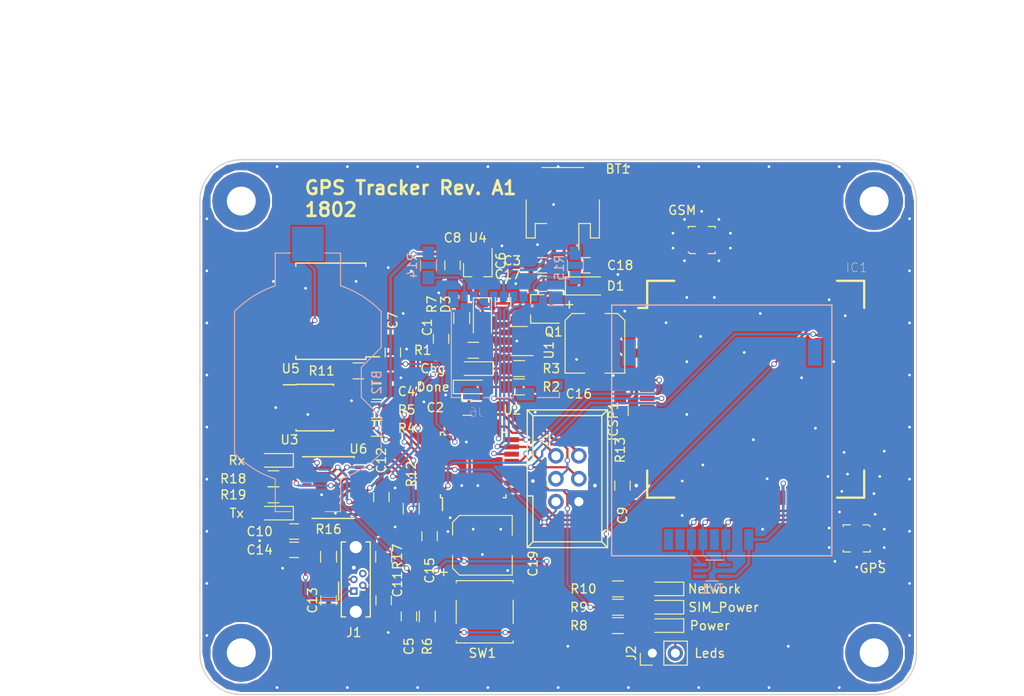
<source format=kicad_pcb>
(kicad_pcb (version 4) (host pcbnew 4.0.7)

  (general
    (links 314)
    (no_connects 0)
    (area 99.238999 68.758999 178.637001 128.091001)
    (thickness 1.6)
    (drawings 16)
    (tracks 609)
    (zones 0)
    (modules 192)
    (nets 110)
  )

  (page A4)
  (layers
    (0 F.Cu signal)
    (31 B.Cu signal)
    (32 B.Adhes user)
    (33 F.Adhes user)
    (34 B.Paste user)
    (35 F.Paste user)
    (36 B.SilkS user)
    (37 F.SilkS user)
    (38 B.Mask user)
    (39 F.Mask user)
    (40 Dwgs.User user)
    (41 Cmts.User user)
    (42 Eco1.User user)
    (43 Eco2.User user)
    (44 Edge.Cuts user)
    (45 Margin user)
    (46 B.CrtYd user)
    (47 F.CrtYd user)
    (48 B.Fab user hide)
    (49 F.Fab user hide)
  )

  (setup
    (last_trace_width 0.25)
    (trace_clearance 0.2)
    (zone_clearance 0.2)
    (zone_45_only yes)
    (trace_min 0.2)
    (segment_width 0.2)
    (edge_width 0.15)
    (via_size 0.6)
    (via_drill 0.4)
    (via_min_size 0.6)
    (via_min_drill 0.3)
    (uvia_size 0.3)
    (uvia_drill 0.1)
    (uvias_allowed no)
    (uvia_min_size 0.2)
    (uvia_min_drill 0.1)
    (pcb_text_width 0.3)
    (pcb_text_size 1.5 1.5)
    (mod_edge_width 0.15)
    (mod_text_size 1 1)
    (mod_text_width 0.15)
    (pad_size 2.1 2.1)
    (pad_drill 1.35)
    (pad_to_mask_clearance 0.2)
    (aux_axis_origin 0 0)
    (visible_elements 7FFFFF7F)
    (pcbplotparams
      (layerselection 0x011f0_80000001)
      (usegerberextensions true)
      (excludeedgelayer true)
      (linewidth 0.100000)
      (plotframeref false)
      (viasonmask false)
      (mode 1)
      (useauxorigin false)
      (hpglpennumber 1)
      (hpglpenspeed 20)
      (hpglpendiameter 15)
      (hpglpenoverlay 2)
      (psnegative false)
      (psa4output false)
      (plotreference true)
      (plotvalue true)
      (plotinvisibletext false)
      (padsonsilk false)
      (subtractmaskfromsilk false)
      (outputformat 1)
      (mirror false)
      (drillshape 0)
      (scaleselection 1)
      (outputdirectory "../../../tmp/kicad output - gps/"))
  )

  (net 0 "")
  (net 1 +BATT)
  (net 2 GND)
  (net 3 "Net-(BT2-Pad1)")
  (net 4 VBUS)
  (net 5 "Net-(C2-Pad1)")
  (net 6 +3V3)
  (net 7 /ARD_RST)
  (net 8 /DTR)
  (net 9 "Net-(C6-Pad1)")
  (net 10 /RTC_PWR)
  (net 11 "Net-(C9-Pad1)")
  (net 12 "Net-(C11-Pad1)")
  (net 13 "Net-(C13-Pad1)")
  (net 14 +2V8)
  (net 15 /SIM808_P)
  (net 16 "Net-(IC1-Pad9)")
  (net 17 /SIM808_RI)
  (net 18 "Net-(IC1-Pad11)")
  (net 19 "Net-(IC1-Pad12)")
  (net 20 "Net-(IC1-Pad13)")
  (net 21 /ARD_HRX)
  (net 22 /ARD_HTX)
  (net 23 "Net-(IC1-Pad19)")
  (net 24 "Net-(IC1-Pad20)")
  (net 25 "Net-(IC1-Pad21)")
  (net 26 "Net-(IC1-Pad22)")
  (net 27 "Net-(IC1-Pad23)")
  (net 28 "Net-(IC1-Pad24)")
  (net 29 "Net-(IC1-Pad25)")
  (net 30 "Net-(IC1-Pad26)")
  (net 31 "Net-(IC1-Pad27)")
  (net 32 +1V8)
  (net 33 /SIMDATA)
  (net 34 /SIMCLK)
  (net 35 /SIMRST)
  (net 36 "Net-(IC1-Pad33)")
  (net 37 "Net-(IC1-Pad37)")
  (net 38 "Net-(IC1-Pad38)")
  (net 39 "Net-(IC1-Pad39)")
  (net 40 "Net-(IC1-Pad41)")
  (net 41 "Net-(IC1-Pad42)")
  (net 42 "Net-(IC1-Pad43)")
  (net 43 "Net-(IC1-Pad44)")
  (net 44 "Net-(IC1-Pad45)")
  (net 45 "Net-(IC1-Pad46)")
  (net 46 "Net-(IC1-Pad47)")
  (net 47 "Net-(IC1-Pad48)")
  (net 48 /SIM808_S)
  (net 49 /NETWORK_LED)
  (net 50 "Net-(IC1-Pad53)")
  (net 51 "Net-(IC1-Pad55)")
  (net 52 "Net-(IC1-Pad56)")
  (net 53 "Net-(IC1-Pad57)")
  (net 54 "Net-(IC1-Pad58)")
  (net 55 "Net-(IC1-Pad59)")
  (net 56 "Net-(IC1-Pad60)")
  (net 57 "Net-(IC1-Pad61)")
  (net 58 "Net-(IC1-Pad62)")
  (net 59 "Net-(IC1-Pad63)")
  (net 60 /ARD_MISO)
  (net 61 /ARD_SCK)
  (net 62 /ARD_MOSI)
  (net 63 "Net-(J1-Pad4)")
  (net 64 "Net-(J2-Pad2)")
  (net 65 "Net-(J3-Pad6)")
  (net 66 "Net-(J6-Pad8)")
  (net 67 /ARD_IO10)
  (net 68 "Net-(J6-Pad1)")
  (net 69 "Net-(R1-Pad1)")
  (net 70 "Net-(R2-Pad2)")
  (net 71 /SDA)
  (net 72 /SCL)
  (net 73 /WAKE_UP)
  (net 74 "Net-(R16-Pad1)")
  (net 75 "Net-(R17-Pad2)")
  (net 76 "Net-(R18-Pad1)")
  (net 77 "Net-(R19-Pad1)")
  (net 78 "Net-(U2-Pad7)")
  (net 79 "Net-(U2-Pad8)")
  (net 80 "Net-(U2-Pad11)")
  (net 81 "Net-(U2-Pad19)")
  (net 82 "Net-(U2-Pad22)")
  (net 83 "Net-(U2-Pad24)")
  (net 84 "Net-(U2-Pad25)")
  (net 85 "Net-(U2-Pad26)")
  (net 86 /ARD_RX)
  (net 87 /ARD_TX)
  (net 88 "Net-(U3-Pad7)")
  (net 89 "Net-(U5-Pad1)")
  (net 90 "Net-(U5-Pad4)")
  (net 91 "Net-(U6-Pad2)")
  (net 92 +3V3_FDTI)
  (net 93 "Net-(U6-Pad5)")
  (net 94 "Net-(U6-Pad7)")
  (net 95 "Net-(U6-Pad8)")
  (net 96 "Net-(U6-Pad18)")
  (net 97 "Net-(U6-Pad19)")
  (net 98 "Net-(LED1-Pad1)")
  (net 99 "Net-(LED2-Pad2)")
  (net 100 "Net-(LED3-Pad2)")
  (net 101 "Net-(LED4-Pad2)")
  (net 102 "Net-(LED5-Pad2)")
  (net 103 "Net-(LED6-Pad2)")
  (net 104 "Net-(LED7-Pad2)")
  (net 105 "Net-(U2-Pad2)")
  (net 106 "Net-(TV1-Pad4)")
  (net 107 +3.3VP)
  (net 108 /GPS)
  (net 109 /GSM)

  (net_class Default "This is the default net class."
    (clearance 0.2)
    (trace_width 0.25)
    (via_dia 0.6)
    (via_drill 0.4)
    (uvia_dia 0.3)
    (uvia_drill 0.1)
    (add_net +3.3VP)
    (add_net /ARD_HRX)
    (add_net /ARD_HTX)
    (add_net /ARD_IO10)
    (add_net /ARD_MISO)
    (add_net /ARD_MOSI)
    (add_net /ARD_RST)
    (add_net /ARD_RX)
    (add_net /ARD_SCK)
    (add_net /ARD_TX)
    (add_net /DTR)
    (add_net /NETWORK_LED)
    (add_net /RTC_PWR)
    (add_net /SCL)
    (add_net /SDA)
    (add_net /SIM808_P)
    (add_net /SIM808_RI)
    (add_net /SIM808_S)
    (add_net /SIMCLK)
    (add_net /SIMDATA)
    (add_net /SIMRST)
    (add_net /WAKE_UP)
    (add_net GND)
    (add_net "Net-(BT2-Pad1)")
    (add_net "Net-(C11-Pad1)")
    (add_net "Net-(C13-Pad1)")
    (add_net "Net-(C2-Pad1)")
    (add_net "Net-(C6-Pad1)")
    (add_net "Net-(C9-Pad1)")
    (add_net "Net-(IC1-Pad11)")
    (add_net "Net-(IC1-Pad12)")
    (add_net "Net-(IC1-Pad13)")
    (add_net "Net-(IC1-Pad19)")
    (add_net "Net-(IC1-Pad20)")
    (add_net "Net-(IC1-Pad21)")
    (add_net "Net-(IC1-Pad22)")
    (add_net "Net-(IC1-Pad23)")
    (add_net "Net-(IC1-Pad24)")
    (add_net "Net-(IC1-Pad25)")
    (add_net "Net-(IC1-Pad26)")
    (add_net "Net-(IC1-Pad27)")
    (add_net "Net-(IC1-Pad33)")
    (add_net "Net-(IC1-Pad37)")
    (add_net "Net-(IC1-Pad38)")
    (add_net "Net-(IC1-Pad39)")
    (add_net "Net-(IC1-Pad41)")
    (add_net "Net-(IC1-Pad42)")
    (add_net "Net-(IC1-Pad43)")
    (add_net "Net-(IC1-Pad44)")
    (add_net "Net-(IC1-Pad45)")
    (add_net "Net-(IC1-Pad46)")
    (add_net "Net-(IC1-Pad47)")
    (add_net "Net-(IC1-Pad48)")
    (add_net "Net-(IC1-Pad53)")
    (add_net "Net-(IC1-Pad55)")
    (add_net "Net-(IC1-Pad56)")
    (add_net "Net-(IC1-Pad57)")
    (add_net "Net-(IC1-Pad58)")
    (add_net "Net-(IC1-Pad59)")
    (add_net "Net-(IC1-Pad60)")
    (add_net "Net-(IC1-Pad61)")
    (add_net "Net-(IC1-Pad62)")
    (add_net "Net-(IC1-Pad63)")
    (add_net "Net-(IC1-Pad9)")
    (add_net "Net-(J1-Pad4)")
    (add_net "Net-(J2-Pad2)")
    (add_net "Net-(J3-Pad6)")
    (add_net "Net-(J6-Pad1)")
    (add_net "Net-(J6-Pad8)")
    (add_net "Net-(LED1-Pad1)")
    (add_net "Net-(LED2-Pad2)")
    (add_net "Net-(LED3-Pad2)")
    (add_net "Net-(LED4-Pad2)")
    (add_net "Net-(LED5-Pad2)")
    (add_net "Net-(LED6-Pad2)")
    (add_net "Net-(LED7-Pad2)")
    (add_net "Net-(R1-Pad1)")
    (add_net "Net-(R16-Pad1)")
    (add_net "Net-(R17-Pad2)")
    (add_net "Net-(R18-Pad1)")
    (add_net "Net-(R19-Pad1)")
    (add_net "Net-(R2-Pad2)")
    (add_net "Net-(TV1-Pad4)")
    (add_net "Net-(U2-Pad11)")
    (add_net "Net-(U2-Pad19)")
    (add_net "Net-(U2-Pad2)")
    (add_net "Net-(U2-Pad22)")
    (add_net "Net-(U2-Pad24)")
    (add_net "Net-(U2-Pad25)")
    (add_net "Net-(U2-Pad26)")
    (add_net "Net-(U2-Pad7)")
    (add_net "Net-(U2-Pad8)")
    (add_net "Net-(U3-Pad7)")
    (add_net "Net-(U5-Pad1)")
    (add_net "Net-(U5-Pad4)")
    (add_net "Net-(U6-Pad18)")
    (add_net "Net-(U6-Pad19)")
    (add_net "Net-(U6-Pad2)")
    (add_net "Net-(U6-Pad5)")
    (add_net "Net-(U6-Pad7)")
    (add_net "Net-(U6-Pad8)")
  )

  (net_class High_Power ""
    (clearance 0.2)
    (trace_width 1)
    (via_dia 0.6)
    (via_drill 0.4)
    (uvia_dia 0.3)
    (uvia_drill 0.1)
    (add_net +BATT)
  )

  (net_class Low_power ""
    (clearance 0.2)
    (trace_width 0.3)
    (via_dia 0.6)
    (via_drill 0.4)
    (uvia_dia 0.3)
    (uvia_drill 0.1)
    (add_net +1V8)
    (add_net +2V8)
    (add_net +3V3)
    (add_net +3V3_FDTI)
    (add_net VBUS)
  )

  (net_class RF ""
    (clearance 0.2)
    (trace_width 1.5)
    (via_dia 0.6)
    (via_drill 0.4)
    (uvia_dia 0.3)
    (uvia_drill 0.1)
    (add_net /GPS)
    (add_net /GSM)
  )

  (module custom-conn:Via-0.6mm (layer F.Cu) (tedit 5A4D388C) (tstamp 5A5F45F5)
    (at 136.398 96.774)
    (fp_text reference VIA** (at 0 1.27) (layer F.SilkS) hide
      (effects (font (size 1 1) (thickness 0.15)))
    )
    (fp_text value Via-0.6mm (at 0 -1.016) (layer F.Fab) hide
      (effects (font (size 1 1) (thickness 0.15)))
    )
    (pad 1 thru_hole circle (at 0 0) (size 0.6 0.6) (drill 0.3) (layers *.Cu)
      (net 2 GND) (zone_connect 2))
  )

  (module custom-conn:Via-0.6mm (layer F.Cu) (tedit 5A4D388C) (tstamp 5A5F45D7)
    (at 122.682 81.153)
    (fp_text reference VIA** (at 0 1.27) (layer F.SilkS) hide
      (effects (font (size 1 1) (thickness 0.15)))
    )
    (fp_text value Via-0.6mm (at 0 -1.016) (layer F.Fab) hide
      (effects (font (size 1 1) (thickness 0.15)))
    )
    (pad 1 thru_hole circle (at 0 0) (size 0.6 0.6) (drill 0.3) (layers *.Cu)
      (net 2 GND) (zone_connect 2))
  )

  (module 104031-0811:MOLEX_104031-0811 (layer B.Cu) (tedit 5A5E4A61) (tstamp 5A36A08F)
    (at 133.096 89.154)
    (path /5A2F1BF7)
    (attr smd)
    (fp_text reference J6 (at -3.18735 7.64968) (layer B.SilkS)
      (effects (font (size 1.0039 1.0039) (thickness 0.05)) (justify mirror))
    )
    (fp_text value Micro_SD_Card (at -2.54813 -7.00732) (layer B.SilkS) hide
      (effects (font (size 1.00319 1.00319) (thickness 0.05)) (justify mirror))
    )
    (fp_line (start -4.953 6) (end -5.975 6) (layer B.SilkS) (width 0.127))
    (fp_line (start -5.975 6) (end -5.975 -3.556) (layer B.SilkS) (width 0.127))
    (fp_line (start 3.556 6) (end 5.975 6) (layer B.SilkS) (width 0.127))
    (fp_line (start 5.975 6) (end 5.975 5.461) (layer B.SilkS) (width 0.127))
    (fp_line (start 0.889 6) (end -2.413 6) (layer B.SilkS) (width 0.127))
    (fp_line (start -5.975 6) (end 5.975 6) (layer Dwgs.User) (width 0.1))
    (fp_line (start 5.975 6) (end 5.975 -5.45) (layer Dwgs.User) (width 0.1))
    (fp_line (start 5.975 -5.45) (end -5.975 -5.45) (layer Dwgs.User) (width 0.1))
    (fp_line (start -5.975 -5.45) (end -5.975 6) (layer Dwgs.User) (width 0.1))
    (fp_line (start -6.731 -6.096) (end 6.604 -6.096) (layer Dwgs.User) (width 0.05))
    (fp_line (start 6.604 -6.096) (end 6.604 6.604) (layer Dwgs.User) (width 0.05))
    (fp_line (start 6.604 6.604) (end -6.731 6.604) (layer Dwgs.User) (width 0.05))
    (fp_line (start -6.731 6.604) (end -6.731 -6.096) (layer Dwgs.User) (width 0.05))
    (fp_circle (center 2.968 -4.151) (end 3.068 -4.151) (layer B.SilkS) (width 0.2))
    (pad 8 smd rect (at -4.545 -5.2) (size 0.75 1.1) (layers B.Cu B.Paste B.Mask)
      (net 66 "Net-(J6-Pad8)"))
    (pad 7 smd rect (at -3.495 -5.2) (size 0.85 1.1) (layers B.Cu B.Paste B.Mask)
      (net 60 /ARD_MISO))
    (pad 6 smd rect (at -2.395 -5.2) (size 0.85 1.1) (layers B.Cu B.Paste B.Mask)
      (net 2 GND))
    (pad 5 smd rect (at -1.295 -5.2) (size 0.85 1.1) (layers B.Cu B.Paste B.Mask)
      (net 61 /ARD_SCK))
    (pad 4 smd rect (at -0.195 -5.2) (size 0.85 1.1) (layers B.Cu B.Paste B.Mask)
      (net 6 +3V3))
    (pad 3 smd rect (at 0.905 -5.2) (size 0.85 1.1) (layers B.Cu B.Paste B.Mask)
      (net 62 /ARD_MOSI))
    (pad 2 smd rect (at 2.005 -5.2) (size 0.875 1.1) (layers B.Cu B.Paste B.Mask)
      (net 67 /ARD_IO10))
    (pad 1 smd rect (at 3.105 -5.2) (size 0.85 1.1) (layers B.Cu B.Paste B.Mask)
      (net 68 "Net-(J6-Pad1)"))
    (pad 9 smd rect (at 5.74 0.95) (size 1.2 1) (layers B.Cu B.Paste B.Mask)
      (net 2 GND))
    (pad 10 smd rect (at 5.74 4.65) (size 1.2 1) (layers B.Cu B.Paste B.Mask))
    (pad G3 smd rect (at -3.73 5.625) (size 1.9 1.35) (layers B.Cu B.Paste B.Mask))
    (pad G4 smd rect (at 2.24 5.625) (size 1.9 1.35) (layers B.Cu B.Paste B.Mask))
    (pad G2 smd rect (at -5.755 -4.85) (size 1.17 1.8) (layers B.Cu B.Paste B.Mask))
    (pad G1 smd rect (at 5.565 -5.075) (size 1.55 1.35) (layers B.Cu B.Paste B.Mask))
  )

  (module custom-conn:Via-0.6mm (layer F.Cu) (tedit 5A4D388C) (tstamp 5A5F44C1)
    (at 132.715 78.359)
    (fp_text reference VIA** (at 0 1.27) (layer F.SilkS) hide
      (effects (font (size 1 1) (thickness 0.15)))
    )
    (fp_text value Via-0.6mm (at 0 -1.016) (layer F.Fab) hide
      (effects (font (size 1 1) (thickness 0.15)))
    )
    (pad 1 thru_hole circle (at 0 0) (size 0.6 0.6) (drill 0.3) (layers *.Cu)
      (net 2 GND) (zone_connect 2))
  )

  (module custom-conn:Via-0.6mm (layer F.Cu) (tedit 5A4D388C) (tstamp 5A53E148)
    (at 162.052 104.14)
    (fp_text reference VIA** (at 0 1.27) (layer F.SilkS) hide
      (effects (font (size 1 1) (thickness 0.15)))
    )
    (fp_text value Via-0.6mm (at 0 -1.016) (layer F.Fab) hide
      (effects (font (size 1 1) (thickness 0.15)))
    )
    (pad 1 thru_hole circle (at 0 0) (size 0.6 0.6) (drill 0.3) (layers *.Cu)
      (net 2 GND) (zone_connect 2))
  )

  (module custom-conn:Via-0.6mm (layer F.Cu) (tedit 5A4D388C) (tstamp 5A53E115)
    (at 161.544 109.728)
    (fp_text reference VIA** (at 0 1.27) (layer F.SilkS) hide
      (effects (font (size 1 1) (thickness 0.15)))
    )
    (fp_text value Via-0.6mm (at 0 -1.016) (layer F.Fab) hide
      (effects (font (size 1 1) (thickness 0.15)))
    )
    (pad 1 thru_hole circle (at 0 0) (size 0.6 0.6) (drill 0.3) (layers *.Cu)
      (net 2 GND) (zone_connect 2))
  )

  (module acronet:47553-0001 (layer B.Cu) (tedit 5A53E0DF) (tstamp 5A36A06D)
    (at 151.13 90.17 90)
    (descr "Molex 47553-0001 1.27mm-pitch 6-circuit SIM Card Holder (SMD)")
    (tags "SIM CARD HOLDER")
    (path /59A3994A)
    (fp_text reference J3 (at 0 -9.37 90) (layer B.SilkS) hide
      (effects (font (size 1.00076 1.00076) (thickness 0.20066)) (justify mirror))
    )
    (fp_text value 47553-0001 (at 0 21.18 90) (layer B.SilkS) hide
      (effects (font (size 1.00076 1.00076) (thickness 0.20066)) (justify mirror))
    )
    (fp_line (start -22.5 -6.28) (end 5.25 -6.27) (layer B.SilkS) (width 0.14986))
    (fp_line (start -22.5 18.08) (end 5.25 18.08) (layer B.SilkS) (width 0.14986))
    (fp_line (start 5.25 18.08) (end 5.25 -6.27) (layer B.SilkS) (width 0.14986))
    (fp_line (start -22.5 -6.27) (end -22.5 18.08) (layer B.SilkS) (width 0.14986))
    (pad 3 smd rect (at -20.7 3.81 90) (size 2.3 1) (layers B.Cu B.Paste B.Mask)
      (net 34 /SIMCLK))
    (pad CD1 smd rect (at -20.7 1.27 90) (size 2.3 1) (layers B.Cu B.Paste B.Mask))
    (pad CD2 smd rect (at -20.7 0 90) (size 2.3 1) (layers B.Cu B.Paste B.Mask))
    (pad 2 smd rect (at -20.7 6.35 90) (size 2.3 1) (layers B.Cu B.Paste B.Mask)
      (net 35 /SIMRST))
    (pad 1 smd rect (at -20.7 8.89 90) (size 2.3 1) (layers B.Cu B.Paste B.Mask)
      (net 32 +1V8))
    (pad 7 smd rect (at -20.7 2.54 90) (size 2.3 1) (layers B.Cu B.Paste B.Mask)
      (net 33 /SIMDATA))
    (pad 5 smd rect (at -20.7 7.62 90) (size 2.3 1) (layers B.Cu B.Paste B.Mask)
      (net 2 GND))
    (pad 6 smd rect (at -20.7 5.08 90) (size 2.3 1) (layers B.Cu B.Paste B.Mask)
      (net 65 "Net-(J3-Pad6)"))
    (pad GND1 smd rect (at 0 16.18 90) (size 2.95 1.5) (layers B.Cu B.Paste B.Mask))
    (pad GND2 smd rect (at 0 -4.37 90) (size 2.95 1.5) (layers B.Cu B.Paste B.Mask))
  )

  (module custom-conn:Via-0.6mm (layer F.Cu) (tedit 5A4D388C) (tstamp 5A52B3D0)
    (at 175.006 101.092)
    (fp_text reference VIA** (at 0 1.27) (layer F.SilkS) hide
      (effects (font (size 1 1) (thickness 0.15)))
    )
    (fp_text value Via-0.6mm (at 0 -1.016) (layer F.Fab) hide
      (effects (font (size 1 1) (thickness 0.15)))
    )
    (pad 1 thru_hole circle (at 0 0) (size 0.6 0.6) (drill 0.3) (layers *.Cu)
      (net 2 GND) (zone_connect 2))
  )

  (module custom-conn:Via-0.6mm (layer F.Cu) (tedit 5A4D388C) (tstamp 5A52B050)
    (at 164.3888 122.682)
    (fp_text reference VIA** (at 0 1.27) (layer F.SilkS) hide
      (effects (font (size 1 1) (thickness 0.15)))
    )
    (fp_text value Via-0.6mm (at 0 -1.016) (layer F.Fab) hide
      (effects (font (size 1 1) (thickness 0.15)))
    )
    (pad 1 thru_hole circle (at 0 0) (size 0.6 0.6) (drill 0.3) (layers *.Cu)
      (net 2 GND) (zone_connect 2))
  )

  (module custom-conn:Via-0.6mm (layer F.Cu) (tedit 5A4D388C) (tstamp 5A52B040)
    (at 140.0048 122.682)
    (fp_text reference VIA** (at 0 1.27) (layer F.SilkS) hide
      (effects (font (size 1 1) (thickness 0.15)))
    )
    (fp_text value Via-0.6mm (at 0 -1.016) (layer F.Fab) hide
      (effects (font (size 1 1) (thickness 0.15)))
    )
    (pad 1 thru_hole circle (at 0 0) (size 0.6 0.6) (drill 0.3) (layers *.Cu)
      (net 2 GND) (zone_connect 2))
  )

  (module custom-conn:Via-0.6mm (layer F.Cu) (tedit 5A4D388C) (tstamp 5A52B030)
    (at 120.142 121.158)
    (fp_text reference VIA** (at 0 1.27) (layer F.SilkS) hide
      (effects (font (size 1 1) (thickness 0.15)))
    )
    (fp_text value Via-0.6mm (at 0 -1.016) (layer F.Fab) hide
      (effects (font (size 1 1) (thickness 0.15)))
    )
    (pad 1 thru_hole circle (at 0 0) (size 0.6 0.6) (drill 0.3) (layers *.Cu)
      (net 2 GND) (zone_connect 2))
  )

  (module custom-conn:Via-0.6mm (layer F.Cu) (tedit 5A4D388C) (tstamp 5A52B029)
    (at 114.3 107.95)
    (fp_text reference VIA** (at 0 1.27) (layer F.SilkS) hide
      (effects (font (size 1 1) (thickness 0.15)))
    )
    (fp_text value Via-0.6mm (at 0 -1.016) (layer F.Fab) hide
      (effects (font (size 1 1) (thickness 0.15)))
    )
    (pad 1 thru_hole circle (at 0 0) (size 0.6 0.6) (drill 0.3) (layers *.Cu)
      (net 2 GND) (zone_connect 2))
  )

  (module Capacitors_SMD:C_0805_HandSoldering (layer F.Cu) (tedit 5A36E382) (tstamp 5A369F95)
    (at 120.65 90.17 90)
    (descr "Capacitor SMD 0805, hand soldering")
    (tags "capacitor 0805")
    (path /5A3745DB)
    (attr smd)
    (fp_text reference C7 (at 3.556 0 90) (layer F.SilkS)
      (effects (font (size 1 1) (thickness 0.15)))
    )
    (fp_text value 0.1uF (at 0 1.75 90) (layer F.Fab) hide
      (effects (font (size 1 1) (thickness 0.15)))
    )
    (fp_text user %R (at 0 -1.75 90) (layer F.Fab)
      (effects (font (size 1 1) (thickness 0.15)))
    )
    (fp_line (start -1 0.62) (end -1 -0.62) (layer F.Fab) (width 0.1))
    (fp_line (start 1 0.62) (end -1 0.62) (layer F.Fab) (width 0.1))
    (fp_line (start 1 -0.62) (end 1 0.62) (layer F.Fab) (width 0.1))
    (fp_line (start -1 -0.62) (end 1 -0.62) (layer F.Fab) (width 0.1))
    (fp_line (start 0.5 -0.85) (end -0.5 -0.85) (layer F.SilkS) (width 0.12))
    (fp_line (start -0.5 0.85) (end 0.5 0.85) (layer F.SilkS) (width 0.12))
    (fp_line (start -2.25 -0.88) (end 2.25 -0.88) (layer F.CrtYd) (width 0.05))
    (fp_line (start -2.25 -0.88) (end -2.25 0.87) (layer F.CrtYd) (width 0.05))
    (fp_line (start 2.25 0.87) (end 2.25 -0.88) (layer F.CrtYd) (width 0.05))
    (fp_line (start 2.25 0.87) (end -2.25 0.87) (layer F.CrtYd) (width 0.05))
    (pad 1 smd rect (at -1.25 0 90) (size 1.5 1.25) (layers F.Cu F.Paste F.Mask)
      (net 10 /RTC_PWR))
    (pad 2 smd rect (at 1.25 0 90) (size 1.5 1.25) (layers F.Cu F.Paste F.Mask)
      (net 2 GND))
    (model Capacitors_SMD.3dshapes/C_0805.wrl
      (at (xyz 0 0 0))
      (scale (xyz 1 1 1))
      (rotate (xyz 0 0 0))
    )
  )

  (module custom-conn:Via-0.6mm (layer F.Cu) (tedit 5A4D388C) (tstamp 5A52AE0C)
    (at 175.006 111.76)
    (fp_text reference VIA** (at 0 1.27) (layer F.SilkS) hide
      (effects (font (size 1 1) (thickness 0.15)))
    )
    (fp_text value Via-0.6mm (at 0 -1.016) (layer F.Fab) hide
      (effects (font (size 1 1) (thickness 0.15)))
    )
    (pad 1 thru_hole circle (at 0 0) (size 0.6 0.6) (drill 0.3) (layers *.Cu)
      (net 2 GND) (zone_connect 2))
  )

  (module custom-conn:Via-0.6mm (layer F.Cu) (tedit 5A4D388C) (tstamp 5A52AB24)
    (at 177.8 121.4882)
    (fp_text reference VIA** (at 0 1.27) (layer F.SilkS) hide
      (effects (font (size 1 1) (thickness 0.15)))
    )
    (fp_text value Via-0.6mm (at 0 -1.016) (layer F.Fab) hide
      (effects (font (size 1 1) (thickness 0.15)))
    )
    (pad 1 thru_hole circle (at 0 0) (size 0.6 0.6) (drill 0.3) (layers *.Cu)
      (net 2 GND) (zone_connect 2))
  )

  (module custom-conn:Via-0.6mm (layer F.Cu) (tedit 5A4D388C) (tstamp 5A52AB20)
    (at 177.8 115.7224)
    (fp_text reference VIA** (at 0 1.27) (layer F.SilkS) hide
      (effects (font (size 1 1) (thickness 0.15)))
    )
    (fp_text value Via-0.6mm (at 0 -1.016) (layer F.Fab) hide
      (effects (font (size 1 1) (thickness 0.15)))
    )
    (pad 1 thru_hole circle (at 0 0) (size 0.6 0.6) (drill 0.3) (layers *.Cu)
      (net 2 GND) (zone_connect 2))
  )

  (module custom-conn:Via-0.6mm (layer F.Cu) (tedit 5A4D388C) (tstamp 5A52AB1C)
    (at 177.8 109.9566)
    (fp_text reference VIA** (at 0 1.27) (layer F.SilkS) hide
      (effects (font (size 1 1) (thickness 0.15)))
    )
    (fp_text value Via-0.6mm (at 0 -1.016) (layer F.Fab) hide
      (effects (font (size 1 1) (thickness 0.15)))
    )
    (pad 1 thru_hole circle (at 0 0) (size 0.6 0.6) (drill 0.3) (layers *.Cu)
      (net 2 GND) (zone_connect 2))
  )

  (module custom-conn:Via-0.6mm (layer F.Cu) (tedit 5A4D388C) (tstamp 5A52AB18)
    (at 177.8 104.1908)
    (fp_text reference VIA** (at 0 1.27) (layer F.SilkS) hide
      (effects (font (size 1 1) (thickness 0.15)))
    )
    (fp_text value Via-0.6mm (at 0 -1.016) (layer F.Fab) hide
      (effects (font (size 1 1) (thickness 0.15)))
    )
    (pad 1 thru_hole circle (at 0 0) (size 0.6 0.6) (drill 0.3) (layers *.Cu)
      (net 2 GND) (zone_connect 2))
  )

  (module custom-conn:Via-0.6mm (layer F.Cu) (tedit 5A4D388C) (tstamp 5A52AB14)
    (at 177.8 98.425)
    (fp_text reference VIA** (at 0 1.27) (layer F.SilkS) hide
      (effects (font (size 1 1) (thickness 0.15)))
    )
    (fp_text value Via-0.6mm (at 0 -1.016) (layer F.Fab) hide
      (effects (font (size 1 1) (thickness 0.15)))
    )
    (pad 1 thru_hole circle (at 0 0) (size 0.6 0.6) (drill 0.3) (layers *.Cu)
      (net 2 GND) (zone_connect 2))
  )

  (module custom-conn:Via-0.6mm (layer F.Cu) (tedit 5A4D388C) (tstamp 5A52AB10)
    (at 177.8 92.6592)
    (fp_text reference VIA** (at 0 1.27) (layer F.SilkS) hide
      (effects (font (size 1 1) (thickness 0.15)))
    )
    (fp_text value Via-0.6mm (at 0 -1.016) (layer F.Fab) hide
      (effects (font (size 1 1) (thickness 0.15)))
    )
    (pad 1 thru_hole circle (at 0 0) (size 0.6 0.6) (drill 0.3) (layers *.Cu)
      (net 2 GND) (zone_connect 2))
  )

  (module custom-conn:Via-0.6mm (layer F.Cu) (tedit 5A4D388C) (tstamp 5A52AB0C)
    (at 177.8 86.8934)
    (fp_text reference VIA** (at 0 1.27) (layer F.SilkS) hide
      (effects (font (size 1 1) (thickness 0.15)))
    )
    (fp_text value Via-0.6mm (at 0 -1.016) (layer F.Fab) hide
      (effects (font (size 1 1) (thickness 0.15)))
    )
    (pad 1 thru_hole circle (at 0 0) (size 0.6 0.6) (drill 0.3) (layers *.Cu)
      (net 2 GND) (zone_connect 2))
  )

  (module custom-conn:Via-0.6mm (layer F.Cu) (tedit 5A4D388C) (tstamp 5A52AB08)
    (at 177.8 81.1276)
    (fp_text reference VIA** (at 0 1.27) (layer F.SilkS) hide
      (effects (font (size 1 1) (thickness 0.15)))
    )
    (fp_text value Via-0.6mm (at 0 -1.016) (layer F.Fab) hide
      (effects (font (size 1 1) (thickness 0.15)))
    )
    (pad 1 thru_hole circle (at 0 0) (size 0.6 0.6) (drill 0.3) (layers *.Cu)
      (net 2 GND) (zone_connect 2))
  )

  (module custom-conn:Via-0.6mm (layer F.Cu) (tedit 5A4D388C) (tstamp 5A52AB04)
    (at 177.8 75.3618)
    (fp_text reference VIA** (at 0 1.27) (layer F.SilkS) hide
      (effects (font (size 1 1) (thickness 0.15)))
    )
    (fp_text value Via-0.6mm (at 0 -1.016) (layer F.Fab) hide
      (effects (font (size 1 1) (thickness 0.15)))
    )
    (pad 1 thru_hole circle (at 0 0) (size 0.6 0.6) (drill 0.3) (layers *.Cu)
      (net 2 GND) (zone_connect 2))
  )

  (module custom-conn:Via-0.6mm (layer F.Cu) (tedit 5A4D388C) (tstamp 5A52AAFB)
    (at 170.0276 127.254)
    (fp_text reference VIA** (at 0 1.27) (layer F.SilkS) hide
      (effects (font (size 1 1) (thickness 0.15)))
    )
    (fp_text value Via-0.6mm (at 0 -1.016) (layer F.Fab) hide
      (effects (font (size 1 1) (thickness 0.15)))
    )
    (pad 1 thru_hole circle (at 0 0) (size 0.6 0.6) (drill 0.3) (layers *.Cu)
      (net 2 GND) (zone_connect 2))
  )

  (module custom-conn:Via-0.6mm (layer F.Cu) (tedit 5A4D388C) (tstamp 5A52AAF7)
    (at 162.2552 127.254)
    (fp_text reference VIA** (at 0 1.27) (layer F.SilkS) hide
      (effects (font (size 1 1) (thickness 0.15)))
    )
    (fp_text value Via-0.6mm (at 0 -1.016) (layer F.Fab) hide
      (effects (font (size 1 1) (thickness 0.15)))
    )
    (pad 1 thru_hole circle (at 0 0) (size 0.6 0.6) (drill 0.3) (layers *.Cu)
      (net 2 GND) (zone_connect 2))
  )

  (module custom-conn:Via-0.6mm (layer F.Cu) (tedit 5A4D388C) (tstamp 5A52AAF3)
    (at 154.4828 127.254)
    (fp_text reference VIA** (at 0 1.27) (layer F.SilkS) hide
      (effects (font (size 1 1) (thickness 0.15)))
    )
    (fp_text value Via-0.6mm (at 0 -1.016) (layer F.Fab) hide
      (effects (font (size 1 1) (thickness 0.15)))
    )
    (pad 1 thru_hole circle (at 0 0) (size 0.6 0.6) (drill 0.3) (layers *.Cu)
      (net 2 GND) (zone_connect 2))
  )

  (module custom-conn:Via-0.6mm (layer F.Cu) (tedit 5A4D388C) (tstamp 5A52AAEF)
    (at 146.7104 127.254)
    (fp_text reference VIA** (at 0 1.27) (layer F.SilkS) hide
      (effects (font (size 1 1) (thickness 0.15)))
    )
    (fp_text value Via-0.6mm (at 0 -1.016) (layer F.Fab) hide
      (effects (font (size 1 1) (thickness 0.15)))
    )
    (pad 1 thru_hole circle (at 0 0) (size 0.6 0.6) (drill 0.3) (layers *.Cu)
      (net 2 GND) (zone_connect 2))
  )

  (module custom-conn:Via-0.6mm (layer F.Cu) (tedit 5A4D388C) (tstamp 5A52AAEB)
    (at 138.938 127.254)
    (fp_text reference VIA** (at 0 1.27) (layer F.SilkS) hide
      (effects (font (size 1 1) (thickness 0.15)))
    )
    (fp_text value Via-0.6mm (at 0 -1.016) (layer F.Fab) hide
      (effects (font (size 1 1) (thickness 0.15)))
    )
    (pad 1 thru_hole circle (at 0 0) (size 0.6 0.6) (drill 0.3) (layers *.Cu)
      (net 2 GND) (zone_connect 2))
  )

  (module custom-conn:Via-0.6mm (layer F.Cu) (tedit 5A4D388C) (tstamp 5A52AAE7)
    (at 131.1656 127.254)
    (fp_text reference VIA** (at 0 1.27) (layer F.SilkS) hide
      (effects (font (size 1 1) (thickness 0.15)))
    )
    (fp_text value Via-0.6mm (at 0 -1.016) (layer F.Fab) hide
      (effects (font (size 1 1) (thickness 0.15)))
    )
    (pad 1 thru_hole circle (at 0 0) (size 0.6 0.6) (drill 0.3) (layers *.Cu)
      (net 2 GND) (zone_connect 2))
  )

  (module custom-conn:Via-0.6mm (layer F.Cu) (tedit 5A4D388C) (tstamp 5A52AAE3)
    (at 123.3932 127.254)
    (fp_text reference VIA** (at 0 1.27) (layer F.SilkS) hide
      (effects (font (size 1 1) (thickness 0.15)))
    )
    (fp_text value Via-0.6mm (at 0 -1.016) (layer F.Fab) hide
      (effects (font (size 1 1) (thickness 0.15)))
    )
    (pad 1 thru_hole circle (at 0 0) (size 0.6 0.6) (drill 0.3) (layers *.Cu)
      (net 2 GND) (zone_connect 2))
  )

  (module custom-conn:Via-0.6mm (layer F.Cu) (tedit 5A4D388C) (tstamp 5A52AADF)
    (at 115.6208 127.254)
    (fp_text reference VIA** (at 0 1.27) (layer F.SilkS) hide
      (effects (font (size 1 1) (thickness 0.15)))
    )
    (fp_text value Via-0.6mm (at 0 -1.016) (layer F.Fab) hide
      (effects (font (size 1 1) (thickness 0.15)))
    )
    (pad 1 thru_hole circle (at 0 0) (size 0.6 0.6) (drill 0.3) (layers *.Cu)
      (net 2 GND) (zone_connect 2))
  )

  (module custom-conn:Via-0.6mm (layer F.Cu) (tedit 5A4D388C) (tstamp 5A52AADB)
    (at 107.8484 127.254)
    (fp_text reference VIA** (at 0 1.27) (layer F.SilkS) hide
      (effects (font (size 1 1) (thickness 0.15)))
    )
    (fp_text value Via-0.6mm (at 0 -1.016) (layer F.Fab) hide
      (effects (font (size 1 1) (thickness 0.15)))
    )
    (pad 1 thru_hole circle (at 0 0) (size 0.6 0.6) (drill 0.3) (layers *.Cu)
      (net 2 GND) (zone_connect 2))
  )

  (module custom-conn:Via-0.6mm (layer F.Cu) (tedit 5A4D388C) (tstamp 5A52AAD0)
    (at 100.076 121.4882)
    (fp_text reference VIA** (at 0 1.27) (layer F.SilkS) hide
      (effects (font (size 1 1) (thickness 0.15)))
    )
    (fp_text value Via-0.6mm (at 0 -1.016) (layer F.Fab) hide
      (effects (font (size 1 1) (thickness 0.15)))
    )
    (pad 1 thru_hole circle (at 0 0) (size 0.6 0.6) (drill 0.3) (layers *.Cu)
      (net 2 GND) (zone_connect 2))
  )

  (module custom-conn:Via-0.6mm (layer F.Cu) (tedit 5A4D388C) (tstamp 5A52AACC)
    (at 100.076 115.7224)
    (fp_text reference VIA** (at 0 1.27) (layer F.SilkS) hide
      (effects (font (size 1 1) (thickness 0.15)))
    )
    (fp_text value Via-0.6mm (at 0 -1.016) (layer F.Fab) hide
      (effects (font (size 1 1) (thickness 0.15)))
    )
    (pad 1 thru_hole circle (at 0 0) (size 0.6 0.6) (drill 0.3) (layers *.Cu)
      (net 2 GND) (zone_connect 2))
  )

  (module custom-conn:Via-0.6mm (layer F.Cu) (tedit 5A4D388C) (tstamp 5A52AAC8)
    (at 100.076 109.9566)
    (fp_text reference VIA** (at 0 1.27) (layer F.SilkS) hide
      (effects (font (size 1 1) (thickness 0.15)))
    )
    (fp_text value Via-0.6mm (at 0 -1.016) (layer F.Fab) hide
      (effects (font (size 1 1) (thickness 0.15)))
    )
    (pad 1 thru_hole circle (at 0 0) (size 0.6 0.6) (drill 0.3) (layers *.Cu)
      (net 2 GND) (zone_connect 2))
  )

  (module custom-conn:Via-0.6mm (layer F.Cu) (tedit 5A4D388C) (tstamp 5A52AAC4)
    (at 100.076 104.1908)
    (fp_text reference VIA** (at 0 1.27) (layer F.SilkS) hide
      (effects (font (size 1 1) (thickness 0.15)))
    )
    (fp_text value Via-0.6mm (at 0 -1.016) (layer F.Fab) hide
      (effects (font (size 1 1) (thickness 0.15)))
    )
    (pad 1 thru_hole circle (at 0 0) (size 0.6 0.6) (drill 0.3) (layers *.Cu)
      (net 2 GND) (zone_connect 2))
  )

  (module custom-conn:Via-0.6mm (layer F.Cu) (tedit 5A4D388C) (tstamp 5A52AAC0)
    (at 100.076 98.425)
    (fp_text reference VIA** (at 0 1.27) (layer F.SilkS) hide
      (effects (font (size 1 1) (thickness 0.15)))
    )
    (fp_text value Via-0.6mm (at 0 -1.016) (layer F.Fab) hide
      (effects (font (size 1 1) (thickness 0.15)))
    )
    (pad 1 thru_hole circle (at 0 0) (size 0.6 0.6) (drill 0.3) (layers *.Cu)
      (net 2 GND) (zone_connect 2))
  )

  (module custom-conn:Via-0.6mm (layer F.Cu) (tedit 5A4D388C) (tstamp 5A52AABC)
    (at 100.076 92.6592)
    (fp_text reference VIA** (at 0 1.27) (layer F.SilkS) hide
      (effects (font (size 1 1) (thickness 0.15)))
    )
    (fp_text value Via-0.6mm (at 0 -1.016) (layer F.Fab) hide
      (effects (font (size 1 1) (thickness 0.15)))
    )
    (pad 1 thru_hole circle (at 0 0) (size 0.6 0.6) (drill 0.3) (layers *.Cu)
      (net 2 GND) (zone_connect 2))
  )

  (module custom-conn:Via-0.6mm (layer F.Cu) (tedit 5A4D388C) (tstamp 5A52AAB8)
    (at 100.076 86.8934)
    (fp_text reference VIA** (at 0 1.27) (layer F.SilkS) hide
      (effects (font (size 1 1) (thickness 0.15)))
    )
    (fp_text value Via-0.6mm (at 0 -1.016) (layer F.Fab) hide
      (effects (font (size 1 1) (thickness 0.15)))
    )
    (pad 1 thru_hole circle (at 0 0) (size 0.6 0.6) (drill 0.3) (layers *.Cu)
      (net 2 GND) (zone_connect 2))
  )

  (module custom-conn:Via-0.6mm (layer F.Cu) (tedit 5A4D388C) (tstamp 5A52AAB4)
    (at 100.076 81.1276)
    (fp_text reference VIA** (at 0 1.27) (layer F.SilkS) hide
      (effects (font (size 1 1) (thickness 0.15)))
    )
    (fp_text value Via-0.6mm (at 0 -1.016) (layer F.Fab) hide
      (effects (font (size 1 1) (thickness 0.15)))
    )
    (pad 1 thru_hole circle (at 0 0) (size 0.6 0.6) (drill 0.3) (layers *.Cu)
      (net 2 GND) (zone_connect 2))
  )

  (module custom-conn:Via-0.6mm (layer F.Cu) (tedit 5A4D388C) (tstamp 5A52AAB0)
    (at 100.076 75.3618)
    (fp_text reference VIA** (at 0 1.27) (layer F.SilkS) hide
      (effects (font (size 1 1) (thickness 0.15)))
    )
    (fp_text value Via-0.6mm (at 0 -1.016) (layer F.Fab) hide
      (effects (font (size 1 1) (thickness 0.15)))
    )
    (pad 1 thru_hole circle (at 0 0) (size 0.6 0.6) (drill 0.3) (layers *.Cu)
      (net 2 GND) (zone_connect 2))
  )

  (module custom-conn:Via-0.6mm (layer F.Cu) (tedit 5A4D388C) (tstamp 5A52AAA8)
    (at 170.0276 69.596)
    (fp_text reference VIA** (at 0 1.27) (layer F.SilkS) hide
      (effects (font (size 1 1) (thickness 0.15)))
    )
    (fp_text value Via-0.6mm (at 0 -1.016) (layer F.Fab) hide
      (effects (font (size 1 1) (thickness 0.15)))
    )
    (pad 1 thru_hole circle (at 0 0) (size 0.6 0.6) (drill 0.3) (layers *.Cu)
      (net 2 GND) (zone_connect 2))
  )

  (module custom-conn:Via-0.6mm (layer F.Cu) (tedit 5A4D388C) (tstamp 5A52AAA4)
    (at 162.2552 69.596)
    (fp_text reference VIA** (at 0 1.27) (layer F.SilkS) hide
      (effects (font (size 1 1) (thickness 0.15)))
    )
    (fp_text value Via-0.6mm (at 0 -1.016) (layer F.Fab) hide
      (effects (font (size 1 1) (thickness 0.15)))
    )
    (pad 1 thru_hole circle (at 0 0) (size 0.6 0.6) (drill 0.3) (layers *.Cu)
      (net 2 GND) (zone_connect 2))
  )

  (module custom-conn:Via-0.6mm (layer F.Cu) (tedit 5A4D388C) (tstamp 5A52AAA0)
    (at 154.4828 69.596)
    (fp_text reference VIA** (at 0 1.27) (layer F.SilkS) hide
      (effects (font (size 1 1) (thickness 0.15)))
    )
    (fp_text value Via-0.6mm (at 0 -1.016) (layer F.Fab) hide
      (effects (font (size 1 1) (thickness 0.15)))
    )
    (pad 1 thru_hole circle (at 0 0) (size 0.6 0.6) (drill 0.3) (layers *.Cu)
      (net 2 GND) (zone_connect 2))
  )

  (module custom-conn:Via-0.6mm (layer F.Cu) (tedit 5A4D388C) (tstamp 5A52AA9C)
    (at 146.7104 69.596)
    (fp_text reference VIA** (at 0 1.27) (layer F.SilkS) hide
      (effects (font (size 1 1) (thickness 0.15)))
    )
    (fp_text value Via-0.6mm (at 0 -1.016) (layer F.Fab) hide
      (effects (font (size 1 1) (thickness 0.15)))
    )
    (pad 1 thru_hole circle (at 0 0) (size 0.6 0.6) (drill 0.3) (layers *.Cu)
      (net 2 GND) (zone_connect 2))
  )

  (module custom-conn:Via-0.6mm (layer F.Cu) (tedit 5A4D388C) (tstamp 5A52AA98)
    (at 138.938 69.596)
    (fp_text reference VIA** (at 0 1.27) (layer F.SilkS) hide
      (effects (font (size 1 1) (thickness 0.15)))
    )
    (fp_text value Via-0.6mm (at 0 -1.016) (layer F.Fab) hide
      (effects (font (size 1 1) (thickness 0.15)))
    )
    (pad 1 thru_hole circle (at 0 0) (size 0.6 0.6) (drill 0.3) (layers *.Cu)
      (net 2 GND) (zone_connect 2))
  )

  (module custom-conn:Via-0.6mm (layer F.Cu) (tedit 5A4D388C) (tstamp 5A52AA94)
    (at 131.1656 69.596)
    (fp_text reference VIA** (at 0 1.27) (layer F.SilkS) hide
      (effects (font (size 1 1) (thickness 0.15)))
    )
    (fp_text value Via-0.6mm (at 0 -1.016) (layer F.Fab) hide
      (effects (font (size 1 1) (thickness 0.15)))
    )
    (pad 1 thru_hole circle (at 0 0) (size 0.6 0.6) (drill 0.3) (layers *.Cu)
      (net 2 GND) (zone_connect 2))
  )

  (module custom-conn:Via-0.6mm (layer F.Cu) (tedit 5A4D388C) (tstamp 5A52AA90)
    (at 123.3932 69.596)
    (fp_text reference VIA** (at 0 1.27) (layer F.SilkS) hide
      (effects (font (size 1 1) (thickness 0.15)))
    )
    (fp_text value Via-0.6mm (at 0 -1.016) (layer F.Fab) hide
      (effects (font (size 1 1) (thickness 0.15)))
    )
    (pad 1 thru_hole circle (at 0 0) (size 0.6 0.6) (drill 0.3) (layers *.Cu)
      (net 2 GND) (zone_connect 2))
  )

  (module custom-conn:Via-0.6mm (layer F.Cu) (tedit 5A4D388C) (tstamp 5A52AA8C)
    (at 115.6208 69.596)
    (fp_text reference VIA** (at 0 1.27) (layer F.SilkS) hide
      (effects (font (size 1 1) (thickness 0.15)))
    )
    (fp_text value Via-0.6mm (at 0 -1.016) (layer F.Fab) hide
      (effects (font (size 1 1) (thickness 0.15)))
    )
    (pad 1 thru_hole circle (at 0 0) (size 0.6 0.6) (drill 0.3) (layers *.Cu)
      (net 2 GND) (zone_connect 2))
  )

  (module custom-conn:Via-0.6mm (layer F.Cu) (tedit 5A4D388C) (tstamp 5A52AA88)
    (at 107.8484 69.596)
    (fp_text reference VIA** (at 0 1.27) (layer F.SilkS) hide
      (effects (font (size 1 1) (thickness 0.15)))
    )
    (fp_text value Via-0.6mm (at 0 -1.016) (layer F.Fab) hide
      (effects (font (size 1 1) (thickness 0.15)))
    )
    (pad 1 thru_hole circle (at 0 0) (size 0.6 0.6) (drill 0.3) (layers *.Cu)
      (net 2 GND) (zone_connect 2))
  )

  (module Mounting_Holes:MountingHole_3.2mm_M3_Pad (layer F.Cu) (tedit 5A528D48) (tstamp 5A52A7D7)
    (at 173.886 123.406)
    (descr "Mounting Hole 3.2mm, M3")
    (tags "mounting hole 3.2mm m3")
    (attr virtual)
    (fp_text reference REF** (at 0 -4.2) (layer F.SilkS) hide
      (effects (font (size 1 1) (thickness 0.15)))
    )
    (fp_text value MountingHole_3.2mm_M3_Pad (at 0 4.2) (layer F.Fab) hide
      (effects (font (size 1 1) (thickness 0.15)))
    )
    (fp_text user %R (at 0.3 0) (layer F.Fab)
      (effects (font (size 1 1) (thickness 0.15)))
    )
    (fp_circle (center 0 0) (end 3.2 0) (layer Cmts.User) (width 0.15))
    (fp_circle (center 0 0) (end 3.45 0) (layer F.CrtYd) (width 0.05))
    (pad 1 thru_hole circle (at 0 0) (size 6.4 6.4) (drill 3.2) (layers *.Cu *.Mask))
  )

  (module Mounting_Holes:MountingHole_3.2mm_M3_Pad (layer F.Cu) (tedit 5A528D48) (tstamp 5A52A7D0)
    (at 103.886 123.406)
    (descr "Mounting Hole 3.2mm, M3")
    (tags "mounting hole 3.2mm m3")
    (attr virtual)
    (fp_text reference REF** (at 0 -4.2) (layer F.SilkS) hide
      (effects (font (size 1 1) (thickness 0.15)))
    )
    (fp_text value MountingHole_3.2mm_M3_Pad (at 0 4.2) (layer F.Fab) hide
      (effects (font (size 1 1) (thickness 0.15)))
    )
    (fp_text user %R (at 0.3 0) (layer F.Fab)
      (effects (font (size 1 1) (thickness 0.15)))
    )
    (fp_circle (center 0 0) (end 3.2 0) (layer Cmts.User) (width 0.15))
    (fp_circle (center 0 0) (end 3.45 0) (layer F.CrtYd) (width 0.05))
    (pad 1 thru_hole circle (at 0 0) (size 6.4 6.4) (drill 3.2) (layers *.Cu *.Mask))
  )

  (module Mounting_Holes:MountingHole_3.2mm_M3_Pad (layer F.Cu) (tedit 5A528D48) (tstamp 5A52A7C9)
    (at 173.886 73.406)
    (descr "Mounting Hole 3.2mm, M3")
    (tags "mounting hole 3.2mm m3")
    (attr virtual)
    (fp_text reference REF** (at 0 -4.2) (layer F.SilkS) hide
      (effects (font (size 1 1) (thickness 0.15)))
    )
    (fp_text value MountingHole_3.2mm_M3_Pad (at 0 4.2) (layer F.Fab) hide
      (effects (font (size 1 1) (thickness 0.15)))
    )
    (fp_text user %R (at 0.3 0) (layer F.Fab)
      (effects (font (size 1 1) (thickness 0.15)))
    )
    (fp_circle (center 0 0) (end 3.2 0) (layer Cmts.User) (width 0.15))
    (fp_circle (center 0 0) (end 3.45 0) (layer F.CrtYd) (width 0.05))
    (pad 1 thru_hole circle (at 0 0) (size 6.4 6.4) (drill 3.2) (layers *.Cu *.Mask))
  )

  (module Mounting_Holes:MountingHole_3.2mm_M3_Pad (layer F.Cu) (tedit 5A528D48) (tstamp 5A417469)
    (at 103.886 73.406)
    (descr "Mounting Hole 3.2mm, M3")
    (tags "mounting hole 3.2mm m3")
    (attr virtual)
    (fp_text reference REF** (at 0 -4.2) (layer F.SilkS) hide
      (effects (font (size 1 1) (thickness 0.15)))
    )
    (fp_text value MountingHole_3.2mm_M3_Pad (at 0 4.2) (layer F.Fab) hide
      (effects (font (size 1 1) (thickness 0.15)))
    )
    (fp_text user %R (at 0.3 0) (layer F.Fab)
      (effects (font (size 1 1) (thickness 0.15)))
    )
    (fp_circle (center 0 0) (end 3.2 0) (layer Cmts.User) (width 0.15))
    (fp_circle (center 0 0) (end 3.45 0) (layer F.CrtYd) (width 0.05))
    (pad 1 thru_hole circle (at 0 0) (size 6.4 6.4) (drill 3.2) (layers *.Cu *.Mask))
  )

  (module custom-conn:Via-0.6mm (layer F.Cu) (tedit 5A4D388C) (tstamp 5A4E7002)
    (at 134.366 88.9)
    (fp_text reference VIA** (at 0 1.27) (layer F.SilkS) hide
      (effects (font (size 1 1) (thickness 0.15)))
    )
    (fp_text value Via-0.6mm (at 0 -1.016) (layer F.Fab) hide
      (effects (font (size 1 1) (thickness 0.15)))
    )
    (pad 1 thru_hole circle (at 0 0) (size 0.6 0.6) (drill 0.3) (layers *.Cu)
      (net 2 GND) (zone_connect 2))
  )

  (module custom-conn:Via-0.6mm (layer F.Cu) (tedit 5A4D388C) (tstamp 5A4E6FDD)
    (at 121.539 92.964)
    (fp_text reference VIA** (at 0 1.27) (layer F.SilkS) hide
      (effects (font (size 1 1) (thickness 0.15)))
    )
    (fp_text value Via-0.6mm (at 0 -1.016) (layer F.Fab) hide
      (effects (font (size 1 1) (thickness 0.15)))
    )
    (pad 1 thru_hole circle (at 0 0) (size 0.6 0.6) (drill 0.3) (layers *.Cu)
      (net 2 GND) (zone_connect 2))
  )

  (module custom-conn:Via-0.6mm (layer F.Cu) (tedit 5A4D388C) (tstamp 5A4E6BEC)
    (at 124.079 95.631)
    (fp_text reference VIA** (at 0 1.27) (layer F.SilkS) hide
      (effects (font (size 1 1) (thickness 0.15)))
    )
    (fp_text value Via-0.6mm (at 0 -1.016) (layer F.Fab) hide
      (effects (font (size 1 1) (thickness 0.15)))
    )
    (pad 1 thru_hole circle (at 0 0) (size 0.6 0.6) (drill 0.3) (layers *.Cu)
      (net 2 GND) (zone_connect 2))
  )

  (module custom-conn:Via-0.6mm (layer F.Cu) (tedit 5A4D388C) (tstamp 5A4E6BCF)
    (at 121.793 85.852)
    (fp_text reference VIA** (at 0 1.27) (layer F.SilkS) hide
      (effects (font (size 1 1) (thickness 0.15)))
    )
    (fp_text value Via-0.6mm (at 0 -1.016) (layer F.Fab) hide
      (effects (font (size 1 1) (thickness 0.15)))
    )
    (pad 1 thru_hole circle (at 0 0) (size 0.6 0.6) (drill 0.3) (layers *.Cu)
      (net 2 GND) (zone_connect 2))
  )

  (module custom-conn:Via-0.6mm (layer F.Cu) (tedit 5A4D388C) (tstamp 5A4E6884)
    (at 122.174 89.789)
    (fp_text reference VIA** (at 0 1.27) (layer F.SilkS) hide
      (effects (font (size 1 1) (thickness 0.15)))
    )
    (fp_text value Via-0.6mm (at 0 -1.016) (layer F.Fab) hide
      (effects (font (size 1 1) (thickness 0.15)))
    )
    (pad 1 thru_hole circle (at 0 0) (size 0.6 0.6) (drill 0.3) (layers *.Cu)
      (net 2 GND) (zone_connect 2))
  )

  (module custom-conn:Via-0.6mm (layer F.Cu) (tedit 5A4D388C) (tstamp 5A4E6875)
    (at 126.492 94.869)
    (fp_text reference VIA** (at 0 1.27) (layer F.SilkS) hide
      (effects (font (size 1 1) (thickness 0.15)))
    )
    (fp_text value Via-0.6mm (at 0 -1.016) (layer F.Fab) hide
      (effects (font (size 1 1) (thickness 0.15)))
    )
    (pad 1 thru_hole circle (at 0 0) (size 0.6 0.6) (drill 0.3) (layers *.Cu)
      (net 2 GND) (zone_connect 2))
  )

  (module custom-conn:Via-0.6mm (layer F.Cu) (tedit 5A4D388C) (tstamp 5A4D685E)
    (at 116.078 95.504)
    (fp_text reference VIA** (at 0 1.27) (layer F.SilkS) hide
      (effects (font (size 1 1) (thickness 0.15)))
    )
    (fp_text value Via-0.6mm (at 0 -1.016) (layer F.Fab) hide
      (effects (font (size 1 1) (thickness 0.15)))
    )
    (pad 1 thru_hole circle (at 0 0) (size 0.6 0.6) (drill 0.3) (layers *.Cu)
      (net 2 GND) (zone_connect 2))
  )

  (module custom-conn:Via-0.6mm (layer F.Cu) (tedit 5A4D388C) (tstamp 5A4D684D)
    (at 126.746 109.982)
    (fp_text reference VIA** (at 0 1.27) (layer F.SilkS) hide
      (effects (font (size 1 1) (thickness 0.15)))
    )
    (fp_text value Via-0.6mm (at 0 -1.016) (layer F.Fab) hide
      (effects (font (size 1 1) (thickness 0.15)))
    )
    (pad 1 thru_hole circle (at 0 0) (size 0.6 0.6) (drill 0.3) (layers *.Cu)
      (net 2 GND) (zone_connect 2))
  )

  (module custom-conn:Via-0.6mm (layer F.Cu) (tedit 5A4D388C) (tstamp 5A4D66E4)
    (at 154.94 102.616)
    (fp_text reference VIA** (at 0 1.27) (layer F.SilkS) hide
      (effects (font (size 1 1) (thickness 0.15)))
    )
    (fp_text value Via-0.6mm (at 0 -1.016) (layer F.Fab) hide
      (effects (font (size 1 1) (thickness 0.15)))
    )
    (pad 1 thru_hole circle (at 0 0) (size 0.6 0.6) (drill 0.3) (layers *.Cu)
      (net 2 GND) (zone_connect 2))
  )

  (module custom-conn:Via-0.6mm (layer F.Cu) (tedit 5A4D388C) (tstamp 5A4D66CD)
    (at 169.418 91.186)
    (fp_text reference VIA** (at 0 1.27) (layer F.SilkS) hide
      (effects (font (size 1 1) (thickness 0.15)))
    )
    (fp_text value Via-0.6mm (at 0 -1.016) (layer F.Fab) hide
      (effects (font (size 1 1) (thickness 0.15)))
    )
    (pad 1 thru_hole circle (at 0 0) (size 0.6 0.6) (drill 0.3) (layers *.Cu)
      (net 2 GND) (zone_connect 2))
  )

  (module custom-conn:Via-0.6mm (layer F.Cu) (tedit 5A4D388C) (tstamp 5A4D66C7)
    (at 153.162 91.186)
    (fp_text reference VIA** (at 0 1.27) (layer F.SilkS) hide
      (effects (font (size 1 1) (thickness 0.15)))
    )
    (fp_text value Via-0.6mm (at 0 -1.016) (layer F.Fab) hide
      (effects (font (size 1 1) (thickness 0.15)))
    )
    (pad 1 thru_hole circle (at 0 0) (size 0.6 0.6) (drill 0.3) (layers *.Cu)
      (net 2 GND) (zone_connect 2))
  )

  (module custom-conn:Via-0.6mm (layer F.Cu) (tedit 5A4D388C) (tstamp 5A4D66C2)
    (at 154.686 88.392)
    (fp_text reference VIA** (at 0 1.27) (layer F.SilkS) hide
      (effects (font (size 1 1) (thickness 0.15)))
    )
    (fp_text value Via-0.6mm (at 0 -1.016) (layer F.Fab) hide
      (effects (font (size 1 1) (thickness 0.15)))
    )
    (pad 1 thru_hole circle (at 0 0) (size 0.6 0.6) (drill 0.3) (layers *.Cu)
      (net 2 GND) (zone_connect 2))
  )

  (module custom-conn:Via-0.6mm (layer F.Cu) (tedit 5A4D388C) (tstamp 5A4D66B6)
    (at 161.29 85.852)
    (fp_text reference VIA** (at 0 1.27) (layer F.SilkS) hide
      (effects (font (size 1 1) (thickness 0.15)))
    )
    (fp_text value Via-0.6mm (at 0 -1.016) (layer F.Fab) hide
      (effects (font (size 1 1) (thickness 0.15)))
    )
    (pad 1 thru_hole circle (at 0 0) (size 0.6 0.6) (drill 0.3) (layers *.Cu)
      (net 2 GND) (zone_connect 2))
  )

  (module custom-conn:Via-0.6mm (layer F.Cu) (tedit 5A4D388C) (tstamp 5A4D66B0)
    (at 167.386 98.552)
    (fp_text reference VIA** (at 0 1.27) (layer F.SilkS) hide
      (effects (font (size 1 1) (thickness 0.15)))
    )
    (fp_text value Via-0.6mm (at 0 -1.016) (layer F.Fab) hide
      (effects (font (size 1 1) (thickness 0.15)))
    )
    (pad 1 thru_hole circle (at 0 0) (size 0.6 0.6) (drill 0.3) (layers *.Cu)
      (net 2 GND) (zone_connect 2))
  )

  (module custom-conn:Via-0.6mm (layer F.Cu) (tedit 5A4D388C) (tstamp 5A4D669F)
    (at 159.512 90.17)
    (fp_text reference VIA** (at 0 1.27) (layer F.SilkS) hide
      (effects (font (size 1 1) (thickness 0.15)))
    )
    (fp_text value Via-0.6mm (at 0 -1.016) (layer F.Fab) hide
      (effects (font (size 1 1) (thickness 0.15)))
    )
    (pad 1 thru_hole circle (at 0 0) (size 0.6 0.6) (drill 0.3) (layers *.Cu)
      (net 2 GND) (zone_connect 2))
  )

  (module custom-conn:Via-0.6mm (layer F.Cu) (tedit 5A4D388C) (tstamp 5A4D669A)
    (at 153.162 97.028)
    (fp_text reference VIA** (at 0 1.27) (layer F.SilkS) hide
      (effects (font (size 1 1) (thickness 0.15)))
    )
    (fp_text value Via-0.6mm (at 0 -1.016) (layer F.Fab) hide
      (effects (font (size 1 1) (thickness 0.15)))
    )
    (pad 1 thru_hole circle (at 0 0) (size 0.6 0.6) (drill 0.3) (layers *.Cu)
      (net 2 GND) (zone_connect 2))
  )

  (module custom-conn:Via-0.6mm (layer F.Cu) (tedit 5A4D388C) (tstamp 5A4D6695)
    (at 165.862 92.964)
    (fp_text reference VIA** (at 0 1.27) (layer F.SilkS) hide
      (effects (font (size 1 1) (thickness 0.15)))
    )
    (fp_text value Via-0.6mm (at 0 -1.016) (layer F.Fab) hide
      (effects (font (size 1 1) (thickness 0.15)))
    )
    (pad 1 thru_hole circle (at 0 0) (size 0.6 0.6) (drill 0.3) (layers *.Cu)
      (net 2 GND) (zone_connect 2))
  )

  (module custom-conn:Via-0.6mm (layer F.Cu) (tedit 5A4D388C) (tstamp 5A4D667E)
    (at 160.528 99.822)
    (fp_text reference VIA** (at 0 1.27) (layer F.SilkS) hide
      (effects (font (size 1 1) (thickness 0.15)))
    )
    (fp_text value Via-0.6mm (at 0 -1.016) (layer F.Fab) hide
      (effects (font (size 1 1) (thickness 0.15)))
    )
    (pad 1 thru_hole circle (at 0 0) (size 0.6 0.6) (drill 0.3) (layers *.Cu)
      (net 2 GND) (zone_connect 2))
  )

  (module custom-conn:Via-0.6mm (layer F.Cu) (tedit 5A4D388C) (tstamp 5A4D5BC2)
    (at 157.988 78.613)
    (fp_text reference VIA** (at 0 1.27) (layer F.SilkS) hide
      (effects (font (size 1 1) (thickness 0.15)))
    )
    (fp_text value Via-0.6mm (at 0 -1.016) (layer F.Fab) hide
      (effects (font (size 1 1) (thickness 0.15)))
    )
    (pad 1 thru_hole circle (at 0 0) (size 0.6 0.6) (drill 0.3) (layers *.Cu)
      (net 2 GND) (zone_connect 2))
  )

  (module custom-conn:Via-0.6mm (layer F.Cu) (tedit 5A4D388C) (tstamp 5A4D5BB5)
    (at 151.638 78.613)
    (fp_text reference VIA** (at 0 1.27) (layer F.SilkS) hide
      (effects (font (size 1 1) (thickness 0.15)))
    )
    (fp_text value Via-0.6mm (at 0 -1.016) (layer F.Fab) hide
      (effects (font (size 1 1) (thickness 0.15)))
    )
    (pad 1 thru_hole circle (at 0 0) (size 0.6 0.6) (drill 0.3) (layers *.Cu)
      (net 2 GND) (zone_connect 2))
  )

  (module Connectors_Molex:Molex_Microcoaxial_RF (layer F.Cu) (tedit 5A4173FB) (tstamp 5A36A075)
    (at 171.958 110.744 180)
    (descr "Molex Microcoaxial RF, mates Hirose U.FL, http://www.molex.com/pdm_docs/sd/734120110_sd.pdf")
    (tags "mcrf hirose ufl u.fl microcoaxial")
    (path /5A3A2527)
    (attr smd)
    (fp_text reference J4 (at -1.016 -3.302 180) (layer F.SilkS) hide
      (effects (font (size 1 1) (thickness 0.15)))
    )
    (fp_text value CONN_COAXIAL (at 0 -3.302 180) (layer F.Fab) hide
      (effects (font (size 1 1) (thickness 0.15)))
    )
    (fp_circle (center 0 0) (end 0 0.05) (layer F.Fab) (width 0.1))
    (fp_circle (center 0 0) (end 0 0.125) (layer F.Fab) (width 0.1))
    (fp_line (start -0.7 1.5) (end -1.3 1.5) (layer F.SilkS) (width 0.12))
    (fp_line (start -1.3 1.5) (end -1.5 1.3) (layer F.SilkS) (width 0.12))
    (fp_line (start 1.5 1.3) (end 1.5 1.5) (layer F.SilkS) (width 0.12))
    (fp_line (start 1.5 1.5) (end 0.7 1.5) (layer F.SilkS) (width 0.12))
    (fp_line (start 0.7 -1.5) (end 1.5 -1.5) (layer F.SilkS) (width 0.12))
    (fp_line (start 1.5 -1.5) (end 1.5 -1.3) (layer F.SilkS) (width 0.12))
    (fp_line (start -1.5 -1.3) (end -1.5 -1.5) (layer F.SilkS) (width 0.12))
    (fp_line (start -1.5 -1.5) (end -0.7 -1.5) (layer F.SilkS) (width 0.12))
    (fp_circle (center 0 0) (end 1 0) (layer F.Fab) (width 0.1))
    (fp_line (start -1.3 -1.3) (end 1.3 -1.3) (layer F.Fab) (width 0.1))
    (fp_line (start -1.3 -1.3) (end -1.3 1) (layer F.Fab) (width 0.1))
    (fp_line (start -1.3 1) (end -1 1.3) (layer F.Fab) (width 0.1))
    (fp_line (start 1.3 -1.3) (end 1.3 1.3) (layer F.Fab) (width 0.1))
    (fp_line (start -2.5 -2.5) (end -2.5 2.5) (layer F.CrtYd) (width 0.05))
    (fp_line (start -2.5 2.5) (end 2.5 2.5) (layer F.CrtYd) (width 0.05))
    (fp_line (start 2.5 2.5) (end 2.5 -2.5) (layer F.CrtYd) (width 0.05))
    (fp_line (start 2.5 -2.5) (end -2.5 -2.5) (layer F.CrtYd) (width 0.05))
    (fp_line (start -1 1.3) (end 1.3 1.3) (layer F.Fab) (width 0.1))
    (fp_circle (center 0 0) (end 0 0.2) (layer F.Fab) (width 0.1))
    (pad 2 smd rect (at -1.475 0 180) (size 1.05 2.2) (layers F.Cu F.Paste F.Mask)
      (net 2 GND))
    (pad 2 smd rect (at 1.475 0 180) (size 1.05 2.2) (layers F.Cu F.Paste F.Mask)
      (net 2 GND))
    (pad 2 smd rect (at 0 -1.5 180) (size 1 1) (layers F.Cu F.Paste F.Mask)
      (net 2 GND))
    (pad 1 smd rect (at 0 1.5 180) (size 1 1) (layers F.Cu F.Paste F.Mask)
      (net 108 /GPS))
    (model ${KISYS3DMOD}/Connectors_Molex.3dshapes/Molex_Microcoaxial_RF.wrl
      (at (xyz 0 0 0))
      (scale (xyz 1 1 1))
      (rotate (xyz 0 0 0))
    )
  )

  (module custom-conn:Via-0.6mm (layer F.Cu) (tedit 5A4D388C) (tstamp 5A4D58EE)
    (at 175.006 109.728)
    (fp_text reference VIA** (at 0 1.27) (layer F.SilkS) hide
      (effects (font (size 1 1) (thickness 0.15)))
    )
    (fp_text value Via-0.6mm (at 0 -1.016) (layer F.Fab) hide
      (effects (font (size 1 1) (thickness 0.15)))
    )
    (pad 1 thru_hole circle (at 0 0) (size 0.6 0.6) (drill 0.3) (layers *.Cu)
      (net 2 GND) (zone_connect 2))
  )

  (module custom-conn:Via-0.6mm (layer F.Cu) (tedit 5A4D388C) (tstamp 5A4D58E0)
    (at 173.863 105.791)
    (fp_text reference VIA** (at 0 1.27) (layer F.SilkS) hide
      (effects (font (size 1 1) (thickness 0.15)))
    )
    (fp_text value Via-0.6mm (at 0 -1.016) (layer F.Fab) hide
      (effects (font (size 1 1) (thickness 0.15)))
    )
    (pad 1 thru_hole circle (at 0 0) (size 0.6 0.6) (drill 0.3) (layers *.Cu)
      (net 2 GND) (zone_connect 2))
  )

  (module custom-conn:Via-0.6mm (layer F.Cu) (tedit 5A4D388C) (tstamp 5A4D58D0)
    (at 170.307 105.537)
    (fp_text reference VIA** (at 0 1.27) (layer F.SilkS) hide
      (effects (font (size 1 1) (thickness 0.15)))
    )
    (fp_text value Via-0.6mm (at 0 -1.016) (layer F.Fab) hide
      (effects (font (size 1 1) (thickness 0.15)))
    )
    (pad 1 thru_hole circle (at 0 0) (size 0.6 0.6) (drill 0.3) (layers *.Cu)
      (net 2 GND) (zone_connect 2))
  )

  (module custom-conn:Via-0.6mm (layer F.Cu) (tedit 5A4D388C) (tstamp 5A4D56A7)
    (at 168.91 109.601)
    (fp_text reference VIA** (at 0 1.27) (layer F.SilkS) hide
      (effects (font (size 1 1) (thickness 0.15)))
    )
    (fp_text value Via-0.6mm (at 0 -1.016) (layer F.Fab) hide
      (effects (font (size 1 1) (thickness 0.15)))
    )
    (pad 1 thru_hole circle (at 0 0) (size 0.6 0.6) (drill 0.3) (layers *.Cu)
      (net 2 GND) (zone_connect 2))
  )

  (module custom-conn:Via-0.6mm (layer F.Cu) (tedit 5A4D388C) (tstamp 5A4D568A)
    (at 170.942 103.632)
    (fp_text reference VIA** (at 0 1.27) (layer F.SilkS) hide
      (effects (font (size 1 1) (thickness 0.15)))
    )
    (fp_text value Via-0.6mm (at 0 -1.016) (layer F.Fab) hide
      (effects (font (size 1 1) (thickness 0.15)))
    )
    (pad 1 thru_hole circle (at 0 0) (size 0.6 0.6) (drill 0.3) (layers *.Cu)
      (net 2 GND) (zone_connect 2))
  )

  (module custom-conn:Via-0.6mm (layer F.Cu) (tedit 5A4D388C) (tstamp 5A4D5669)
    (at 174.498 103.886)
    (fp_text reference VIA** (at 0 1.27) (layer F.SilkS) hide
      (effects (font (size 1 1) (thickness 0.15)))
    )
    (fp_text value Via-0.6mm (at 0 -1.016) (layer F.Fab) hide
      (effects (font (size 1 1) (thickness 0.15)))
    )
    (pad 1 thru_hole circle (at 0 0) (size 0.6 0.6) (drill 0.3) (layers *.Cu)
      (net 2 GND) (zone_connect 2))
  )

  (module custom-conn:Via-0.6mm (layer F.Cu) (tedit 5A4D388C) (tstamp 5A4D5652)
    (at 173.99 108.077)
    (fp_text reference VIA** (at 0 1.27) (layer F.SilkS) hide
      (effects (font (size 1 1) (thickness 0.15)))
    )
    (fp_text value Via-0.6mm (at 0 -1.016) (layer F.Fab) hide
      (effects (font (size 1 1) (thickness 0.15)))
    )
    (pad 1 thru_hole circle (at 0 0) (size 0.6 0.6) (drill 0.3) (layers *.Cu)
      (net 2 GND) (zone_connect 2))
  )

  (module custom-conn:Via-0.6mm (layer F.Cu) (tedit 5A4D388C) (tstamp 5A4D5631)
    (at 174.498 113.284)
    (fp_text reference VIA** (at 0 1.27) (layer F.SilkS) hide
      (effects (font (size 1 1) (thickness 0.15)))
    )
    (fp_text value Via-0.6mm (at 0 -1.016) (layer F.Fab) hide
      (effects (font (size 1 1) (thickness 0.15)))
    )
    (pad 1 thru_hole circle (at 0 0) (size 0.6 0.6) (drill 0.3) (layers *.Cu)
      (net 2 GND) (zone_connect 2))
  )

  (module custom-conn:Via-0.6mm (layer F.Cu) (tedit 5A4D388C) (tstamp 5A4D5627)
    (at 169.545 113.284)
    (fp_text reference VIA** (at 0 1.27) (layer F.SilkS) hide
      (effects (font (size 1 1) (thickness 0.15)))
    )
    (fp_text value Via-0.6mm (at 0 -1.016) (layer F.Fab) hide
      (effects (font (size 1 1) (thickness 0.15)))
    )
    (pad 1 thru_hole circle (at 0 0) (size 0.6 0.6) (drill 0.3) (layers *.Cu)
      (net 2 GND) (zone_connect 2))
  )

  (module custom-conn:Via-0.6mm (layer F.Cu) (tedit 5A4D388C) (tstamp 5A4D561A)
    (at 168.783 103.886)
    (fp_text reference VIA** (at 0 1.27) (layer F.SilkS) hide
      (effects (font (size 1 1) (thickness 0.15)))
    )
    (fp_text value Via-0.6mm (at 0 -1.016) (layer F.Fab) hide
      (effects (font (size 1 1) (thickness 0.15)))
    )
    (pad 1 thru_hole circle (at 0 0) (size 0.6 0.6) (drill 0.3) (layers *.Cu)
      (net 2 GND) (zone_connect 2))
  )

  (module custom-conn:Via-0.6mm (layer F.Cu) (tedit 5A4D388C) (tstamp 5A4D55F2)
    (at 154.813 74.549)
    (fp_text reference VIA** (at 0 1.27) (layer F.SilkS) hide
      (effects (font (size 1 1) (thickness 0.15)))
    )
    (fp_text value Via-0.6mm (at 0 -1.016) (layer F.Fab) hide
      (effects (font (size 1 1) (thickness 0.15)))
    )
    (pad 1 thru_hole circle (at 0 0) (size 0.6 0.6) (drill 0.3) (layers *.Cu)
      (net 2 GND) (zone_connect 2))
  )

  (module custom-conn:Via-0.6mm (layer F.Cu) (tedit 5A4D388C) (tstamp 5A4D55CA)
    (at 152.908 75.438)
    (fp_text reference VIA** (at 0 1.27) (layer F.SilkS) hide
      (effects (font (size 1 1) (thickness 0.15)))
    )
    (fp_text value Via-0.6mm (at 0 -1.016) (layer F.Fab) hide
      (effects (font (size 1 1) (thickness 0.15)))
    )
    (pad 1 thru_hole circle (at 0 0) (size 0.6 0.6) (drill 0.3) (layers *.Cu)
      (net 2 GND) (zone_connect 2))
  )

  (module SIM808:QFN100P2400X2400X260-68N (layer F.Cu) (tedit 5A4156FE) (tstamp 5A36A02A)
    (at 160.782 94.234)
    (path /5A399223)
    (attr smd)
    (fp_text reference IC1 (at 11.176 -13.462) (layer F.SilkS)
      (effects (font (size 1.00176 1.00176) (thickness 0.05)))
    )
    (fp_text value SIM808 (at 12.7 -13.97) (layer F.SilkS) hide
      (effects (font (size 1.00291 1.00291) (thickness 0.05)))
    )
    (fp_line (start -12.5 -12.5) (end -9.5 -12.5) (layer Dwgs.User) (width 0.254))
    (fp_line (start -9.5 -12.5) (end -9.5 -13.5) (layer Dwgs.User) (width 0.254))
    (fp_line (start -9.5 -13.5) (end 9.5 -13.5) (layer Dwgs.User) (width 0.254))
    (fp_line (start 9.5 -13.5) (end 9.5 -12.5) (layer Dwgs.User) (width 0.254))
    (fp_line (start 9.5 -12.5) (end 12.5 -12.5) (layer Dwgs.User) (width 0.254))
    (fp_line (start 12.5 12.5) (end 9.5 12.5) (layer Dwgs.User) (width 0.254))
    (fp_line (start 9.5 12.5) (end 9.5 13.5) (layer Dwgs.User) (width 0.254))
    (fp_line (start 9.5 13.5) (end -9.5 13.5) (layer Dwgs.User) (width 0.254))
    (fp_line (start -9.5 13.5) (end -9.5 12.5) (layer Dwgs.User) (width 0.254))
    (fp_line (start -9.5 12.5) (end -12.5 12.5) (layer Dwgs.User) (width 0.254))
    (fp_line (start -12.5 -12.5) (end -12.5 -9.5) (layer Dwgs.User) (width 0.254))
    (fp_line (start -12.5 -9.5) (end -13.5 -9.5) (layer Dwgs.User) (width 0.254))
    (fp_line (start -13.5 -9.5) (end -13.5 9.5) (layer Dwgs.User) (width 0.254))
    (fp_line (start -13.5 9.5) (end -12.5 9.5) (layer Dwgs.User) (width 0.254))
    (fp_line (start -12.5 9.5) (end -12.5 12.5) (layer Dwgs.User) (width 0.254))
    (fp_line (start 12.5 -12.5) (end 12.5 -9.5) (layer Dwgs.User) (width 0.254))
    (fp_line (start 12.5 -9.5) (end 13.5 -9.5) (layer Dwgs.User) (width 0.254))
    (fp_line (start 13.5 -9.5) (end 13.5 9.5) (layer Dwgs.User) (width 0.254))
    (fp_line (start 13.5 9.5) (end 12.5 9.5) (layer Dwgs.User) (width 0.254))
    (fp_line (start 12.5 9.5) (end 12.5 12.5) (layer Dwgs.User) (width 0.254))
    (fp_line (start -9 -12) (end -12 -12) (layer F.SilkS) (width 0.254))
    (fp_line (start -12 -12) (end -12 -9) (layer F.SilkS) (width 0.254))
    (fp_line (start 9 -12) (end 12 -12) (layer F.SilkS) (width 0.254))
    (fp_line (start 12 -12) (end 12 -9) (layer F.SilkS) (width 0.254))
    (fp_line (start -12 9) (end -12 12) (layer F.SilkS) (width 0.254))
    (fp_line (start -12 12) (end -9 12) (layer F.SilkS) (width 0.254))
    (fp_line (start 9 12) (end 12 12) (layer F.SilkS) (width 0.254))
    (fp_line (start 12 12) (end 12 9) (layer F.SilkS) (width 0.254))
    (fp_line (start -12 -9) (end -13 -9) (layer F.SilkS) (width 0.254))
    (pad 1 smd rect (at -12 -8) (size 1.6 0.6) (layers F.Cu F.Paste F.Mask)
      (net 2 GND))
    (pad 2 smd rect (at -12 -7) (size 1.6 0.6) (layers F.Cu F.Paste F.Mask)
      (net 2 GND))
    (pad 3 smd rect (at -12 -6) (size 1.6 0.6) (layers F.Cu F.Paste F.Mask)
      (net 2 GND))
    (pad 4 smd rect (at -12 -5) (size 1.6 0.6) (layers F.Cu F.Paste F.Mask)
      (net 1 +BATT))
    (pad 5 smd rect (at -12 -4) (size 1.6 0.6) (layers F.Cu F.Paste F.Mask)
      (net 1 +BATT))
    (pad 6 smd rect (at -12 -3) (size 1.6 0.6) (layers F.Cu F.Paste F.Mask)
      (net 1 +BATT))
    (pad 7 smd rect (at -12 -2) (size 1.6 0.6) (layers F.Cu F.Paste F.Mask)
      (net 14 +2V8))
    (pad 8 smd rect (at -12 -1) (size 1.6 0.6) (layers F.Cu F.Paste F.Mask)
      (net 15 /SIM808_P))
    (pad 9 smd rect (at -12 0) (size 1.6 0.6) (layers F.Cu F.Paste F.Mask)
      (net 16 "Net-(IC1-Pad9)"))
    (pad 10 smd rect (at -12 1) (size 1.6 0.6) (layers F.Cu F.Paste F.Mask)
      (net 17 /SIM808_RI))
    (pad 11 smd rect (at -12 2) (size 1.6 0.6) (layers F.Cu F.Paste F.Mask)
      (net 18 "Net-(IC1-Pad11)"))
    (pad 12 smd rect (at -12 3) (size 1.6 0.6) (layers F.Cu F.Paste F.Mask)
      (net 19 "Net-(IC1-Pad12)"))
    (pad 13 smd rect (at -12 4) (size 1.6 0.6) (layers F.Cu F.Paste F.Mask)
      (net 20 "Net-(IC1-Pad13)"))
    (pad 14 smd rect (at -12 5) (size 1.6 0.6) (layers F.Cu F.Paste F.Mask)
      (net 21 /ARD_HRX))
    (pad 15 smd rect (at -12 6) (size 1.6 0.6) (layers F.Cu F.Paste F.Mask)
      (net 22 /ARD_HTX))
    (pad 16 smd rect (at -12 7) (size 1.6 0.6) (layers F.Cu F.Paste F.Mask)
      (net 7 /ARD_RST))
    (pad 17 smd rect (at -12 8) (size 1.6 0.6) (layers F.Cu F.Paste F.Mask)
      (net 11 "Net-(C9-Pad1)"))
    (pad 18 smd rect (at -8 12 90) (size 1.6 0.6) (layers F.Cu F.Paste F.Mask)
      (net 2 GND))
    (pad 19 smd rect (at -7 12 90) (size 1.6 0.6) (layers F.Cu F.Paste F.Mask)
      (net 23 "Net-(IC1-Pad19)"))
    (pad 20 smd rect (at -6 12 90) (size 1.6 0.6) (layers F.Cu F.Paste F.Mask)
      (net 24 "Net-(IC1-Pad20)"))
    (pad 21 smd rect (at -5 12 90) (size 1.6 0.6) (layers F.Cu F.Paste F.Mask)
      (net 25 "Net-(IC1-Pad21)"))
    (pad 22 smd rect (at -4 12 90) (size 1.6 0.6) (layers F.Cu F.Paste F.Mask)
      (net 26 "Net-(IC1-Pad22)"))
    (pad 23 smd rect (at -3 12 90) (size 1.6 0.6) (layers F.Cu F.Paste F.Mask)
      (net 27 "Net-(IC1-Pad23)"))
    (pad 24 smd rect (at -2 12 90) (size 1.6 0.6) (layers F.Cu F.Paste F.Mask)
      (net 28 "Net-(IC1-Pad24)"))
    (pad 25 smd rect (at -1 12 90) (size 1.6 0.6) (layers F.Cu F.Paste F.Mask)
      (net 29 "Net-(IC1-Pad25)"))
    (pad 26 smd rect (at 0 12 90) (size 1.6 0.6) (layers F.Cu F.Paste F.Mask)
      (net 30 "Net-(IC1-Pad26)"))
    (pad 27 smd rect (at 1 12 90) (size 1.6 0.6) (layers F.Cu F.Paste F.Mask)
      (net 31 "Net-(IC1-Pad27)"))
    (pad 28 smd rect (at 2 12 90) (size 1.6 0.6) (layers F.Cu F.Paste F.Mask)
      (net 2 GND))
    (pad 29 smd rect (at 3 12 90) (size 1.6 0.6) (layers F.Cu F.Paste F.Mask)
      (net 32 +1V8))
    (pad 30 smd rect (at 4 12 90) (size 1.6 0.6) (layers F.Cu F.Paste F.Mask)
      (net 33 /SIMDATA))
    (pad 31 smd rect (at 5 12 90) (size 1.6 0.6) (layers F.Cu F.Paste F.Mask)
      (net 34 /SIMCLK))
    (pad 32 smd rect (at 6 12 90) (size 1.6 0.6) (layers F.Cu F.Paste F.Mask)
      (net 35 /SIMRST))
    (pad 33 smd rect (at 7 12 90) (size 1.6 0.6) (layers F.Cu F.Paste F.Mask)
      (net 36 "Net-(IC1-Pad33)"))
    (pad 34 smd rect (at 8 12 90) (size 1.6 0.6) (layers F.Cu F.Paste F.Mask)
      (net 2 GND))
    (pad 35 smd rect (at 12 8 180) (size 1.6 0.6) (layers F.Cu F.Paste F.Mask)
      (net 108 /GPS))
    (pad 36 smd rect (at 12 7 180) (size 1.6 0.6) (layers F.Cu F.Paste F.Mask)
      (net 2 GND))
    (pad 37 smd rect (at 12 6 180) (size 1.6 0.6) (layers F.Cu F.Paste F.Mask)
      (net 37 "Net-(IC1-Pad37)"))
    (pad 38 smd rect (at 12 5 180) (size 1.6 0.6) (layers F.Cu F.Paste F.Mask)
      (net 38 "Net-(IC1-Pad38)"))
    (pad 39 smd rect (at 12 4 180) (size 1.6 0.6) (layers F.Cu F.Paste F.Mask)
      (net 39 "Net-(IC1-Pad39)"))
    (pad 40 smd rect (at 12 3 180) (size 1.6 0.6) (layers F.Cu F.Paste F.Mask)
      (net 2 GND))
    (pad 41 smd rect (at 12 2 180) (size 1.6 0.6) (layers F.Cu F.Paste F.Mask)
      (net 40 "Net-(IC1-Pad41)"))
    (pad 42 smd rect (at 12 1 180) (size 1.6 0.6) (layers F.Cu F.Paste F.Mask)
      (net 41 "Net-(IC1-Pad42)"))
    (pad 43 smd rect (at 12 0 180) (size 1.6 0.6) (layers F.Cu F.Paste F.Mask)
      (net 42 "Net-(IC1-Pad43)"))
    (pad 44 smd rect (at 12 -1 180) (size 1.6 0.6) (layers F.Cu F.Paste F.Mask)
      (net 43 "Net-(IC1-Pad44)"))
    (pad 45 smd rect (at 12 -2 180) (size 1.6 0.6) (layers F.Cu F.Paste F.Mask)
      (net 44 "Net-(IC1-Pad45)"))
    (pad 46 smd rect (at 12 -3 180) (size 1.6 0.6) (layers F.Cu F.Paste F.Mask)
      (net 45 "Net-(IC1-Pad46)"))
    (pad 47 smd rect (at 12 -4 180) (size 1.6 0.6) (layers F.Cu F.Paste F.Mask)
      (net 46 "Net-(IC1-Pad47)"))
    (pad 48 smd rect (at 12 -5 180) (size 1.6 0.6) (layers F.Cu F.Paste F.Mask)
      (net 47 "Net-(IC1-Pad48)"))
    (pad 49 smd rect (at 12 -6 180) (size 1.6 0.6) (layers F.Cu F.Paste F.Mask)
      (net 48 /SIM808_S))
    (pad 50 smd rect (at 12 -7 180) (size 1.6 0.6) (layers F.Cu F.Paste F.Mask)
      (net 49 /NETWORK_LED))
    (pad 51 smd rect (at 12 -8 180) (size 1.6 0.6) (layers F.Cu F.Paste F.Mask)
      (net 2 GND))
    (pad 52 smd rect (at 8 -12 270) (size 1.6 0.6) (layers F.Cu F.Paste F.Mask)
      (net 2 GND))
    (pad 53 smd rect (at 7 -12 270) (size 1.6 0.6) (layers F.Cu F.Paste F.Mask)
      (net 50 "Net-(IC1-Pad53)"))
    (pad 54 smd rect (at 6 -12 270) (size 1.6 0.6) (layers F.Cu F.Paste F.Mask)
      (net 2 GND))
    (pad 55 smd rect (at 5 -12 270) (size 1.6 0.6) (layers F.Cu F.Paste F.Mask)
      (net 51 "Net-(IC1-Pad55)"))
    (pad 56 smd rect (at 4 -12 270) (size 1.6 0.6) (layers F.Cu F.Paste F.Mask)
      (net 52 "Net-(IC1-Pad56)"))
    (pad 57 smd rect (at 3 -12 270) (size 1.6 0.6) (layers F.Cu F.Paste F.Mask)
      (net 53 "Net-(IC1-Pad57)"))
    (pad 58 smd rect (at 2 -12 270) (size 1.6 0.6) (layers F.Cu F.Paste F.Mask)
      (net 54 "Net-(IC1-Pad58)"))
    (pad 59 smd rect (at 1 -12 270) (size 1.6 0.6) (layers F.Cu F.Paste F.Mask)
      (net 55 "Net-(IC1-Pad59)"))
    (pad 60 smd rect (at 0 -12 270) (size 1.6 0.6) (layers F.Cu F.Paste F.Mask)
      (net 56 "Net-(IC1-Pad60)"))
    (pad 61 smd rect (at -1 -12 270) (size 1.6 0.6) (layers F.Cu F.Paste F.Mask)
      (net 57 "Net-(IC1-Pad61)"))
    (pad 62 smd rect (at -2 -12 270) (size 1.6 0.6) (layers F.Cu F.Paste F.Mask)
      (net 58 "Net-(IC1-Pad62)"))
    (pad 63 smd rect (at -3 -12 270) (size 1.6 0.6) (layers F.Cu F.Paste F.Mask)
      (net 59 "Net-(IC1-Pad63)"))
    (pad 64 smd rect (at -4 -12 270) (size 1.6 0.6) (layers F.Cu F.Paste F.Mask)
      (net 2 GND))
    (pad 65 smd rect (at -5 -12 270) (size 1.6 0.6) (layers F.Cu F.Paste F.Mask)
      (net 2 GND))
    (pad 66 smd rect (at -6 -12 270) (size 1.6 0.6) (layers F.Cu F.Paste F.Mask)
      (net 109 /GSM))
    (pad 67 smd rect (at -7 -12 270) (size 1.6 0.6) (layers F.Cu F.Paste F.Mask)
      (net 2 GND))
    (pad 68 smd rect (at -8 -12 270) (size 1.6 0.6) (layers F.Cu F.Paste F.Mask)
      (net 2 GND))
  )

  (module custom-conn:Via-0.6mm (layer F.Cu) (tedit 5A4D388C) (tstamp 5A4D4899)
    (at 133.35 114.3)
    (fp_text reference VIA** (at 0 1.27) (layer F.SilkS) hide
      (effects (font (size 1 1) (thickness 0.15)))
    )
    (fp_text value Via-0.6mm (at 0 -1.016) (layer F.Fab) hide
      (effects (font (size 1 1) (thickness 0.15)))
    )
    (pad 1 thru_hole circle (at 0 0) (size 0.6 0.6) (drill 0.3) (layers *.Cu)
      (net 2 GND) (zone_connect 2))
  )

  (module custom-conn:Via-0.6mm (layer F.Cu) (tedit 5A4D388C) (tstamp 5A4D480E)
    (at 138.43 73.787)
    (fp_text reference VIA** (at 0 1.27) (layer F.SilkS) hide
      (effects (font (size 1 1) (thickness 0.15)))
    )
    (fp_text value Via-0.6mm (at 0 -1.016) (layer F.Fab) hide
      (effects (font (size 1 1) (thickness 0.15)))
    )
    (pad 1 thru_hole circle (at 0 0) (size 0.6 0.6) (drill 0.3) (layers *.Cu)
      (net 2 GND) (zone_connect 2))
  )

  (module custom-conn:Via-0.6mm (layer F.Cu) (tedit 5A4D388C) (tstamp 5A4D4805)
    (at 136.652 78.232)
    (fp_text reference VIA** (at 0 1.27) (layer F.SilkS) hide
      (effects (font (size 1 1) (thickness 0.15)))
    )
    (fp_text value Via-0.6mm (at 0 -1.016) (layer F.Fab) hide
      (effects (font (size 1 1) (thickness 0.15)))
    )
    (pad 1 thru_hole circle (at 0 0) (size 0.6 0.6) (drill 0.3) (layers *.Cu)
      (net 2 GND) (zone_connect 2))
  )

  (module custom-conn:Via-0.6mm (layer F.Cu) (tedit 5A4D388C) (tstamp 5A4D47C8)
    (at 130.048 104.902)
    (fp_text reference VIA** (at 0 1.27) (layer F.SilkS) hide
      (effects (font (size 1 1) (thickness 0.15)))
    )
    (fp_text value Via-0.6mm (at 0 -1.016) (layer F.Fab) hide
      (effects (font (size 1 1) (thickness 0.15)))
    )
    (pad 1 thru_hole circle (at 0 0) (size 0.6 0.6) (drill 0.3) (layers *.Cu)
      (net 2 GND) (zone_connect 2))
  )

  (module custom-conn:Via-0.6mm (layer F.Cu) (tedit 5A4D388C) (tstamp 5A4D47C3)
    (at 128.27 104.902)
    (fp_text reference VIA** (at 0 1.27) (layer F.SilkS) hide
      (effects (font (size 1 1) (thickness 0.15)))
    )
    (fp_text value Via-0.6mm (at 0 -1.016) (layer F.Fab) hide
      (effects (font (size 1 1) (thickness 0.15)))
    )
    (pad 1 thru_hole circle (at 0 0) (size 0.6 0.6) (drill 0.3) (layers *.Cu)
      (net 2 GND) (zone_connect 2))
  )

  (module custom-conn:Via-0.6mm (layer F.Cu) (tedit 5A4D388C) (tstamp 5A4D4751)
    (at 107.442 82.296)
    (fp_text reference VIA** (at 0 1.27) (layer F.SilkS) hide
      (effects (font (size 1 1) (thickness 0.15)))
    )
    (fp_text value Via-0.6mm (at 0 -1.016) (layer F.Fab) hide
      (effects (font (size 1 1) (thickness 0.15)))
    )
    (pad 1 thru_hole circle (at 0 0) (size 0.6 0.6) (drill 0.3) (layers *.Cu)
      (net 2 GND) (zone_connect 2))
  )

  (module custom-conn:Via-0.6mm (layer F.Cu) (tedit 5A4D388C) (tstamp 5A4D4746)
    (at 120.142 80.772)
    (fp_text reference VIA** (at 0 1.27) (layer F.SilkS) hide
      (effects (font (size 1 1) (thickness 0.15)))
    )
    (fp_text value Via-0.6mm (at 0 -1.016) (layer F.Fab) hide
      (effects (font (size 1 1) (thickness 0.15)))
    )
    (pad 1 thru_hole circle (at 0 0) (size 0.6 0.6) (drill 0.3) (layers *.Cu)
      (net 2 GND) (zone_connect 2))
  )

  (module custom-conn:Via-0.6mm (layer F.Cu) (tedit 5A4D388C) (tstamp 5A4D4737)
    (at 111.252 97.028)
    (fp_text reference VIA** (at 0 1.27) (layer F.SilkS) hide
      (effects (font (size 1 1) (thickness 0.15)))
    )
    (fp_text value Via-0.6mm (at 0 -1.016) (layer F.Fab) hide
      (effects (font (size 1 1) (thickness 0.15)))
    )
    (pad 1 thru_hole circle (at 0 0) (size 0.6 0.6) (drill 0.3) (layers *.Cu)
      (net 2 GND) (zone_connect 2))
  )

  (module custom-conn:Via-0.6mm (layer F.Cu) (tedit 5A4D388C) (tstamp 5A4D46FB)
    (at 128.778 100.076)
    (fp_text reference VIA** (at 0 1.27) (layer F.SilkS) hide
      (effects (font (size 1 1) (thickness 0.15)))
    )
    (fp_text value Via-0.6mm (at 0 -1.016) (layer F.Fab) hide
      (effects (font (size 1 1) (thickness 0.15)))
    )
    (pad 1 thru_hole circle (at 0 0) (size 0.6 0.6) (drill 0.3) (layers *.Cu)
      (net 2 GND) (zone_connect 2))
  )

  (module custom-conn:Via-0.6mm (layer F.Cu) (tedit 5A4D388C) (tstamp 5A4D46F6)
    (at 127 108.458)
    (fp_text reference VIA** (at 0 1.27) (layer F.SilkS) hide
      (effects (font (size 1 1) (thickness 0.15)))
    )
    (fp_text value Via-0.6mm (at 0 -1.016) (layer F.Fab) hide
      (effects (font (size 1 1) (thickness 0.15)))
    )
    (pad 1 thru_hole circle (at 0 0) (size 0.6 0.6) (drill 0.3) (layers *.Cu)
      (net 2 GND) (zone_connect 2))
  )

  (module custom-conn:Via-0.6mm (layer F.Cu) (tedit 5A4D388C) (tstamp 5A4D46F1)
    (at 129.54 109.728)
    (fp_text reference VIA** (at 0 1.27) (layer F.SilkS) hide
      (effects (font (size 1 1) (thickness 0.15)))
    )
    (fp_text value Via-0.6mm (at 0 -1.016) (layer F.Fab) hide
      (effects (font (size 1 1) (thickness 0.15)))
    )
    (pad 1 thru_hole circle (at 0 0) (size 0.6 0.6) (drill 0.3) (layers *.Cu)
      (net 2 GND) (zone_connect 2))
  )

  (module custom-conn:Via-0.6mm (layer F.Cu) (tedit 5A4D388C) (tstamp 5A4D46EC)
    (at 125.73 83.566)
    (fp_text reference VIA** (at 0 1.27) (layer F.SilkS) hide
      (effects (font (size 1 1) (thickness 0.15)))
    )
    (fp_text value Via-0.6mm (at 0 -1.016) (layer F.Fab) hide
      (effects (font (size 1 1) (thickness 0.15)))
    )
    (pad 1 thru_hole circle (at 0 0) (size 0.6 0.6) (drill 0.3) (layers *.Cu)
      (net 2 GND) (zone_connect 2))
  )

  (module custom-conn:Via-0.6mm (layer F.Cu) (tedit 5A4D388C) (tstamp 5A4D46E7)
    (at 116.586 82.296)
    (fp_text reference VIA** (at 0 1.27) (layer F.SilkS) hide
      (effects (font (size 1 1) (thickness 0.15)))
    )
    (fp_text value Via-0.6mm (at 0 -1.016) (layer F.Fab) hide
      (effects (font (size 1 1) (thickness 0.15)))
    )
    (pad 1 thru_hole circle (at 0 0) (size 0.6 0.6) (drill 0.3) (layers *.Cu)
      (net 2 GND) (zone_connect 2))
  )

  (module custom-conn:Via-0.6mm (layer F.Cu) (tedit 5A4D388C) (tstamp 5A4D46E2)
    (at 110.998 83.058)
    (fp_text reference VIA** (at 0 1.27) (layer F.SilkS) hide
      (effects (font (size 1 1) (thickness 0.15)))
    )
    (fp_text value Via-0.6mm (at 0 -1.016) (layer F.Fab) hide
      (effects (font (size 1 1) (thickness 0.15)))
    )
    (pad 1 thru_hole circle (at 0 0) (size 0.6 0.6) (drill 0.3) (layers *.Cu)
      (net 2 GND) (zone_connect 2))
  )

  (module custom-conn:Via-0.6mm (layer F.Cu) (tedit 5A4D388C) (tstamp 5A4D46DD)
    (at 107.696 96.266)
    (fp_text reference VIA** (at 0 1.27) (layer F.SilkS) hide
      (effects (font (size 1 1) (thickness 0.15)))
    )
    (fp_text value Via-0.6mm (at 0 -1.016) (layer F.Fab) hide
      (effects (font (size 1 1) (thickness 0.15)))
    )
    (pad 1 thru_hole circle (at 0 0) (size 0.6 0.6) (drill 0.3) (layers *.Cu)
      (net 2 GND) (zone_connect 2))
  )

  (module custom-conn:Via-0.6mm (layer F.Cu) (tedit 5A4D388C) (tstamp 5A4D46D8)
    (at 120.904 105.156)
    (fp_text reference VIA** (at 0 1.27) (layer F.SilkS) hide
      (effects (font (size 1 1) (thickness 0.15)))
    )
    (fp_text value Via-0.6mm (at 0 -1.016) (layer F.Fab) hide
      (effects (font (size 1 1) (thickness 0.15)))
    )
    (pad 1 thru_hole circle (at 0 0) (size 0.6 0.6) (drill 0.3) (layers *.Cu)
      (net 2 GND) (zone_connect 2))
  )

  (module custom-conn:Via-0.6mm (layer F.Cu) (tedit 5A4D388C) (tstamp 5A4D46D3)
    (at 112.776 105.918)
    (fp_text reference VIA** (at 0 1.27) (layer F.SilkS) hide
      (effects (font (size 1 1) (thickness 0.15)))
    )
    (fp_text value Via-0.6mm (at 0 -1.016) (layer F.Fab) hide
      (effects (font (size 1 1) (thickness 0.15)))
    )
    (pad 1 thru_hole circle (at 0 0) (size 0.6 0.6) (drill 0.3) (layers *.Cu)
      (net 2 GND) (zone_connect 2))
  )

  (module custom-conn:Via-0.6mm (layer F.Cu) (tedit 5A4D388C) (tstamp 5A4D46CC)
    (at 150.876 86.868)
    (fp_text reference VIA** (at 0 1.27) (layer F.SilkS) hide
      (effects (font (size 1 1) (thickness 0.15)))
    )
    (fp_text value Via-0.6mm (at 0 -1.016) (layer F.Fab) hide
      (effects (font (size 1 1) (thickness 0.15)))
    )
    (pad 1 thru_hole circle (at 0 0) (size 0.6 0.6) (drill 0.3) (layers *.Cu)
      (net 2 GND) (zone_connect 2))
  )

  (module custom-conn:Via-0.6mm (layer F.Cu) (tedit 5A4D388C) (tstamp 5A4D46C6)
    (at 146.304 85.598)
    (fp_text reference VIA** (at 0 1.27) (layer F.SilkS) hide
      (effects (font (size 1 1) (thickness 0.15)))
    )
    (fp_text value Via-0.6mm (at 0 -1.016) (layer F.Fab) hide
      (effects (font (size 1 1) (thickness 0.15)))
    )
    (pad 1 thru_hole circle (at 0 0) (size 0.6 0.6) (drill 0.3) (layers *.Cu)
      (net 2 GND) (zone_connect 2))
  )

  (module custom-conn:Via-0.6mm (layer F.Cu) (tedit 5A4D388C) (tstamp 5A4D46BC)
    (at 152.654 104.394)
    (fp_text reference VIA** (at 0 1.27) (layer F.SilkS) hide
      (effects (font (size 1 1) (thickness 0.15)))
    )
    (fp_text value Via-0.6mm (at 0 -1.016) (layer F.Fab) hide
      (effects (font (size 1 1) (thickness 0.15)))
    )
    (pad 1 thru_hole circle (at 0 0) (size 0.6 0.6) (drill 0.3) (layers *.Cu)
      (net 2 GND) (zone_connect 2))
  )

  (module custom-conn:Via-0.6mm (layer F.Cu) (tedit 5A4D388C) (tstamp 5A4D46B7)
    (at 152.654 108.204)
    (fp_text reference VIA** (at 0 1.27) (layer F.SilkS) hide
      (effects (font (size 1 1) (thickness 0.15)))
    )
    (fp_text value Via-0.6mm (at 0 -1.016) (layer F.Fab) hide
      (effects (font (size 1 1) (thickness 0.15)))
    )
    (pad 1 thru_hole circle (at 0 0) (size 0.6 0.6) (drill 0.3) (layers *.Cu)
      (net 2 GND) (zone_connect 2))
  )

  (module custom-conn:Via-0.6mm (layer F.Cu) (tedit 5A4D388C) (tstamp 5A4D46B2)
    (at 153.162 84.074)
    (fp_text reference VIA** (at 0 1.27) (layer F.SilkS) hide
      (effects (font (size 1 1) (thickness 0.15)))
    )
    (fp_text value Via-0.6mm (at 0 -1.016) (layer F.Fab) hide
      (effects (font (size 1 1) (thickness 0.15)))
    )
    (pad 1 thru_hole circle (at 0 0) (size 0.6 0.6) (drill 0.3) (layers *.Cu)
      (net 2 GND) (zone_connect 2))
  )

  (module custom-conn:Via-0.6mm (layer F.Cu) (tedit 5A4D388C) (tstamp 5A4D46AD)
    (at 156.21 84.074)
    (fp_text reference VIA** (at 0 1.27) (layer F.SilkS) hide
      (effects (font (size 1 1) (thickness 0.15)))
    )
    (fp_text value Via-0.6mm (at 0 -1.016) (layer F.Fab) hide
      (effects (font (size 1 1) (thickness 0.15)))
    )
    (pad 1 thru_hole circle (at 0 0) (size 0.6 0.6) (drill 0.3) (layers *.Cu)
      (net 2 GND) (zone_connect 2))
  )

  (module custom-conn:Via-0.6mm (layer F.Cu) (tedit 5A4D388C) (tstamp 5A4D46A8)
    (at 168.91 84.328)
    (fp_text reference VIA** (at 0 1.27) (layer F.SilkS) hide
      (effects (font (size 1 1) (thickness 0.15)))
    )
    (fp_text value Via-0.6mm (at 0 -1.016) (layer F.Fab) hide
      (effects (font (size 1 1) (thickness 0.15)))
    )
    (pad 1 thru_hole circle (at 0 0) (size 0.6 0.6) (drill 0.3) (layers *.Cu)
      (net 2 GND) (zone_connect 2))
  )

  (module custom-conn:Via-0.6mm (layer F.Cu) (tedit 5A4D388C) (tstamp 5A4D46A3)
    (at 170.688 86.106)
    (fp_text reference VIA** (at 0 1.27) (layer F.SilkS) hide
      (effects (font (size 1 1) (thickness 0.15)))
    )
    (fp_text value Via-0.6mm (at 0 -1.016) (layer F.Fab) hide
      (effects (font (size 1 1) (thickness 0.15)))
    )
    (pad 1 thru_hole circle (at 0 0) (size 0.6 0.6) (drill 0.3) (layers *.Cu)
      (net 2 GND) (zone_connect 2))
  )

  (module custom-conn:Via-0.6mm (layer F.Cu) (tedit 5A4D388C) (tstamp 5A4D469E)
    (at 170.561 101.219)
    (fp_text reference VIA** (at 0 1.27) (layer F.SilkS) hide
      (effects (font (size 1 1) (thickness 0.15)))
    )
    (fp_text value Via-0.6mm (at 0 -1.016) (layer F.Fab) hide
      (effects (font (size 1 1) (thickness 0.15)))
    )
    (pad 1 thru_hole circle (at 0 0) (size 0.6 0.6) (drill 0.3) (layers *.Cu)
      (net 2 GND) (zone_connect 2))
  )

  (module custom-conn:Via-0.6mm (layer F.Cu) (tedit 5A4D388C) (tstamp 5A4D4694)
    (at 170.053 107.823)
    (fp_text reference VIA** (at 0 1.27) (layer F.SilkS) hide
      (effects (font (size 1 1) (thickness 0.15)))
    )
    (fp_text value Via-0.6mm (at 0 -1.016) (layer F.Fab) hide
      (effects (font (size 1 1) (thickness 0.15)))
    )
    (pad 1 thru_hole circle (at 0 0) (size 0.6 0.6) (drill 0.3) (layers *.Cu)
      (net 2 GND) (zone_connect 2))
  )

  (module custom-conn:Via-0.6mm (layer F.Cu) (tedit 5A4D388C) (tstamp 5A4D467A)
    (at 171.958 113.919)
    (fp_text reference VIA** (at 0 1.27) (layer F.SilkS) hide
      (effects (font (size 1 1) (thickness 0.15)))
    )
    (fp_text value Via-0.6mm (at 0 -1.016) (layer F.Fab) hide
      (effects (font (size 1 1) (thickness 0.15)))
    )
    (pad 1 thru_hole circle (at 0 0) (size 0.6 0.6) (drill 0.3) (layers *.Cu)
      (net 2 GND) (zone_connect 2))
  )

  (module custom-conn:Via-0.6mm (layer F.Cu) (tedit 5A4D388C) (tstamp 5A4D4673)
    (at 152.908 80.01)
    (fp_text reference VIA** (at 0 1.27) (layer F.SilkS) hide
      (effects (font (size 1 1) (thickness 0.15)))
    )
    (fp_text value Via-0.6mm (at 0 -1.016) (layer F.Fab) hide
      (effects (font (size 1 1) (thickness 0.15)))
    )
    (pad 1 thru_hole circle (at 0 0) (size 0.6 0.6) (drill 0.3) (layers *.Cu)
      (net 2 GND) (zone_connect 2))
  )

  (module custom-conn:Via-0.6mm (layer F.Cu) (tedit 5A4D388C) (tstamp 5A4D466E)
    (at 156.718 80.01)
    (fp_text reference VIA** (at 0 1.27) (layer F.SilkS) hide
      (effects (font (size 1 1) (thickness 0.15)))
    )
    (fp_text value Via-0.6mm (at 0 -1.016) (layer F.Fab) hide
      (effects (font (size 1 1) (thickness 0.15)))
    )
    (pad 1 thru_hole circle (at 0 0) (size 0.6 0.6) (drill 0.3) (layers *.Cu)
      (net 2 GND) (zone_connect 2))
  )

  (module custom-conn:Via-0.6mm (layer F.Cu) (tedit 5A4D388C) (tstamp 5A4D465D)
    (at 156.718 75.438)
    (fp_text reference VIA** (at 0 1.27) (layer F.SilkS) hide
      (effects (font (size 1 1) (thickness 0.15)))
    )
    (fp_text value Via-0.6mm (at 0 -1.016) (layer F.Fab) hide
      (effects (font (size 1 1) (thickness 0.15)))
    )
    (pad 1 thru_hole circle (at 0 0) (size 0.6 0.6) (drill 0.3) (layers *.Cu)
      (net 2 GND) (zone_connect 2))
  )

  (module custom-conn:Via-0.6mm (layer F.Cu) (tedit 5A4D388C) (tstamp 5A4D4658)
    (at 157.988 76.962)
    (fp_text reference VIA** (at 0 1.27) (layer F.SilkS) hide
      (effects (font (size 1 1) (thickness 0.15)))
    )
    (fp_text value Via-0.6mm (at 0 -1.016) (layer F.Fab) hide
      (effects (font (size 1 1) (thickness 0.15)))
    )
    (pad 1 thru_hole circle (at 0 0) (size 0.6 0.6) (drill 0.3) (layers *.Cu)
      (net 2 GND) (zone_connect 2))
  )

  (module custom-conn:Via-0.6mm (layer F.Cu) (tedit 5A4D388C) (tstamp 5A4D4651)
    (at 151.638 76.962)
    (fp_text reference VIA** (at 0 1.27) (layer F.SilkS) hide
      (effects (font (size 1 1) (thickness 0.15)))
    )
    (fp_text value Via-0.6mm (at 0 -1.016) (layer F.Fab) hide
      (effects (font (size 1 1) (thickness 0.15)))
    )
    (pad 1 thru_hole circle (at 0 0) (size 0.6 0.6) (drill 0.3) (layers *.Cu)
      (net 2 GND) (zone_connect 2))
  )

  (module custom-conn:Via-0.6mm (layer F.Cu) (tedit 5A4D388C) (tstamp 5A4D464C)
    (at 168.91 111.76)
    (fp_text reference VIA** (at 0 1.27) (layer F.SilkS) hide
      (effects (font (size 1 1) (thickness 0.15)))
    )
    (fp_text value Via-0.6mm (at 0 -1.016) (layer F.Fab) hide
      (effects (font (size 1 1) (thickness 0.15)))
    )
    (pad 1 thru_hole circle (at 0 0) (size 0.6 0.6) (drill 0.3) (layers *.Cu)
      (net 2 GND) (zone_connect 2))
  )

  (module custom-conn:Via-0.6mm (layer F.Cu) (tedit 5A4D388C) (tstamp 5A4D3C45)
    (at 105.918 110.998)
    (fp_text reference VIA** (at 0 1.27) (layer F.SilkS) hide
      (effects (font (size 1 1) (thickness 0.15)))
    )
    (fp_text value Via-0.6mm (at 0 -1.016) (layer F.Fab) hide
      (effects (font (size 1 1) (thickness 0.15)))
    )
    (pad 1 thru_hole circle (at 0 0) (size 0.6 0.6) (drill 0.3) (layers *.Cu)
      (net 2 GND) (zone_connect 2))
  )

  (module custom-conn:Via-0.6mm (layer F.Cu) (tedit 5A4D388C) (tstamp 5A4D3C40)
    (at 108.458 114.046)
    (fp_text reference VIA** (at 0 1.27) (layer F.SilkS) hide
      (effects (font (size 1 1) (thickness 0.15)))
    )
    (fp_text value Via-0.6mm (at 0 -1.016) (layer F.Fab) hide
      (effects (font (size 1 1) (thickness 0.15)))
    )
    (pad 1 thru_hole circle (at 0 0) (size 0.6 0.6) (drill 0.3) (layers *.Cu)
      (net 2 GND) (zone_connect 2))
  )

  (module custom-conn:Via-0.6mm (layer F.Cu) (tedit 5A4D388C) (tstamp 5A4D3C36)
    (at 145.542 81.534)
    (fp_text reference VIA** (at 0 1.27) (layer F.SilkS) hide
      (effects (font (size 1 1) (thickness 0.15)))
    )
    (fp_text value Via-0.6mm (at 0 -1.016) (layer F.Fab) hide
      (effects (font (size 1 1) (thickness 0.15)))
    )
    (pad 1 thru_hole circle (at 0 0) (size 0.6 0.6) (drill 0.3) (layers *.Cu)
      (net 2 GND) (zone_connect 2))
  )

  (module custom-conn:Via-0.6mm (layer F.Cu) (tedit 5A4D388C) (tstamp 5A4D3C31)
    (at 134.239 82.55)
    (fp_text reference VIA** (at 0 1.27) (layer F.SilkS) hide
      (effects (font (size 1 1) (thickness 0.15)))
    )
    (fp_text value Via-0.6mm (at 0 -1.016) (layer F.Fab) hide
      (effects (font (size 1 1) (thickness 0.15)))
    )
    (pad 1 thru_hole circle (at 0 0) (size 0.6 0.6) (drill 0.3) (layers *.Cu)
      (net 2 GND) (zone_connect 2))
  )

  (module custom-conn:Via-0.6mm (layer F.Cu) (tedit 5A4D388C) (tstamp 5A4D3C2C)
    (at 120.904 109.474)
    (fp_text reference VIA** (at 0 1.27) (layer F.SilkS) hide
      (effects (font (size 1 1) (thickness 0.15)))
    )
    (fp_text value Via-0.6mm (at 0 -1.016) (layer F.Fab) hide
      (effects (font (size 1 1) (thickness 0.15)))
    )
    (pad 1 thru_hole circle (at 0 0) (size 0.6 0.6) (drill 0.3) (layers *.Cu)
      (net 2 GND) (zone_connect 2))
  )

  (module custom-conn:Via-0.6mm (layer F.Cu) (tedit 5A4D388C) (tstamp 5A4D3C22)
    (at 130.556 112.522)
    (fp_text reference VIA** (at 0 1.27) (layer F.SilkS) hide
      (effects (font (size 1 1) (thickness 0.15)))
    )
    (fp_text value Via-0.6mm (at 0 -1.016) (layer F.Fab) hide
      (effects (font (size 1 1) (thickness 0.15)))
    )
    (pad 1 thru_hole circle (at 0 0) (size 0.6 0.6) (drill 0.3) (layers *.Cu)
      (net 2 GND) (zone_connect 2))
  )

  (module custom-conn:Via-0.6mm (layer F.Cu) (tedit 5A4D388C) (tstamp 5A4D3C1C)
    (at 132.588 109.728)
    (fp_text reference VIA** (at 0 1.27) (layer F.SilkS) hide
      (effects (font (size 1 1) (thickness 0.15)))
    )
    (fp_text value Via-0.6mm (at 0 -1.016) (layer F.Fab) hide
      (effects (font (size 1 1) (thickness 0.15)))
    )
    (pad 1 thru_hole circle (at 0 0) (size 0.6 0.6) (drill 0.3) (layers *.Cu)
      (net 2 GND) (zone_connect 2))
  )

  (module custom-conn:Via-0.6mm (layer F.Cu) (tedit 5A4D388C) (tstamp 5A4D3C15)
    (at 145.034 92.71)
    (fp_text reference VIA** (at 0 1.27) (layer F.SilkS) hide
      (effects (font (size 1 1) (thickness 0.15)))
    )
    (fp_text value Via-0.6mm (at 0 -1.016) (layer F.Fab) hide
      (effects (font (size 1 1) (thickness 0.15)))
    )
    (pad 1 thru_hole circle (at 0 0) (size 0.6 0.6) (drill 0.3) (layers *.Cu)
      (net 2 GND) (zone_connect 2))
  )

  (module Housings_SOIC:SOIC-16W_7.5x10.3mm_Pitch1.27mm (layer F.Cu) (tedit 5A36E5A4) (tstamp 5A36A34A)
    (at 113.792 85.598 180)
    (descr "16-Lead Plastic Small Outline (SO) - Wide, 7.50 mm Body [SOIC] (see Microchip Packaging Specification 00000049BS.pdf)")
    (tags "SOIC 1.27")
    (path /5A372E7D)
    (attr smd)
    (fp_text reference U5 (at 4.445 -6.35 360) (layer F.SilkS)
      (effects (font (size 1 1) (thickness 0.15)))
    )
    (fp_text value DS3231SN (at 0 6.25 180) (layer F.Fab) hide
      (effects (font (size 1 1) (thickness 0.15)))
    )
    (fp_text user %R (at 0 0 180) (layer F.Fab)
      (effects (font (size 1 1) (thickness 0.15)))
    )
    (fp_line (start -2.75 -5.15) (end 3.75 -5.15) (layer F.Fab) (width 0.15))
    (fp_line (start 3.75 -5.15) (end 3.75 5.15) (layer F.Fab) (width 0.15))
    (fp_line (start 3.75 5.15) (end -3.75 5.15) (layer F.Fab) (width 0.15))
    (fp_line (start -3.75 5.15) (end -3.75 -4.15) (layer F.Fab) (width 0.15))
    (fp_line (start -3.75 -4.15) (end -2.75 -5.15) (layer F.Fab) (width 0.15))
    (fp_line (start -5.65 -5.5) (end -5.65 5.5) (layer F.CrtYd) (width 0.05))
    (fp_line (start 5.65 -5.5) (end 5.65 5.5) (layer F.CrtYd) (width 0.05))
    (fp_line (start -5.65 -5.5) (end 5.65 -5.5) (layer F.CrtYd) (width 0.05))
    (fp_line (start -5.65 5.5) (end 5.65 5.5) (layer F.CrtYd) (width 0.05))
    (fp_line (start -3.875 -5.325) (end -3.875 -5.05) (layer F.SilkS) (width 0.15))
    (fp_line (start 3.875 -5.325) (end 3.875 -4.97) (layer F.SilkS) (width 0.15))
    (fp_line (start 3.875 5.325) (end 3.875 4.97) (layer F.SilkS) (width 0.15))
    (fp_line (start -3.875 5.325) (end -3.875 4.97) (layer F.SilkS) (width 0.15))
    (fp_line (start -3.875 -5.325) (end 3.875 -5.325) (layer F.SilkS) (width 0.15))
    (fp_line (start -3.875 5.325) (end 3.875 5.325) (layer F.SilkS) (width 0.15))
    (fp_line (start -3.875 -5.05) (end -5.4 -5.05) (layer F.SilkS) (width 0.15))
    (pad 1 smd rect (at -4.65 -4.445 180) (size 1.5 0.6) (layers F.Cu F.Paste F.Mask)
      (net 89 "Net-(U5-Pad1)"))
    (pad 2 smd rect (at -4.65 -3.175 180) (size 1.5 0.6) (layers F.Cu F.Paste F.Mask)
      (net 107 +3.3VP))
    (pad 3 smd rect (at -4.65 -1.905 180) (size 1.5 0.6) (layers F.Cu F.Paste F.Mask)
      (net 73 /WAKE_UP))
    (pad 4 smd rect (at -4.65 -0.635 180) (size 1.5 0.6) (layers F.Cu F.Paste F.Mask)
      (net 90 "Net-(U5-Pad4)"))
    (pad 5 smd rect (at -4.65 0.635 180) (size 1.5 0.6) (layers F.Cu F.Paste F.Mask)
      (net 2 GND))
    (pad 6 smd rect (at -4.65 1.905 180) (size 1.5 0.6) (layers F.Cu F.Paste F.Mask)
      (net 2 GND))
    (pad 7 smd rect (at -4.65 3.175 180) (size 1.5 0.6) (layers F.Cu F.Paste F.Mask)
      (net 2 GND))
    (pad 8 smd rect (at -4.65 4.445 180) (size 1.5 0.6) (layers F.Cu F.Paste F.Mask)
      (net 2 GND))
    (pad 9 smd rect (at 4.65 4.445 180) (size 1.5 0.6) (layers F.Cu F.Paste F.Mask)
      (net 2 GND))
    (pad 10 smd rect (at 4.65 3.175 180) (size 1.5 0.6) (layers F.Cu F.Paste F.Mask)
      (net 2 GND))
    (pad 11 smd rect (at 4.65 1.905 180) (size 1.5 0.6) (layers F.Cu F.Paste F.Mask)
      (net 2 GND))
    (pad 12 smd rect (at 4.65 0.635 180) (size 1.5 0.6) (layers F.Cu F.Paste F.Mask)
      (net 2 GND))
    (pad 13 smd rect (at 4.65 -0.635 180) (size 1.5 0.6) (layers F.Cu F.Paste F.Mask)
      (net 2 GND))
    (pad 14 smd rect (at 4.65 -1.905 180) (size 1.5 0.6) (layers F.Cu F.Paste F.Mask)
      (net 3 "Net-(BT2-Pad1)"))
    (pad 15 smd rect (at 4.65 -3.175 180) (size 1.5 0.6) (layers F.Cu F.Paste F.Mask)
      (net 71 /SDA))
    (pad 16 smd rect (at 4.65 -4.445 180) (size 1.5 0.6) (layers F.Cu F.Paste F.Mask)
      (net 72 /SCL))
    (model ${KISYS3DMOD}/Housings_SOIC.3dshapes/SOIC-16W_7.5x10.3mm_Pitch1.27mm.wrl
      (at (xyz 0 0 0))
      (scale (xyz 1 1 1))
      (rotate (xyz 0 0 0))
    )
  )

  (module Capacitors_SMD:C_0805_HandSoldering (layer F.Cu) (tedit 5A53D516) (tstamp 5A369FBF)
    (at 109.728 112.014 180)
    (descr "Capacitor SMD 0805, hand soldering")
    (tags "capacitor 0805")
    (path /5A36795F/5A368425)
    (attr smd)
    (fp_text reference C14 (at 3.81 0 360) (layer F.SilkS)
      (effects (font (size 1 1) (thickness 0.15)))
    )
    (fp_text value 0.1uF (at 0 1.75 180) (layer F.Fab) hide
      (effects (font (size 1 1) (thickness 0.15)))
    )
    (fp_text user %R (at 0 -1.75 180) (layer F.Fab)
      (effects (font (size 1 1) (thickness 0.15)))
    )
    (fp_line (start -1 0.62) (end -1 -0.62) (layer F.Fab) (width 0.1))
    (fp_line (start 1 0.62) (end -1 0.62) (layer F.Fab) (width 0.1))
    (fp_line (start 1 -0.62) (end 1 0.62) (layer F.Fab) (width 0.1))
    (fp_line (start -1 -0.62) (end 1 -0.62) (layer F.Fab) (width 0.1))
    (fp_line (start 0.5 -0.85) (end -0.5 -0.85) (layer F.SilkS) (width 0.12))
    (fp_line (start -0.5 0.85) (end 0.5 0.85) (layer F.SilkS) (width 0.12))
    (fp_line (start -2.25 -0.88) (end 2.25 -0.88) (layer F.CrtYd) (width 0.05))
    (fp_line (start -2.25 -0.88) (end -2.25 0.87) (layer F.CrtYd) (width 0.05))
    (fp_line (start 2.25 0.87) (end 2.25 -0.88) (layer F.CrtYd) (width 0.05))
    (fp_line (start 2.25 0.87) (end -2.25 0.87) (layer F.CrtYd) (width 0.05))
    (pad 1 smd rect (at -1.25 0 180) (size 1.5 1.25) (layers F.Cu F.Paste F.Mask)
      (net 4 VBUS))
    (pad 2 smd rect (at 1.25 0 180) (size 1.5 1.25) (layers F.Cu F.Paste F.Mask)
      (net 2 GND))
    (model Capacitors_SMD.3dshapes/C_0805.wrl
      (at (xyz 0 0 0))
      (scale (xyz 1 1 1))
      (rotate (xyz 0 0 0))
    )
  )

  (module Resistors_SMD:R_0805_HandSoldering (layer F.Cu) (tedit 5A384EB8) (tstamp 5A36A179)
    (at 134.62 91.948)
    (descr "Resistor SMD 0805, hand soldering")
    (tags "resistor 0805")
    (path /5A385146)
    (attr smd)
    (fp_text reference R3 (at 3.556 0 180) (layer F.SilkS)
      (effects (font (size 1 1) (thickness 0.15)))
    )
    (fp_text value 1k (at 0 1.75) (layer F.Fab) hide
      (effects (font (size 1 1) (thickness 0.15)))
    )
    (fp_text user %R (at 0 0) (layer F.Fab)
      (effects (font (size 0.5 0.5) (thickness 0.075)))
    )
    (fp_line (start -1 0.62) (end -1 -0.62) (layer F.Fab) (width 0.1))
    (fp_line (start 1 0.62) (end -1 0.62) (layer F.Fab) (width 0.1))
    (fp_line (start 1 -0.62) (end 1 0.62) (layer F.Fab) (width 0.1))
    (fp_line (start -1 -0.62) (end 1 -0.62) (layer F.Fab) (width 0.1))
    (fp_line (start 0.6 0.88) (end -0.6 0.88) (layer F.SilkS) (width 0.12))
    (fp_line (start -0.6 -0.88) (end 0.6 -0.88) (layer F.SilkS) (width 0.12))
    (fp_line (start -2.35 -0.9) (end 2.35 -0.9) (layer F.CrtYd) (width 0.05))
    (fp_line (start -2.35 -0.9) (end -2.35 0.9) (layer F.CrtYd) (width 0.05))
    (fp_line (start 2.35 0.9) (end 2.35 -0.9) (layer F.CrtYd) (width 0.05))
    (fp_line (start 2.35 0.9) (end -2.35 0.9) (layer F.CrtYd) (width 0.05))
    (pad 1 smd rect (at -1.35 0) (size 1.5 1.3) (layers F.Cu F.Paste F.Mask)
      (net 98 "Net-(LED1-Pad1)"))
    (pad 2 smd rect (at 1.35 0) (size 1.5 1.3) (layers F.Cu F.Paste F.Mask)
      (net 70 "Net-(R2-Pad2)"))
    (model ${KISYS3DMOD}/Resistors_SMD.3dshapes/R_0805.wrl
      (at (xyz 0 0 0))
      (scale (xyz 1 1 1))
      (rotate (xyz 0 0 0))
    )
  )

  (module Capacitors_SMD:C_0805_HandSoldering (layer F.Cu) (tedit 5A52BA5F) (tstamp 5A369F89)
    (at 122.428 119.38 90)
    (descr "Capacitor SMD 0805, hand soldering")
    (tags "capacitor 0805")
    (path /59A3625C)
    (attr smd)
    (fp_text reference C5 (at -3.302 0 270) (layer F.SilkS)
      (effects (font (size 1 1) (thickness 0.15)))
    )
    (fp_text value 0.1uF (at 0 1.75 90) (layer F.Fab) hide
      (effects (font (size 1 1) (thickness 0.15)))
    )
    (fp_text user %R (at 0 -1.75 90) (layer F.Fab)
      (effects (font (size 1 1) (thickness 0.15)))
    )
    (fp_line (start -1 0.62) (end -1 -0.62) (layer F.Fab) (width 0.1))
    (fp_line (start 1 0.62) (end -1 0.62) (layer F.Fab) (width 0.1))
    (fp_line (start 1 -0.62) (end 1 0.62) (layer F.Fab) (width 0.1))
    (fp_line (start -1 -0.62) (end 1 -0.62) (layer F.Fab) (width 0.1))
    (fp_line (start 0.5 -0.85) (end -0.5 -0.85) (layer F.SilkS) (width 0.12))
    (fp_line (start -0.5 0.85) (end 0.5 0.85) (layer F.SilkS) (width 0.12))
    (fp_line (start -2.25 -0.88) (end 2.25 -0.88) (layer F.CrtYd) (width 0.05))
    (fp_line (start -2.25 -0.88) (end -2.25 0.87) (layer F.CrtYd) (width 0.05))
    (fp_line (start 2.25 0.87) (end 2.25 -0.88) (layer F.CrtYd) (width 0.05))
    (fp_line (start 2.25 0.87) (end -2.25 0.87) (layer F.CrtYd) (width 0.05))
    (pad 1 smd rect (at -1.25 0 90) (size 1.5 1.25) (layers F.Cu F.Paste F.Mask)
      (net 7 /ARD_RST))
    (pad 2 smd rect (at 1.25 0 90) (size 1.5 1.25) (layers F.Cu F.Paste F.Mask)
      (net 8 /DTR))
    (model Capacitors_SMD.3dshapes/C_0805.wrl
      (at (xyz 0 0 0))
      (scale (xyz 1 1 1))
      (rotate (xyz 0 0 0))
    )
  )

  (module Housings_QFP:TQFP-32_7x7mm_Pitch0.8mm (layer F.Cu) (tedit 5A3D957B) (tstamp 5A36A2F3)
    (at 129.54 102.616 90)
    (descr "32-Lead Plastic Thin Quad Flatpack (PT) - 7x7x1.0 mm Body, 2.00 mm [TQFP] (see Microchip Packaging Specification 00000049BS.pdf)")
    (tags "QFP 0.8")
    (path /59A2B62B)
    (attr smd)
    (fp_text reference U2 (at 6.096 4.318 180) (layer F.SilkS)
      (effects (font (size 1 1) (thickness 0.15)))
    )
    (fp_text value ATMEGA328P-AU (at 0 6.05 90) (layer F.Fab) hide
      (effects (font (size 1 1) (thickness 0.15)))
    )
    (fp_text user %R (at 0 0 90) (layer F.Fab)
      (effects (font (size 1 1) (thickness 0.15)))
    )
    (fp_line (start -2.5 -3.5) (end 3.5 -3.5) (layer F.Fab) (width 0.15))
    (fp_line (start 3.5 -3.5) (end 3.5 3.5) (layer F.Fab) (width 0.15))
    (fp_line (start 3.5 3.5) (end -3.5 3.5) (layer F.Fab) (width 0.15))
    (fp_line (start -3.5 3.5) (end -3.5 -2.5) (layer F.Fab) (width 0.15))
    (fp_line (start -3.5 -2.5) (end -2.5 -3.5) (layer F.Fab) (width 0.15))
    (fp_line (start -5.3 -5.3) (end -5.3 5.3) (layer F.CrtYd) (width 0.05))
    (fp_line (start 5.3 -5.3) (end 5.3 5.3) (layer F.CrtYd) (width 0.05))
    (fp_line (start -5.3 -5.3) (end 5.3 -5.3) (layer F.CrtYd) (width 0.05))
    (fp_line (start -5.3 5.3) (end 5.3 5.3) (layer F.CrtYd) (width 0.05))
    (fp_line (start -3.625 -3.625) (end -3.625 -3.4) (layer F.SilkS) (width 0.15))
    (fp_line (start 3.625 -3.625) (end 3.625 -3.3) (layer F.SilkS) (width 0.15))
    (fp_line (start 3.625 3.625) (end 3.625 3.3) (layer F.SilkS) (width 0.15))
    (fp_line (start -3.625 3.625) (end -3.625 3.3) (layer F.SilkS) (width 0.15))
    (fp_line (start -3.625 -3.625) (end -3.3 -3.625) (layer F.SilkS) (width 0.15))
    (fp_line (start -3.625 3.625) (end -3.3 3.625) (layer F.SilkS) (width 0.15))
    (fp_line (start 3.625 3.625) (end 3.3 3.625) (layer F.SilkS) (width 0.15))
    (fp_line (start 3.625 -3.625) (end 3.3 -3.625) (layer F.SilkS) (width 0.15))
    (fp_line (start -3.625 -3.4) (end -5.05 -3.4) (layer F.SilkS) (width 0.15))
    (pad 1 smd rect (at -4.25 -2.8 90) (size 1.6 0.55) (layers F.Cu F.Paste F.Mask)
      (net 73 /WAKE_UP))
    (pad 2 smd rect (at -4.25 -2 90) (size 1.6 0.55) (layers F.Cu F.Paste F.Mask)
      (net 105 "Net-(U2-Pad2)"))
    (pad 3 smd rect (at -4.25 -1.2 90) (size 1.6 0.55) (layers F.Cu F.Paste F.Mask)
      (net 2 GND))
    (pad 4 smd rect (at -4.25 -0.4 90) (size 1.6 0.55) (layers F.Cu F.Paste F.Mask)
      (net 6 +3V3))
    (pad 5 smd rect (at -4.25 0.4 90) (size 1.6 0.55) (layers F.Cu F.Paste F.Mask)
      (net 2 GND))
    (pad 6 smd rect (at -4.25 1.2 90) (size 1.6 0.55) (layers F.Cu F.Paste F.Mask)
      (net 6 +3V3))
    (pad 7 smd rect (at -4.25 2 90) (size 1.6 0.55) (layers F.Cu F.Paste F.Mask)
      (net 78 "Net-(U2-Pad7)"))
    (pad 8 smd rect (at -4.25 2.8 90) (size 1.6 0.55) (layers F.Cu F.Paste F.Mask)
      (net 79 "Net-(U2-Pad8)"))
    (pad 9 smd rect (at -2.8 4.25 180) (size 1.6 0.55) (layers F.Cu F.Paste F.Mask)
      (net 22 /ARD_HTX))
    (pad 10 smd rect (at -2 4.25 180) (size 1.6 0.55) (layers F.Cu F.Paste F.Mask)
      (net 21 /ARD_HRX))
    (pad 11 smd rect (at -1.2 4.25 180) (size 1.6 0.55) (layers F.Cu F.Paste F.Mask)
      (net 80 "Net-(U2-Pad11)"))
    (pad 12 smd rect (at -0.4 4.25 180) (size 1.6 0.55) (layers F.Cu F.Paste F.Mask)
      (net 48 /SIM808_S))
    (pad 13 smd rect (at 0.4 4.25 180) (size 1.6 0.55) (layers F.Cu F.Paste F.Mask)
      (net 15 /SIM808_P))
    (pad 14 smd rect (at 1.2 4.25 180) (size 1.6 0.55) (layers F.Cu F.Paste F.Mask)
      (net 67 /ARD_IO10))
    (pad 15 smd rect (at 2 4.25 180) (size 1.6 0.55) (layers F.Cu F.Paste F.Mask)
      (net 62 /ARD_MOSI))
    (pad 16 smd rect (at 2.8 4.25 180) (size 1.6 0.55) (layers F.Cu F.Paste F.Mask)
      (net 60 /ARD_MISO))
    (pad 17 smd rect (at 4.25 2.8 90) (size 1.6 0.55) (layers F.Cu F.Paste F.Mask)
      (net 61 /ARD_SCK))
    (pad 18 smd rect (at 4.25 2 90) (size 1.6 0.55) (layers F.Cu F.Paste F.Mask)
      (net 6 +3V3))
    (pad 19 smd rect (at 4.25 1.2 90) (size 1.6 0.55) (layers F.Cu F.Paste F.Mask)
      (net 81 "Net-(U2-Pad19)"))
    (pad 20 smd rect (at 4.25 0.4 90) (size 1.6 0.55) (layers F.Cu F.Paste F.Mask)
      (net 5 "Net-(C2-Pad1)"))
    (pad 21 smd rect (at 4.25 -0.4 90) (size 1.6 0.55) (layers F.Cu F.Paste F.Mask)
      (net 2 GND))
    (pad 22 smd rect (at 4.25 -1.2 90) (size 1.6 0.55) (layers F.Cu F.Paste F.Mask)
      (net 82 "Net-(U2-Pad22)"))
    (pad 23 smd rect (at 4.25 -2 90) (size 1.6 0.55) (layers F.Cu F.Paste F.Mask)
      (net 10 /RTC_PWR))
    (pad 24 smd rect (at 4.25 -2.8 90) (size 1.6 0.55) (layers F.Cu F.Paste F.Mask)
      (net 83 "Net-(U2-Pad24)"))
    (pad 25 smd rect (at 2.8 -4.25 180) (size 1.6 0.55) (layers F.Cu F.Paste F.Mask)
      (net 84 "Net-(U2-Pad25)"))
    (pad 26 smd rect (at 2 -4.25 180) (size 1.6 0.55) (layers F.Cu F.Paste F.Mask)
      (net 85 "Net-(U2-Pad26)"))
    (pad 27 smd rect (at 1.2 -4.25 180) (size 1.6 0.55) (layers F.Cu F.Paste F.Mask)
      (net 71 /SDA))
    (pad 28 smd rect (at 0.4 -4.25 180) (size 1.6 0.55) (layers F.Cu F.Paste F.Mask)
      (net 72 /SCL))
    (pad 29 smd rect (at -0.4 -4.25 180) (size 1.6 0.55) (layers F.Cu F.Paste F.Mask)
      (net 7 /ARD_RST))
    (pad 30 smd rect (at -1.2 -4.25 180) (size 1.6 0.55) (layers F.Cu F.Paste F.Mask)
      (net 86 /ARD_RX))
    (pad 31 smd rect (at -2 -4.25 180) (size 1.6 0.55) (layers F.Cu F.Paste F.Mask)
      (net 87 /ARD_TX))
    (pad 32 smd rect (at -2.8 -4.25 180) (size 1.6 0.55) (layers F.Cu F.Paste F.Mask)
      (net 17 /SIM808_RI))
    (model ${KISYS3DMOD}/Housings_QFP.3dshapes/TQFP-32_7x7mm_Pitch0.8mm.wrl
      (at (xyz 0 0 0))
      (scale (xyz 1 1 1))
      (rotate (xyz 0 0 0))
    )
  )

  (module Resistors_SMD:R_0805_HandSoldering (layer F.Cu) (tedit 5A53D50E) (tstamp 5A36A256)
    (at 113.538 112.776 270)
    (descr "Resistor SMD 0805, hand soldering")
    (tags "resistor 0805")
    (path /5A36795F/5A36875E)
    (attr smd)
    (fp_text reference R16 (at -3.048 0 540) (layer F.SilkS)
      (effects (font (size 1 1) (thickness 0.15)))
    )
    (fp_text value 27R (at 0 1.75 270) (layer F.Fab) hide
      (effects (font (size 1 1) (thickness 0.15)))
    )
    (fp_text user %R (at 0 0 270) (layer F.Fab)
      (effects (font (size 0.5 0.5) (thickness 0.075)))
    )
    (fp_line (start -1 0.62) (end -1 -0.62) (layer F.Fab) (width 0.1))
    (fp_line (start 1 0.62) (end -1 0.62) (layer F.Fab) (width 0.1))
    (fp_line (start 1 -0.62) (end 1 0.62) (layer F.Fab) (width 0.1))
    (fp_line (start -1 -0.62) (end 1 -0.62) (layer F.Fab) (width 0.1))
    (fp_line (start 0.6 0.88) (end -0.6 0.88) (layer F.SilkS) (width 0.12))
    (fp_line (start -0.6 -0.88) (end 0.6 -0.88) (layer F.SilkS) (width 0.12))
    (fp_line (start -2.35 -0.9) (end 2.35 -0.9) (layer F.CrtYd) (width 0.05))
    (fp_line (start -2.35 -0.9) (end -2.35 0.9) (layer F.CrtYd) (width 0.05))
    (fp_line (start 2.35 0.9) (end 2.35 -0.9) (layer F.CrtYd) (width 0.05))
    (fp_line (start 2.35 0.9) (end -2.35 0.9) (layer F.CrtYd) (width 0.05))
    (pad 1 smd rect (at -1.35 0 270) (size 1.5 1.3) (layers F.Cu F.Paste F.Mask)
      (net 74 "Net-(R16-Pad1)"))
    (pad 2 smd rect (at 1.35 0 270) (size 1.5 1.3) (layers F.Cu F.Paste F.Mask)
      (net 13 "Net-(C13-Pad1)"))
    (model ${KISYS3DMOD}/Resistors_SMD.3dshapes/R_0805.wrl
      (at (xyz 0 0 0))
      (scale (xyz 1 1 1))
      (rotate (xyz 0 0 0))
    )
  )

  (module Connectors_JST:JST_PH_S2B-PH-SM4-TB_02x2.00mm_Angled (layer F.Cu) (tedit 5A417238) (tstamp 5A369F65)
    (at 139.446 74.168 180)
    (descr "JST PH series connector, S2B-PH-SM4-TB, side entry type, surface mount, Datasheet: http://www.jst-mfg.com/product/pdf/eng/ePH.pdf")
    (tags "connector jst ph")
    (path /5A3851EA)
    (attr smd)
    (fp_text reference BT1 (at -6.096 4.318 180) (layer F.SilkS)
      (effects (font (size 1 1) (thickness 0.15)))
    )
    (fp_text value "External battery" (at 0 6.35 180) (layer F.Fab) hide
      (effects (font (size 1 1) (thickness 0.15)))
    )
    (fp_line (start -3.15 -1.625) (end -3.15 -3.225) (layer F.Fab) (width 0.1))
    (fp_line (start -3.15 -3.225) (end -3.95 -3.225) (layer F.Fab) (width 0.1))
    (fp_line (start -3.95 -3.225) (end -3.95 4.375) (layer F.Fab) (width 0.1))
    (fp_line (start -3.95 4.375) (end 3.95 4.375) (layer F.Fab) (width 0.1))
    (fp_line (start 3.95 4.375) (end 3.95 -3.225) (layer F.Fab) (width 0.1))
    (fp_line (start 3.95 -3.225) (end 3.15 -3.225) (layer F.Fab) (width 0.1))
    (fp_line (start 3.15 -3.225) (end 3.15 -1.625) (layer F.Fab) (width 0.1))
    (fp_line (start 3.15 -1.625) (end -3.15 -1.625) (layer F.Fab) (width 0.1))
    (fp_line (start -1.775 -1.725) (end -3.05 -1.725) (layer F.SilkS) (width 0.12))
    (fp_line (start -3.05 -1.725) (end -3.05 -3.325) (layer F.SilkS) (width 0.12))
    (fp_line (start -3.05 -3.325) (end -4.05 -3.325) (layer F.SilkS) (width 0.12))
    (fp_line (start -4.05 -3.325) (end -4.05 0.9) (layer F.SilkS) (width 0.12))
    (fp_line (start 4.05 0.9) (end 4.05 -3.325) (layer F.SilkS) (width 0.12))
    (fp_line (start 4.05 -3.325) (end 3.05 -3.325) (layer F.SilkS) (width 0.12))
    (fp_line (start 3.05 -3.325) (end 3.05 -1.725) (layer F.SilkS) (width 0.12))
    (fp_line (start 3.05 -1.725) (end 1.775 -1.725) (layer F.SilkS) (width 0.12))
    (fp_line (start -2.325 4.475) (end 2.325 4.475) (layer F.SilkS) (width 0.12))
    (fp_line (start -1.775 -1.725) (end -1.775 -4.625) (layer F.SilkS) (width 0.12))
    (fp_line (start -2 -1.625) (end -1 -0.625) (layer F.Fab) (width 0.1))
    (fp_line (start -1 -0.625) (end 0 -1.625) (layer F.Fab) (width 0.1))
    (fp_line (start -4.6 -5.13) (end -4.6 5.07) (layer F.CrtYd) (width 0.05))
    (fp_line (start -4.6 5.07) (end 4.6 5.07) (layer F.CrtYd) (width 0.05))
    (fp_line (start 4.6 5.07) (end 4.6 -5.13) (layer F.CrtYd) (width 0.05))
    (fp_line (start 4.6 -5.13) (end -4.6 -5.13) (layer F.CrtYd) (width 0.05))
    (fp_text user %R (at 0 1.5 180) (layer F.Fab)
      (effects (font (size 1 1) (thickness 0.15)))
    )
    (pad 1 smd rect (at -1 -2.875 180) (size 1 3.5) (layers F.Cu F.Paste F.Mask)
      (net 1 +BATT))
    (pad 2 smd rect (at 1 -2.875 180) (size 1 3.5) (layers F.Cu F.Paste F.Mask)
      (net 2 GND))
    (pad "" smd rect (at -3.35 2.875 180) (size 1.5 3.4) (layers F.Cu F.Paste F.Mask))
    (pad "" smd rect (at 3.35 2.875 180) (size 1.5 3.4) (layers F.Cu F.Paste F.Mask))
    (model ${KISYS3DMOD}/Connectors_JST.3dshapes/JST_PH_S2B-PH-SM4-TB_02x2.00mm_Angled.wrl
      (at (xyz 0 0 0))
      (scale (xyz 1 1 1))
      (rotate (xyz 0 0 0))
    )
  )

  (module Capacitors_SMD:C_0805_HandSoldering (layer F.Cu) (tedit 5A3D6290) (tstamp 5A369F71)
    (at 125.984 88.646 90)
    (descr "Capacitor SMD 0805, hand soldering")
    (tags "capacitor 0805")
    (path /59A2CCEB)
    (attr smd)
    (fp_text reference C1 (at 1.27 -1.524 90) (layer F.SilkS)
      (effects (font (size 1 1) (thickness 0.15)))
    )
    (fp_text value 4.7uF (at 0 1.75 90) (layer F.Fab) hide
      (effects (font (size 1 1) (thickness 0.15)))
    )
    (fp_text user %R (at 0 -1.75 90) (layer F.Fab)
      (effects (font (size 1 1) (thickness 0.15)))
    )
    (fp_line (start -1 0.62) (end -1 -0.62) (layer F.Fab) (width 0.1))
    (fp_line (start 1 0.62) (end -1 0.62) (layer F.Fab) (width 0.1))
    (fp_line (start 1 -0.62) (end 1 0.62) (layer F.Fab) (width 0.1))
    (fp_line (start -1 -0.62) (end 1 -0.62) (layer F.Fab) (width 0.1))
    (fp_line (start 0.5 -0.85) (end -0.5 -0.85) (layer F.SilkS) (width 0.12))
    (fp_line (start -0.5 0.85) (end 0.5 0.85) (layer F.SilkS) (width 0.12))
    (fp_line (start -2.25 -0.88) (end 2.25 -0.88) (layer F.CrtYd) (width 0.05))
    (fp_line (start -2.25 -0.88) (end -2.25 0.87) (layer F.CrtYd) (width 0.05))
    (fp_line (start 2.25 0.87) (end 2.25 -0.88) (layer F.CrtYd) (width 0.05))
    (fp_line (start 2.25 0.87) (end -2.25 0.87) (layer F.CrtYd) (width 0.05))
    (pad 1 smd rect (at -1.25 0 90) (size 1.5 1.25) (layers F.Cu F.Paste F.Mask)
      (net 2 GND))
    (pad 2 smd rect (at 1.25 0 90) (size 1.5 1.25) (layers F.Cu F.Paste F.Mask)
      (net 4 VBUS))
    (model Capacitors_SMD.3dshapes/C_0805.wrl
      (at (xyz 0 0 0))
      (scale (xyz 1 1 1))
      (rotate (xyz 0 0 0))
    )
  )

  (module Capacitors_SMD:C_0805_HandSoldering (layer F.Cu) (tedit 5A3D8DF7) (tstamp 5A369F77)
    (at 128.905 96.266 180)
    (descr "Capacitor SMD 0805, hand soldering")
    (tags "capacitor 0805")
    (path /5A2FC40B)
    (attr smd)
    (fp_text reference C2 (at 3.556 0 180) (layer F.SilkS)
      (effects (font (size 1 1) (thickness 0.15)))
    )
    (fp_text value 0.1uF (at 0 1.75 180) (layer F.Fab) hide
      (effects (font (size 1 1) (thickness 0.15)))
    )
    (fp_text user %R (at 0 -1.75 180) (layer F.Fab)
      (effects (font (size 1 1) (thickness 0.15)))
    )
    (fp_line (start -1 0.62) (end -1 -0.62) (layer F.Fab) (width 0.1))
    (fp_line (start 1 0.62) (end -1 0.62) (layer F.Fab) (width 0.1))
    (fp_line (start 1 -0.62) (end 1 0.62) (layer F.Fab) (width 0.1))
    (fp_line (start -1 -0.62) (end 1 -0.62) (layer F.Fab) (width 0.1))
    (fp_line (start 0.5 -0.85) (end -0.5 -0.85) (layer F.SilkS) (width 0.12))
    (fp_line (start -0.5 0.85) (end 0.5 0.85) (layer F.SilkS) (width 0.12))
    (fp_line (start -2.25 -0.88) (end 2.25 -0.88) (layer F.CrtYd) (width 0.05))
    (fp_line (start -2.25 -0.88) (end -2.25 0.87) (layer F.CrtYd) (width 0.05))
    (fp_line (start 2.25 0.87) (end 2.25 -0.88) (layer F.CrtYd) (width 0.05))
    (fp_line (start 2.25 0.87) (end -2.25 0.87) (layer F.CrtYd) (width 0.05))
    (pad 1 smd rect (at -1.25 0 180) (size 1.5 1.25) (layers F.Cu F.Paste F.Mask)
      (net 5 "Net-(C2-Pad1)"))
    (pad 2 smd rect (at 1.25 0 180) (size 1.5 1.25) (layers F.Cu F.Paste F.Mask)
      (net 2 GND))
    (model Capacitors_SMD.3dshapes/C_0805.wrl
      (at (xyz 0 0 0))
      (scale (xyz 1 1 1))
      (rotate (xyz 0 0 0))
    )
  )

  (module Capacitors_SMD:C_0805_HandSoldering (layer F.Cu) (tedit 5A385068) (tstamp 5A369F7D)
    (at 137.16 80.518 180)
    (descr "Capacitor SMD 0805, hand soldering")
    (tags "capacitor 0805")
    (path /59A2CDFC)
    (attr smd)
    (fp_text reference C3 (at 3.302 0.508 180) (layer F.SilkS)
      (effects (font (size 1 1) (thickness 0.15)))
    )
    (fp_text value 4.7uF (at 0 1.75 180) (layer F.Fab) hide
      (effects (font (size 1 1) (thickness 0.15)))
    )
    (fp_text user %R (at 0 -1.75 180) (layer F.Fab)
      (effects (font (size 1 1) (thickness 0.15)))
    )
    (fp_line (start -1 0.62) (end -1 -0.62) (layer F.Fab) (width 0.1))
    (fp_line (start 1 0.62) (end -1 0.62) (layer F.Fab) (width 0.1))
    (fp_line (start 1 -0.62) (end 1 0.62) (layer F.Fab) (width 0.1))
    (fp_line (start -1 -0.62) (end 1 -0.62) (layer F.Fab) (width 0.1))
    (fp_line (start 0.5 -0.85) (end -0.5 -0.85) (layer F.SilkS) (width 0.12))
    (fp_line (start -0.5 0.85) (end 0.5 0.85) (layer F.SilkS) (width 0.12))
    (fp_line (start -2.25 -0.88) (end 2.25 -0.88) (layer F.CrtYd) (width 0.05))
    (fp_line (start -2.25 -0.88) (end -2.25 0.87) (layer F.CrtYd) (width 0.05))
    (fp_line (start 2.25 0.87) (end 2.25 -0.88) (layer F.CrtYd) (width 0.05))
    (fp_line (start 2.25 0.87) (end -2.25 0.87) (layer F.CrtYd) (width 0.05))
    (pad 1 smd rect (at -1.25 0 180) (size 1.5 1.25) (layers F.Cu F.Paste F.Mask)
      (net 1 +BATT))
    (pad 2 smd rect (at 1.25 0 180) (size 1.5 1.25) (layers F.Cu F.Paste F.Mask)
      (net 2 GND))
    (model Capacitors_SMD.3dshapes/C_0805.wrl
      (at (xyz 0 0 0))
      (scale (xyz 1 1 1))
      (rotate (xyz 0 0 0))
    )
  )

  (module Capacitors_SMD:C_0805_HandSoldering (layer F.Cu) (tedit 5A3D8DBA) (tstamp 5A369F83)
    (at 118.872 94.488)
    (descr "Capacitor SMD 0805, hand soldering")
    (tags "capacitor 0805")
    (path /5A32DDE4)
    (attr smd)
    (fp_text reference C4 (at 3.302 0) (layer F.SilkS)
      (effects (font (size 1 1) (thickness 0.15)))
    )
    (fp_text value 0.1uF (at 0 1.75) (layer F.Fab) hide
      (effects (font (size 1 1) (thickness 0.15)))
    )
    (fp_text user %R (at 0 -1.75) (layer F.Fab)
      (effects (font (size 1 1) (thickness 0.15)))
    )
    (fp_line (start -1 0.62) (end -1 -0.62) (layer F.Fab) (width 0.1))
    (fp_line (start 1 0.62) (end -1 0.62) (layer F.Fab) (width 0.1))
    (fp_line (start 1 -0.62) (end 1 0.62) (layer F.Fab) (width 0.1))
    (fp_line (start -1 -0.62) (end 1 -0.62) (layer F.Fab) (width 0.1))
    (fp_line (start 0.5 -0.85) (end -0.5 -0.85) (layer F.SilkS) (width 0.12))
    (fp_line (start -0.5 0.85) (end 0.5 0.85) (layer F.SilkS) (width 0.12))
    (fp_line (start -2.25 -0.88) (end 2.25 -0.88) (layer F.CrtYd) (width 0.05))
    (fp_line (start -2.25 -0.88) (end -2.25 0.87) (layer F.CrtYd) (width 0.05))
    (fp_line (start 2.25 0.87) (end 2.25 -0.88) (layer F.CrtYd) (width 0.05))
    (fp_line (start 2.25 0.87) (end -2.25 0.87) (layer F.CrtYd) (width 0.05))
    (pad 1 smd rect (at -1.25 0) (size 1.5 1.25) (layers F.Cu F.Paste F.Mask)
      (net 107 +3.3VP))
    (pad 2 smd rect (at 1.25 0) (size 1.5 1.25) (layers F.Cu F.Paste F.Mask)
      (net 2 GND))
    (model Capacitors_SMD.3dshapes/C_0805.wrl
      (at (xyz 0 0 0))
      (scale (xyz 1 1 1))
      (rotate (xyz 0 0 0))
    )
  )

  (module Capacitors_SMD:C_0805_HandSoldering (layer F.Cu) (tedit 5A3D5968) (tstamp 5A369F8F)
    (at 132.842 84.582 90)
    (descr "Capacitor SMD 0805, hand soldering")
    (tags "capacitor 0805")
    (path /5A324C37)
    (attr smd)
    (fp_text reference C6 (at 4.572 -0.254 270) (layer F.SilkS)
      (effects (font (size 1 1) (thickness 0.15)))
    )
    (fp_text value 1uF (at 0 1.75 90) (layer F.Fab) hide
      (effects (font (size 1 1) (thickness 0.15)))
    )
    (fp_text user %R (at 0 -1.75 90) (layer F.Fab)
      (effects (font (size 1 1) (thickness 0.15)))
    )
    (fp_line (start -1 0.62) (end -1 -0.62) (layer F.Fab) (width 0.1))
    (fp_line (start 1 0.62) (end -1 0.62) (layer F.Fab) (width 0.1))
    (fp_line (start 1 -0.62) (end 1 0.62) (layer F.Fab) (width 0.1))
    (fp_line (start -1 -0.62) (end 1 -0.62) (layer F.Fab) (width 0.1))
    (fp_line (start 0.5 -0.85) (end -0.5 -0.85) (layer F.SilkS) (width 0.12))
    (fp_line (start -0.5 0.85) (end 0.5 0.85) (layer F.SilkS) (width 0.12))
    (fp_line (start -2.25 -0.88) (end 2.25 -0.88) (layer F.CrtYd) (width 0.05))
    (fp_line (start -2.25 -0.88) (end -2.25 0.87) (layer F.CrtYd) (width 0.05))
    (fp_line (start 2.25 0.87) (end 2.25 -0.88) (layer F.CrtYd) (width 0.05))
    (fp_line (start 2.25 0.87) (end -2.25 0.87) (layer F.CrtYd) (width 0.05))
    (pad 1 smd rect (at -1.25 0 90) (size 1.5 1.25) (layers F.Cu F.Paste F.Mask)
      (net 9 "Net-(C6-Pad1)"))
    (pad 2 smd rect (at 1.25 0 90) (size 1.5 1.25) (layers F.Cu F.Paste F.Mask)
      (net 2 GND))
    (model Capacitors_SMD.3dshapes/C_0805.wrl
      (at (xyz 0 0 0))
      (scale (xyz 1 1 1))
      (rotate (xyz 0 0 0))
    )
  )

  (module Capacitors_SMD:C_0805_HandSoldering (layer F.Cu) (tedit 5A384377) (tstamp 5A369F9B)
    (at 127.254 80.518 270)
    (descr "Capacitor SMD 0805, hand soldering")
    (tags "capacitor 0805")
    (path /5A323F60)
    (attr smd)
    (fp_text reference C8 (at -3.048 0 360) (layer F.SilkS)
      (effects (font (size 1 1) (thickness 0.15)))
    )
    (fp_text value 1uF (at 0 1.75 270) (layer F.Fab) hide
      (effects (font (size 1 1) (thickness 0.15)))
    )
    (fp_text user %R (at 0 -1.75 270) (layer F.Fab)
      (effects (font (size 1 1) (thickness 0.15)))
    )
    (fp_line (start -1 0.62) (end -1 -0.62) (layer F.Fab) (width 0.1))
    (fp_line (start 1 0.62) (end -1 0.62) (layer F.Fab) (width 0.1))
    (fp_line (start 1 -0.62) (end 1 0.62) (layer F.Fab) (width 0.1))
    (fp_line (start -1 -0.62) (end 1 -0.62) (layer F.Fab) (width 0.1))
    (fp_line (start 0.5 -0.85) (end -0.5 -0.85) (layer F.SilkS) (width 0.12))
    (fp_line (start -0.5 0.85) (end 0.5 0.85) (layer F.SilkS) (width 0.12))
    (fp_line (start -2.25 -0.88) (end 2.25 -0.88) (layer F.CrtYd) (width 0.05))
    (fp_line (start -2.25 -0.88) (end -2.25 0.87) (layer F.CrtYd) (width 0.05))
    (fp_line (start 2.25 0.87) (end 2.25 -0.88) (layer F.CrtYd) (width 0.05))
    (fp_line (start 2.25 0.87) (end -2.25 0.87) (layer F.CrtYd) (width 0.05))
    (pad 1 smd rect (at -1.25 0 270) (size 1.5 1.25) (layers F.Cu F.Paste F.Mask)
      (net 6 +3V3))
    (pad 2 smd rect (at 1.25 0 270) (size 1.5 1.25) (layers F.Cu F.Paste F.Mask)
      (net 2 GND))
    (model Capacitors_SMD.3dshapes/C_0805.wrl
      (at (xyz 0 0 0))
      (scale (xyz 1 1 1))
      (rotate (xyz 0 0 0))
    )
  )

  (module Capacitors_SMD:C_0805_HandSoldering (layer F.Cu) (tedit 5A4D476F) (tstamp 5A369FA1)
    (at 146.05 104.902 90)
    (descr "Capacitor SMD 0805, hand soldering")
    (tags "capacitor 0805")
    (path /5A3A0698)
    (attr smd)
    (fp_text reference C9 (at -3.302 0 90) (layer F.SilkS)
      (effects (font (size 1 1) (thickness 0.15)))
    )
    (fp_text value 4.7uF (at 0 1.75 90) (layer F.Fab) hide
      (effects (font (size 1 1) (thickness 0.15)))
    )
    (fp_text user %R (at 0 -1.75 90) (layer F.Fab)
      (effects (font (size 1 1) (thickness 0.15)))
    )
    (fp_line (start -1 0.62) (end -1 -0.62) (layer F.Fab) (width 0.1))
    (fp_line (start 1 0.62) (end -1 0.62) (layer F.Fab) (width 0.1))
    (fp_line (start 1 -0.62) (end 1 0.62) (layer F.Fab) (width 0.1))
    (fp_line (start -1 -0.62) (end 1 -0.62) (layer F.Fab) (width 0.1))
    (fp_line (start 0.5 -0.85) (end -0.5 -0.85) (layer F.SilkS) (width 0.12))
    (fp_line (start -0.5 0.85) (end 0.5 0.85) (layer F.SilkS) (width 0.12))
    (fp_line (start -2.25 -0.88) (end 2.25 -0.88) (layer F.CrtYd) (width 0.05))
    (fp_line (start -2.25 -0.88) (end -2.25 0.87) (layer F.CrtYd) (width 0.05))
    (fp_line (start 2.25 0.87) (end 2.25 -0.88) (layer F.CrtYd) (width 0.05))
    (fp_line (start 2.25 0.87) (end -2.25 0.87) (layer F.CrtYd) (width 0.05))
    (pad 1 smd rect (at -1.25 0 90) (size 1.5 1.25) (layers F.Cu F.Paste F.Mask)
      (net 11 "Net-(C9-Pad1)"))
    (pad 2 smd rect (at 1.25 0 90) (size 1.5 1.25) (layers F.Cu F.Paste F.Mask)
      (net 2 GND))
    (model Capacitors_SMD.3dshapes/C_0805.wrl
      (at (xyz 0 0 0))
      (scale (xyz 1 1 1))
      (rotate (xyz 0 0 0))
    )
  )

  (module Capacitors_SMD:C_0805_HandSoldering (layer F.Cu) (tedit 5A53D4FE) (tstamp 5A369FAD)
    (at 119.634 117.602 270)
    (descr "Capacitor SMD 0805, hand soldering")
    (tags "capacitor 0805")
    (path /5A36795F/5A368502)
    (attr smd)
    (fp_text reference C11 (at -1.778 -1.524 270) (layer F.SilkS)
      (effects (font (size 1 1) (thickness 0.15)))
    )
    (fp_text value 47pF (at 0 1.75 270) (layer F.Fab) hide
      (effects (font (size 1 1) (thickness 0.15)))
    )
    (fp_text user %R (at 0 -1.75 270) (layer F.Fab)
      (effects (font (size 1 1) (thickness 0.15)))
    )
    (fp_line (start -1 0.62) (end -1 -0.62) (layer F.Fab) (width 0.1))
    (fp_line (start 1 0.62) (end -1 0.62) (layer F.Fab) (width 0.1))
    (fp_line (start 1 -0.62) (end 1 0.62) (layer F.Fab) (width 0.1))
    (fp_line (start -1 -0.62) (end 1 -0.62) (layer F.Fab) (width 0.1))
    (fp_line (start 0.5 -0.85) (end -0.5 -0.85) (layer F.SilkS) (width 0.12))
    (fp_line (start -0.5 0.85) (end 0.5 0.85) (layer F.SilkS) (width 0.12))
    (fp_line (start -2.25 -0.88) (end 2.25 -0.88) (layer F.CrtYd) (width 0.05))
    (fp_line (start -2.25 -0.88) (end -2.25 0.87) (layer F.CrtYd) (width 0.05))
    (fp_line (start 2.25 0.87) (end 2.25 -0.88) (layer F.CrtYd) (width 0.05))
    (fp_line (start 2.25 0.87) (end -2.25 0.87) (layer F.CrtYd) (width 0.05))
    (pad 1 smd rect (at -1.25 0 270) (size 1.5 1.25) (layers F.Cu F.Paste F.Mask)
      (net 12 "Net-(C11-Pad1)"))
    (pad 2 smd rect (at 1.25 0 270) (size 1.5 1.25) (layers F.Cu F.Paste F.Mask)
      (net 2 GND))
    (model Capacitors_SMD.3dshapes/C_0805.wrl
      (at (xyz 0 0 0))
      (scale (xyz 1 1 1))
      (rotate (xyz 0 0 0))
    )
  )

  (module Capacitors_SMD:C_0805_HandSoldering (layer F.Cu) (tedit 5A384008) (tstamp 5A369FB3)
    (at 119.38 106.172 90)
    (descr "Capacitor SMD 0805, hand soldering")
    (tags "capacitor 0805")
    (path /5A36795F/5A368395)
    (attr smd)
    (fp_text reference C12 (at 4.064 0 90) (layer F.SilkS)
      (effects (font (size 1 1) (thickness 0.15)))
    )
    (fp_text value 0.1uF (at 0 1.75 90) (layer F.Fab) hide
      (effects (font (size 1 1) (thickness 0.15)))
    )
    (fp_text user %R (at 0 -1.75 90) (layer F.Fab)
      (effects (font (size 1 1) (thickness 0.15)))
    )
    (fp_line (start -1 0.62) (end -1 -0.62) (layer F.Fab) (width 0.1))
    (fp_line (start 1 0.62) (end -1 0.62) (layer F.Fab) (width 0.1))
    (fp_line (start 1 -0.62) (end 1 0.62) (layer F.Fab) (width 0.1))
    (fp_line (start -1 -0.62) (end 1 -0.62) (layer F.Fab) (width 0.1))
    (fp_line (start 0.5 -0.85) (end -0.5 -0.85) (layer F.SilkS) (width 0.12))
    (fp_line (start -0.5 0.85) (end 0.5 0.85) (layer F.SilkS) (width 0.12))
    (fp_line (start -2.25 -0.88) (end 2.25 -0.88) (layer F.CrtYd) (width 0.05))
    (fp_line (start -2.25 -0.88) (end -2.25 0.87) (layer F.CrtYd) (width 0.05))
    (fp_line (start 2.25 0.87) (end 2.25 -0.88) (layer F.CrtYd) (width 0.05))
    (fp_line (start 2.25 0.87) (end -2.25 0.87) (layer F.CrtYd) (width 0.05))
    (pad 1 smd rect (at -1.25 0 90) (size 1.5 1.25) (layers F.Cu F.Paste F.Mask)
      (net 92 +3V3_FDTI))
    (pad 2 smd rect (at 1.25 0 90) (size 1.5 1.25) (layers F.Cu F.Paste F.Mask)
      (net 2 GND))
    (model Capacitors_SMD.3dshapes/C_0805.wrl
      (at (xyz 0 0 0))
      (scale (xyz 1 1 1))
      (rotate (xyz 0 0 0))
    )
  )

  (module Capacitors_SMD:C_0805_HandSoldering (layer F.Cu) (tedit 5A53D4BE) (tstamp 5A369FB9)
    (at 113.538 117.602 270)
    (descr "Capacitor SMD 0805, hand soldering")
    (tags "capacitor 0805")
    (path /5A36795F/5A3683E7)
    (attr smd)
    (fp_text reference C13 (at 0 1.778 270) (layer F.SilkS)
      (effects (font (size 1 1) (thickness 0.15)))
    )
    (fp_text value 47pF (at 0 1.75 270) (layer F.Fab) hide
      (effects (font (size 1 1) (thickness 0.15)))
    )
    (fp_text user %R (at 0 -1.75 270) (layer F.Fab)
      (effects (font (size 1 1) (thickness 0.15)))
    )
    (fp_line (start -1 0.62) (end -1 -0.62) (layer F.Fab) (width 0.1))
    (fp_line (start 1 0.62) (end -1 0.62) (layer F.Fab) (width 0.1))
    (fp_line (start 1 -0.62) (end 1 0.62) (layer F.Fab) (width 0.1))
    (fp_line (start -1 -0.62) (end 1 -0.62) (layer F.Fab) (width 0.1))
    (fp_line (start 0.5 -0.85) (end -0.5 -0.85) (layer F.SilkS) (width 0.12))
    (fp_line (start -0.5 0.85) (end 0.5 0.85) (layer F.SilkS) (width 0.12))
    (fp_line (start -2.25 -0.88) (end 2.25 -0.88) (layer F.CrtYd) (width 0.05))
    (fp_line (start -2.25 -0.88) (end -2.25 0.87) (layer F.CrtYd) (width 0.05))
    (fp_line (start 2.25 0.87) (end 2.25 -0.88) (layer F.CrtYd) (width 0.05))
    (fp_line (start 2.25 0.87) (end -2.25 0.87) (layer F.CrtYd) (width 0.05))
    (pad 1 smd rect (at -1.25 0 270) (size 1.5 1.25) (layers F.Cu F.Paste F.Mask)
      (net 13 "Net-(C13-Pad1)"))
    (pad 2 smd rect (at 1.25 0 270) (size 1.5 1.25) (layers F.Cu F.Paste F.Mask)
      (net 2 GND))
    (model Capacitors_SMD.3dshapes/C_0805.wrl
      (at (xyz 0 0 0))
      (scale (xyz 1 1 1))
      (rotate (xyz 0 0 0))
    )
  )

  (module Diodes_SMD:D_SOD-123 (layer F.Cu) (tedit 5A3D628B) (tstamp 5A369FC5)
    (at 130.556 86.36 270)
    (descr SOD-123)
    (tags SOD-123)
    (path /5A3543A0)
    (attr smd)
    (fp_text reference D3 (at -1.524 4.064 450) (layer F.SilkS)
      (effects (font (size 1 1) (thickness 0.15)))
    )
    (fp_text value B130LAW (at 0 2.1 270) (layer F.Fab) hide
      (effects (font (size 1 1) (thickness 0.15)))
    )
    (fp_text user %R (at 0 -2 270) (layer F.Fab)
      (effects (font (size 1 1) (thickness 0.15)))
    )
    (fp_line (start -2.25 -1) (end -2.25 1) (layer F.SilkS) (width 0.12))
    (fp_line (start 0.25 0) (end 0.75 0) (layer F.Fab) (width 0.1))
    (fp_line (start 0.25 0.4) (end -0.35 0) (layer F.Fab) (width 0.1))
    (fp_line (start 0.25 -0.4) (end 0.25 0.4) (layer F.Fab) (width 0.1))
    (fp_line (start -0.35 0) (end 0.25 -0.4) (layer F.Fab) (width 0.1))
    (fp_line (start -0.35 0) (end -0.35 0.55) (layer F.Fab) (width 0.1))
    (fp_line (start -0.35 0) (end -0.35 -0.55) (layer F.Fab) (width 0.1))
    (fp_line (start -0.75 0) (end -0.35 0) (layer F.Fab) (width 0.1))
    (fp_line (start -1.4 0.9) (end -1.4 -0.9) (layer F.Fab) (width 0.1))
    (fp_line (start 1.4 0.9) (end -1.4 0.9) (layer F.Fab) (width 0.1))
    (fp_line (start 1.4 -0.9) (end 1.4 0.9) (layer F.Fab) (width 0.1))
    (fp_line (start -1.4 -0.9) (end 1.4 -0.9) (layer F.Fab) (width 0.1))
    (fp_line (start -2.35 -1.15) (end 2.35 -1.15) (layer F.CrtYd) (width 0.05))
    (fp_line (start 2.35 -1.15) (end 2.35 1.15) (layer F.CrtYd) (width 0.05))
    (fp_line (start 2.35 1.15) (end -2.35 1.15) (layer F.CrtYd) (width 0.05))
    (fp_line (start -2.35 -1.15) (end -2.35 1.15) (layer F.CrtYd) (width 0.05))
    (fp_line (start -2.25 1) (end 1.65 1) (layer F.SilkS) (width 0.12))
    (fp_line (start -2.25 -1) (end 1.65 -1) (layer F.SilkS) (width 0.12))
    (pad 1 smd rect (at -1.65 0 270) (size 0.9 1.2) (layers F.Cu F.Paste F.Mask)
      (net 9 "Net-(C6-Pad1)"))
    (pad 2 smd rect (at 1.65 0 270) (size 0.9 1.2) (layers F.Cu F.Paste F.Mask)
      (net 4 VBUS))
    (model ${KISYS3DMOD}/Diodes_SMD.3dshapes/D_SOD-123.wrl
      (at (xyz 0 0 0))
      (scale (xyz 1 1 1))
      (rotate (xyz 0 0 0))
    )
  )

  (module Connectors_Molex:Molex_Microcoaxial_RF (layer F.Cu) (tedit 5A41740D) (tstamp 5A36A07D)
    (at 154.813 77.724)
    (descr "Molex Microcoaxial RF, mates Hirose U.FL, http://www.molex.com/pdm_docs/sd/734120110_sd.pdf")
    (tags "mcrf hirose ufl u.fl microcoaxial")
    (path /5A3A2681)
    (attr smd)
    (fp_text reference J5 (at 3.81 1.524) (layer F.SilkS) hide
      (effects (font (size 1 1) (thickness 0.15)))
    )
    (fp_text value CONN_COAXIAL (at 0 -3.302) (layer F.Fab) hide
      (effects (font (size 1 1) (thickness 0.15)))
    )
    (fp_circle (center 0 0) (end 0 0.05) (layer F.Fab) (width 0.1))
    (fp_circle (center 0 0) (end 0 0.125) (layer F.Fab) (width 0.1))
    (fp_line (start -0.7 1.5) (end -1.3 1.5) (layer F.SilkS) (width 0.12))
    (fp_line (start -1.3 1.5) (end -1.5 1.3) (layer F.SilkS) (width 0.12))
    (fp_line (start 1.5 1.3) (end 1.5 1.5) (layer F.SilkS) (width 0.12))
    (fp_line (start 1.5 1.5) (end 0.7 1.5) (layer F.SilkS) (width 0.12))
    (fp_line (start 0.7 -1.5) (end 1.5 -1.5) (layer F.SilkS) (width 0.12))
    (fp_line (start 1.5 -1.5) (end 1.5 -1.3) (layer F.SilkS) (width 0.12))
    (fp_line (start -1.5 -1.3) (end -1.5 -1.5) (layer F.SilkS) (width 0.12))
    (fp_line (start -1.5 -1.5) (end -0.7 -1.5) (layer F.SilkS) (width 0.12))
    (fp_circle (center 0 0) (end 1 0) (layer F.Fab) (width 0.1))
    (fp_line (start -1.3 -1.3) (end 1.3 -1.3) (layer F.Fab) (width 0.1))
    (fp_line (start -1.3 -1.3) (end -1.3 1) (layer F.Fab) (width 0.1))
    (fp_line (start -1.3 1) (end -1 1.3) (layer F.Fab) (width 0.1))
    (fp_line (start 1.3 -1.3) (end 1.3 1.3) (layer F.Fab) (width 0.1))
    (fp_line (start -2.5 -2.5) (end -2.5 2.5) (layer F.CrtYd) (width 0.05))
    (fp_line (start -2.5 2.5) (end 2.5 2.5) (layer F.CrtYd) (width 0.05))
    (fp_line (start 2.5 2.5) (end 2.5 -2.5) (layer F.CrtYd) (width 0.05))
    (fp_line (start 2.5 -2.5) (end -2.5 -2.5) (layer F.CrtYd) (width 0.05))
    (fp_line (start -1 1.3) (end 1.3 1.3) (layer F.Fab) (width 0.1))
    (fp_circle (center 0 0) (end 0 0.2) (layer F.Fab) (width 0.1))
    (pad 2 smd rect (at -1.475 0) (size 1.05 2.2) (layers F.Cu F.Paste F.Mask)
      (net 2 GND))
    (pad 2 smd rect (at 1.475 0) (size 1.05 2.2) (layers F.Cu F.Paste F.Mask)
      (net 2 GND))
    (pad 2 smd rect (at 0 -1.5) (size 1 1) (layers F.Cu F.Paste F.Mask)
      (net 2 GND))
    (pad 1 smd rect (at 0 1.5) (size 1 1) (layers F.Cu F.Paste F.Mask)
      (net 109 /GSM))
    (model ${KISYS3DMOD}/Connectors_Molex.3dshapes/Molex_Microcoaxial_RF.wrl
      (at (xyz 0 0 0))
      (scale (xyz 1 1 1))
      (rotate (xyz 0 0 0))
    )
  )

  (module LEDs:LED_0805_HandSoldering (layer F.Cu) (tedit 5A417E0B) (tstamp 5A36A0A4)
    (at 129.54 91.948 180)
    (descr "Resistor SMD 0805, hand soldering")
    (tags "resistor 0805")
    (path /5A364B29)
    (attr smd)
    (fp_text reference LED1 (at 4.318 0 180) (layer F.SilkS) hide
      (effects (font (size 1 1) (thickness 0.15)))
    )
    (fp_text value Chg (at 4.445 0 180) (layer F.SilkS)
      (effects (font (size 1 1) (thickness 0.15)))
    )
    (fp_line (start -0.4 -0.4) (end -0.4 0.4) (layer F.Fab) (width 0.1))
    (fp_line (start -0.4 0) (end 0.2 -0.4) (layer F.Fab) (width 0.1))
    (fp_line (start 0.2 0.4) (end -0.4 0) (layer F.Fab) (width 0.1))
    (fp_line (start 0.2 -0.4) (end 0.2 0.4) (layer F.Fab) (width 0.1))
    (fp_line (start -1 0.62) (end -1 -0.62) (layer F.Fab) (width 0.1))
    (fp_line (start 1 0.62) (end -1 0.62) (layer F.Fab) (width 0.1))
    (fp_line (start 1 -0.62) (end 1 0.62) (layer F.Fab) (width 0.1))
    (fp_line (start -1 -0.62) (end 1 -0.62) (layer F.Fab) (width 0.1))
    (fp_line (start 1 0.75) (end -2.2 0.75) (layer F.SilkS) (width 0.12))
    (fp_line (start -2.2 -0.75) (end 1 -0.75) (layer F.SilkS) (width 0.12))
    (fp_line (start -2.35 -0.9) (end 2.35 -0.9) (layer F.CrtYd) (width 0.05))
    (fp_line (start -2.35 -0.9) (end -2.35 0.9) (layer F.CrtYd) (width 0.05))
    (fp_line (start 2.35 0.9) (end 2.35 -0.9) (layer F.CrtYd) (width 0.05))
    (fp_line (start 2.35 0.9) (end -2.35 0.9) (layer F.CrtYd) (width 0.05))
    (fp_line (start -2.2 -0.75) (end -2.2 0.75) (layer F.SilkS) (width 0.12))
    (pad 1 smd rect (at -1.35 0 180) (size 1.5 1.3) (layers F.Cu F.Paste F.Mask)
      (net 98 "Net-(LED1-Pad1)"))
    (pad 2 smd rect (at 1.35 0 180) (size 1.5 1.3) (layers F.Cu F.Paste F.Mask)
      (net 4 VBUS))
    (model ${KISYS3DMOD}/LEDs.3dshapes/LED_0805.wrl
      (at (xyz 0 0 0))
      (scale (xyz 1 1 1))
      (rotate (xyz 0 0 0))
    )
  )

  (module LEDs:LED_0805_HandSoldering (layer F.Cu) (tedit 5A417E16) (tstamp 5A36A0B9)
    (at 129.54 93.98)
    (descr "Resistor SMD 0805, hand soldering")
    (tags "resistor 0805")
    (path /5A365279)
    (attr smd)
    (fp_text reference LED2 (at -4.318 0) (layer F.SilkS) hide
      (effects (font (size 1 1) (thickness 0.15)))
    )
    (fp_text value Done (at -4.445 0) (layer F.SilkS)
      (effects (font (size 1 1) (thickness 0.15)))
    )
    (fp_line (start -0.4 -0.4) (end -0.4 0.4) (layer F.Fab) (width 0.1))
    (fp_line (start -0.4 0) (end 0.2 -0.4) (layer F.Fab) (width 0.1))
    (fp_line (start 0.2 0.4) (end -0.4 0) (layer F.Fab) (width 0.1))
    (fp_line (start 0.2 -0.4) (end 0.2 0.4) (layer F.Fab) (width 0.1))
    (fp_line (start -1 0.62) (end -1 -0.62) (layer F.Fab) (width 0.1))
    (fp_line (start 1 0.62) (end -1 0.62) (layer F.Fab) (width 0.1))
    (fp_line (start 1 -0.62) (end 1 0.62) (layer F.Fab) (width 0.1))
    (fp_line (start -1 -0.62) (end 1 -0.62) (layer F.Fab) (width 0.1))
    (fp_line (start 1 0.75) (end -2.2 0.75) (layer F.SilkS) (width 0.12))
    (fp_line (start -2.2 -0.75) (end 1 -0.75) (layer F.SilkS) (width 0.12))
    (fp_line (start -2.35 -0.9) (end 2.35 -0.9) (layer F.CrtYd) (width 0.05))
    (fp_line (start -2.35 -0.9) (end -2.35 0.9) (layer F.CrtYd) (width 0.05))
    (fp_line (start 2.35 0.9) (end 2.35 -0.9) (layer F.CrtYd) (width 0.05))
    (fp_line (start 2.35 0.9) (end -2.35 0.9) (layer F.CrtYd) (width 0.05))
    (fp_line (start -2.2 -0.75) (end -2.2 0.75) (layer F.SilkS) (width 0.12))
    (pad 1 smd rect (at -1.35 0) (size 1.5 1.3) (layers F.Cu F.Paste F.Mask)
      (net 2 GND))
    (pad 2 smd rect (at 1.35 0) (size 1.5 1.3) (layers F.Cu F.Paste F.Mask)
      (net 99 "Net-(LED2-Pad2)"))
    (model ${KISYS3DMOD}/LEDs.3dshapes/LED_0805.wrl
      (at (xyz 0 0 0))
      (scale (xyz 1 1 1))
      (rotate (xyz 0 0 0))
    )
  )

  (module LEDs:LED_0805_HandSoldering (layer F.Cu) (tedit 5A41712A) (tstamp 5A36A0CE)
    (at 150.622 120.396 180)
    (descr "Resistor SMD 0805, hand soldering")
    (tags "resistor 0805")
    (path /5A367234)
    (attr smd)
    (fp_text reference LED3 (at -4.318 0 180) (layer F.SilkS) hide
      (effects (font (size 1 1) (thickness 0.15)))
    )
    (fp_text value Power (at -5.08 0 180) (layer F.SilkS)
      (effects (font (size 1 1) (thickness 0.15)))
    )
    (fp_line (start -0.4 -0.4) (end -0.4 0.4) (layer F.Fab) (width 0.1))
    (fp_line (start -0.4 0) (end 0.2 -0.4) (layer F.Fab) (width 0.1))
    (fp_line (start 0.2 0.4) (end -0.4 0) (layer F.Fab) (width 0.1))
    (fp_line (start 0.2 -0.4) (end 0.2 0.4) (layer F.Fab) (width 0.1))
    (fp_line (start -1 0.62) (end -1 -0.62) (layer F.Fab) (width 0.1))
    (fp_line (start 1 0.62) (end -1 0.62) (layer F.Fab) (width 0.1))
    (fp_line (start 1 -0.62) (end 1 0.62) (layer F.Fab) (width 0.1))
    (fp_line (start -1 -0.62) (end 1 -0.62) (layer F.Fab) (width 0.1))
    (fp_line (start 1 0.75) (end -2.2 0.75) (layer F.SilkS) (width 0.12))
    (fp_line (start -2.2 -0.75) (end 1 -0.75) (layer F.SilkS) (width 0.12))
    (fp_line (start -2.35 -0.9) (end 2.35 -0.9) (layer F.CrtYd) (width 0.05))
    (fp_line (start -2.35 -0.9) (end -2.35 0.9) (layer F.CrtYd) (width 0.05))
    (fp_line (start 2.35 0.9) (end 2.35 -0.9) (layer F.CrtYd) (width 0.05))
    (fp_line (start 2.35 0.9) (end -2.35 0.9) (layer F.CrtYd) (width 0.05))
    (fp_line (start -2.2 -0.75) (end -2.2 0.75) (layer F.SilkS) (width 0.12))
    (pad 1 smd rect (at -1.35 0 180) (size 1.5 1.3) (layers F.Cu F.Paste F.Mask)
      (net 64 "Net-(J2-Pad2)"))
    (pad 2 smd rect (at 1.35 0 180) (size 1.5 1.3) (layers F.Cu F.Paste F.Mask)
      (net 100 "Net-(LED3-Pad2)"))
    (model ${KISYS3DMOD}/LEDs.3dshapes/LED_0805.wrl
      (at (xyz 0 0 0))
      (scale (xyz 1 1 1))
      (rotate (xyz 0 0 0))
    )
  )

  (module LEDs:LED_0805_HandSoldering (layer F.Cu) (tedit 5A417127) (tstamp 5A36A0E3)
    (at 150.622 118.364 180)
    (descr "Resistor SMD 0805, hand soldering")
    (tags "resistor 0805")
    (path /5A3672BD)
    (attr smd)
    (fp_text reference LED4 (at -4.318 0 180) (layer F.SilkS) hide
      (effects (font (size 1 1) (thickness 0.15)))
    )
    (fp_text value SIM_Power (at -6.604 0 180) (layer F.SilkS)
      (effects (font (size 1 1) (thickness 0.15)))
    )
    (fp_line (start -0.4 -0.4) (end -0.4 0.4) (layer F.Fab) (width 0.1))
    (fp_line (start -0.4 0) (end 0.2 -0.4) (layer F.Fab) (width 0.1))
    (fp_line (start 0.2 0.4) (end -0.4 0) (layer F.Fab) (width 0.1))
    (fp_line (start 0.2 -0.4) (end 0.2 0.4) (layer F.Fab) (width 0.1))
    (fp_line (start -1 0.62) (end -1 -0.62) (layer F.Fab) (width 0.1))
    (fp_line (start 1 0.62) (end -1 0.62) (layer F.Fab) (width 0.1))
    (fp_line (start 1 -0.62) (end 1 0.62) (layer F.Fab) (width 0.1))
    (fp_line (start -1 -0.62) (end 1 -0.62) (layer F.Fab) (width 0.1))
    (fp_line (start 1 0.75) (end -2.2 0.75) (layer F.SilkS) (width 0.12))
    (fp_line (start -2.2 -0.75) (end 1 -0.75) (layer F.SilkS) (width 0.12))
    (fp_line (start -2.35 -0.9) (end 2.35 -0.9) (layer F.CrtYd) (width 0.05))
    (fp_line (start -2.35 -0.9) (end -2.35 0.9) (layer F.CrtYd) (width 0.05))
    (fp_line (start 2.35 0.9) (end 2.35 -0.9) (layer F.CrtYd) (width 0.05))
    (fp_line (start 2.35 0.9) (end -2.35 0.9) (layer F.CrtYd) (width 0.05))
    (fp_line (start -2.2 -0.75) (end -2.2 0.75) (layer F.SilkS) (width 0.12))
    (pad 1 smd rect (at -1.35 0 180) (size 1.5 1.3) (layers F.Cu F.Paste F.Mask)
      (net 64 "Net-(J2-Pad2)"))
    (pad 2 smd rect (at 1.35 0 180) (size 1.5 1.3) (layers F.Cu F.Paste F.Mask)
      (net 101 "Net-(LED4-Pad2)"))
    (model ${KISYS3DMOD}/LEDs.3dshapes/LED_0805.wrl
      (at (xyz 0 0 0))
      (scale (xyz 1 1 1))
      (rotate (xyz 0 0 0))
    )
  )

  (module LEDs:LED_0805_HandSoldering (layer F.Cu) (tedit 5A417125) (tstamp 5A36A0F8)
    (at 150.622 116.332 180)
    (descr "Resistor SMD 0805, hand soldering")
    (tags "resistor 0805")
    (path /5A3673F0)
    (attr smd)
    (fp_text reference LED5 (at -4.318 0 180) (layer F.SilkS) hide
      (effects (font (size 1 1) (thickness 0.15)))
    )
    (fp_text value Network (at -5.588 0 180) (layer F.SilkS)
      (effects (font (size 1 1) (thickness 0.15)))
    )
    (fp_line (start -0.4 -0.4) (end -0.4 0.4) (layer F.Fab) (width 0.1))
    (fp_line (start -0.4 0) (end 0.2 -0.4) (layer F.Fab) (width 0.1))
    (fp_line (start 0.2 0.4) (end -0.4 0) (layer F.Fab) (width 0.1))
    (fp_line (start 0.2 -0.4) (end 0.2 0.4) (layer F.Fab) (width 0.1))
    (fp_line (start -1 0.62) (end -1 -0.62) (layer F.Fab) (width 0.1))
    (fp_line (start 1 0.62) (end -1 0.62) (layer F.Fab) (width 0.1))
    (fp_line (start 1 -0.62) (end 1 0.62) (layer F.Fab) (width 0.1))
    (fp_line (start -1 -0.62) (end 1 -0.62) (layer F.Fab) (width 0.1))
    (fp_line (start 1 0.75) (end -2.2 0.75) (layer F.SilkS) (width 0.12))
    (fp_line (start -2.2 -0.75) (end 1 -0.75) (layer F.SilkS) (width 0.12))
    (fp_line (start -2.35 -0.9) (end 2.35 -0.9) (layer F.CrtYd) (width 0.05))
    (fp_line (start -2.35 -0.9) (end -2.35 0.9) (layer F.CrtYd) (width 0.05))
    (fp_line (start 2.35 0.9) (end 2.35 -0.9) (layer F.CrtYd) (width 0.05))
    (fp_line (start 2.35 0.9) (end -2.35 0.9) (layer F.CrtYd) (width 0.05))
    (fp_line (start -2.2 -0.75) (end -2.2 0.75) (layer F.SilkS) (width 0.12))
    (pad 1 smd rect (at -1.35 0 180) (size 1.5 1.3) (layers F.Cu F.Paste F.Mask)
      (net 64 "Net-(J2-Pad2)"))
    (pad 2 smd rect (at 1.35 0 180) (size 1.5 1.3) (layers F.Cu F.Paste F.Mask)
      (net 102 "Net-(LED5-Pad2)"))
    (model ${KISYS3DMOD}/LEDs.3dshapes/LED_0805.wrl
      (at (xyz 0 0 0))
      (scale (xyz 1 1 1))
      (rotate (xyz 0 0 0))
    )
  )

  (module LEDs:LED_0805_HandSoldering (layer F.Cu) (tedit 5A417DB8) (tstamp 5A36A10D)
    (at 107.442 102.108 180)
    (descr "Resistor SMD 0805, hand soldering")
    (tags "resistor 0805")
    (path /5A36795F/5A3687F3)
    (attr smd)
    (fp_text reference LED6 (at 4.445 0 180) (layer F.SilkS) hide
      (effects (font (size 1 1) (thickness 0.15)))
    )
    (fp_text value Rx (at 4.064 0 180) (layer F.SilkS)
      (effects (font (size 1 1) (thickness 0.15)))
    )
    (fp_line (start -0.4 -0.4) (end -0.4 0.4) (layer F.Fab) (width 0.1))
    (fp_line (start -0.4 0) (end 0.2 -0.4) (layer F.Fab) (width 0.1))
    (fp_line (start 0.2 0.4) (end -0.4 0) (layer F.Fab) (width 0.1))
    (fp_line (start 0.2 -0.4) (end 0.2 0.4) (layer F.Fab) (width 0.1))
    (fp_line (start -1 0.62) (end -1 -0.62) (layer F.Fab) (width 0.1))
    (fp_line (start 1 0.62) (end -1 0.62) (layer F.Fab) (width 0.1))
    (fp_line (start 1 -0.62) (end 1 0.62) (layer F.Fab) (width 0.1))
    (fp_line (start -1 -0.62) (end 1 -0.62) (layer F.Fab) (width 0.1))
    (fp_line (start 1 0.75) (end -2.2 0.75) (layer F.SilkS) (width 0.12))
    (fp_line (start -2.2 -0.75) (end 1 -0.75) (layer F.SilkS) (width 0.12))
    (fp_line (start -2.35 -0.9) (end 2.35 -0.9) (layer F.CrtYd) (width 0.05))
    (fp_line (start -2.35 -0.9) (end -2.35 0.9) (layer F.CrtYd) (width 0.05))
    (fp_line (start 2.35 0.9) (end 2.35 -0.9) (layer F.CrtYd) (width 0.05))
    (fp_line (start 2.35 0.9) (end -2.35 0.9) (layer F.CrtYd) (width 0.05))
    (fp_line (start -2.2 -0.75) (end -2.2 0.75) (layer F.SilkS) (width 0.12))
    (pad 1 smd rect (at -1.35 0 180) (size 1.5 1.3) (layers F.Cu F.Paste F.Mask)
      (net 92 +3V3_FDTI))
    (pad 2 smd rect (at 1.35 0 180) (size 1.5 1.3) (layers F.Cu F.Paste F.Mask)
      (net 103 "Net-(LED6-Pad2)"))
    (model ${KISYS3DMOD}/LEDs.3dshapes/LED_0805.wrl
      (at (xyz 0 0 0))
      (scale (xyz 1 1 1))
      (rotate (xyz 0 0 0))
    )
  )

  (module LEDs:LED_0805_HandSoldering (layer F.Cu) (tedit 5A417DC7) (tstamp 5A36A122)
    (at 107.442 107.95 180)
    (descr "Resistor SMD 0805, hand soldering")
    (tags "resistor 0805")
    (path /5A36795F/5A368F70)
    (attr smd)
    (fp_text reference LED7 (at 4.445 0 180) (layer F.SilkS) hide
      (effects (font (size 1 1) (thickness 0.15)))
    )
    (fp_text value Tx (at 4.064 0 180) (layer F.SilkS)
      (effects (font (size 1 1) (thickness 0.15)))
    )
    (fp_line (start -0.4 -0.4) (end -0.4 0.4) (layer F.Fab) (width 0.1))
    (fp_line (start -0.4 0) (end 0.2 -0.4) (layer F.Fab) (width 0.1))
    (fp_line (start 0.2 0.4) (end -0.4 0) (layer F.Fab) (width 0.1))
    (fp_line (start 0.2 -0.4) (end 0.2 0.4) (layer F.Fab) (width 0.1))
    (fp_line (start -1 0.62) (end -1 -0.62) (layer F.Fab) (width 0.1))
    (fp_line (start 1 0.62) (end -1 0.62) (layer F.Fab) (width 0.1))
    (fp_line (start 1 -0.62) (end 1 0.62) (layer F.Fab) (width 0.1))
    (fp_line (start -1 -0.62) (end 1 -0.62) (layer F.Fab) (width 0.1))
    (fp_line (start 1 0.75) (end -2.2 0.75) (layer F.SilkS) (width 0.12))
    (fp_line (start -2.2 -0.75) (end 1 -0.75) (layer F.SilkS) (width 0.12))
    (fp_line (start -2.35 -0.9) (end 2.35 -0.9) (layer F.CrtYd) (width 0.05))
    (fp_line (start -2.35 -0.9) (end -2.35 0.9) (layer F.CrtYd) (width 0.05))
    (fp_line (start 2.35 0.9) (end 2.35 -0.9) (layer F.CrtYd) (width 0.05))
    (fp_line (start 2.35 0.9) (end -2.35 0.9) (layer F.CrtYd) (width 0.05))
    (fp_line (start -2.2 -0.75) (end -2.2 0.75) (layer F.SilkS) (width 0.12))
    (pad 1 smd rect (at -1.35 0 180) (size 1.5 1.3) (layers F.Cu F.Paste F.Mask)
      (net 92 +3V3_FDTI))
    (pad 2 smd rect (at 1.35 0 180) (size 1.5 1.3) (layers F.Cu F.Paste F.Mask)
      (net 104 "Net-(LED7-Pad2)"))
    (model ${KISYS3DMOD}/LEDs.3dshapes/LED_0805.wrl
      (at (xyz 0 0 0))
      (scale (xyz 1 1 1))
      (rotate (xyz 0 0 0))
    )
  )

  (module Resistors_SMD:R_0805_HandSoldering (layer F.Cu) (tedit 5A3D6283) (tstamp 5A36A157)
    (at 129.54 89.916 180)
    (descr "Resistor SMD 0805, hand soldering")
    (tags "resistor 0805")
    (path /5A382E65)
    (attr smd)
    (fp_text reference R1 (at 5.588 0 180) (layer F.SilkS)
      (effects (font (size 1 1) (thickness 0.15)))
    )
    (fp_text value 2k (at 0 1.75 180) (layer F.Fab) hide
      (effects (font (size 1 1) (thickness 0.15)))
    )
    (fp_text user %R (at 0 0 180) (layer F.Fab)
      (effects (font (size 0.5 0.5) (thickness 0.075)))
    )
    (fp_line (start -1 0.62) (end -1 -0.62) (layer F.Fab) (width 0.1))
    (fp_line (start 1 0.62) (end -1 0.62) (layer F.Fab) (width 0.1))
    (fp_line (start 1 -0.62) (end 1 0.62) (layer F.Fab) (width 0.1))
    (fp_line (start -1 -0.62) (end 1 -0.62) (layer F.Fab) (width 0.1))
    (fp_line (start 0.6 0.88) (end -0.6 0.88) (layer F.SilkS) (width 0.12))
    (fp_line (start -0.6 -0.88) (end 0.6 -0.88) (layer F.SilkS) (width 0.12))
    (fp_line (start -2.35 -0.9) (end 2.35 -0.9) (layer F.CrtYd) (width 0.05))
    (fp_line (start -2.35 -0.9) (end -2.35 0.9) (layer F.CrtYd) (width 0.05))
    (fp_line (start 2.35 0.9) (end 2.35 -0.9) (layer F.CrtYd) (width 0.05))
    (fp_line (start 2.35 0.9) (end -2.35 0.9) (layer F.CrtYd) (width 0.05))
    (pad 1 smd rect (at -1.35 0 180) (size 1.5 1.3) (layers F.Cu F.Paste F.Mask)
      (net 69 "Net-(R1-Pad1)"))
    (pad 2 smd rect (at 1.35 0 180) (size 1.5 1.3) (layers F.Cu F.Paste F.Mask)
      (net 2 GND))
    (model ${KISYS3DMOD}/Resistors_SMD.3dshapes/R_0805.wrl
      (at (xyz 0 0 0))
      (scale (xyz 1 1 1))
      (rotate (xyz 0 0 0))
    )
  )

  (module Resistors_SMD:R_0805_HandSoldering (layer F.Cu) (tedit 5A384EBA) (tstamp 5A36A168)
    (at 134.62 93.98)
    (descr "Resistor SMD 0805, hand soldering")
    (tags "resistor 0805")
    (path /5A383FD5)
    (attr smd)
    (fp_text reference R2 (at 3.556 0) (layer F.SilkS)
      (effects (font (size 1 1) (thickness 0.15)))
    )
    (fp_text value 1k (at 0 1.75) (layer F.Fab) hide
      (effects (font (size 1 1) (thickness 0.15)))
    )
    (fp_text user %R (at 0 0) (layer F.Fab)
      (effects (font (size 0.5 0.5) (thickness 0.075)))
    )
    (fp_line (start -1 0.62) (end -1 -0.62) (layer F.Fab) (width 0.1))
    (fp_line (start 1 0.62) (end -1 0.62) (layer F.Fab) (width 0.1))
    (fp_line (start 1 -0.62) (end 1 0.62) (layer F.Fab) (width 0.1))
    (fp_line (start -1 -0.62) (end 1 -0.62) (layer F.Fab) (width 0.1))
    (fp_line (start 0.6 0.88) (end -0.6 0.88) (layer F.SilkS) (width 0.12))
    (fp_line (start -0.6 -0.88) (end 0.6 -0.88) (layer F.SilkS) (width 0.12))
    (fp_line (start -2.35 -0.9) (end 2.35 -0.9) (layer F.CrtYd) (width 0.05))
    (fp_line (start -2.35 -0.9) (end -2.35 0.9) (layer F.CrtYd) (width 0.05))
    (fp_line (start 2.35 0.9) (end 2.35 -0.9) (layer F.CrtYd) (width 0.05))
    (fp_line (start 2.35 0.9) (end -2.35 0.9) (layer F.CrtYd) (width 0.05))
    (pad 1 smd rect (at -1.35 0) (size 1.5 1.3) (layers F.Cu F.Paste F.Mask)
      (net 99 "Net-(LED2-Pad2)"))
    (pad 2 smd rect (at 1.35 0) (size 1.5 1.3) (layers F.Cu F.Paste F.Mask)
      (net 70 "Net-(R2-Pad2)"))
    (model ${KISYS3DMOD}/Resistors_SMD.3dshapes/R_0805.wrl
      (at (xyz 0 0 0))
      (scale (xyz 1 1 1))
      (rotate (xyz 0 0 0))
    )
  )

  (module Resistors_SMD:R_0805_HandSoldering (layer F.Cu) (tedit 5A3FC85E) (tstamp 5A36A18A)
    (at 118.872 98.552 180)
    (descr "Resistor SMD 0805, hand soldering")
    (tags "resistor 0805")
    (path /5A52B8B7)
    (attr smd)
    (fp_text reference R4 (at -3.302 0 180) (layer F.SilkS)
      (effects (font (size 1 1) (thickness 0.15)))
    )
    (fp_text value 1k (at 0 1.75 180) (layer F.Fab) hide
      (effects (font (size 1 1) (thickness 0.15)))
    )
    (fp_text user %R (at 0 0 180) (layer F.Fab)
      (effects (font (size 0.5 0.5) (thickness 0.075)))
    )
    (fp_line (start -1 0.62) (end -1 -0.62) (layer F.Fab) (width 0.1))
    (fp_line (start 1 0.62) (end -1 0.62) (layer F.Fab) (width 0.1))
    (fp_line (start 1 -0.62) (end 1 0.62) (layer F.Fab) (width 0.1))
    (fp_line (start -1 -0.62) (end 1 -0.62) (layer F.Fab) (width 0.1))
    (fp_line (start 0.6 0.88) (end -0.6 0.88) (layer F.SilkS) (width 0.12))
    (fp_line (start -0.6 -0.88) (end 0.6 -0.88) (layer F.SilkS) (width 0.12))
    (fp_line (start -2.35 -0.9) (end 2.35 -0.9) (layer F.CrtYd) (width 0.05))
    (fp_line (start -2.35 -0.9) (end -2.35 0.9) (layer F.CrtYd) (width 0.05))
    (fp_line (start 2.35 0.9) (end 2.35 -0.9) (layer F.CrtYd) (width 0.05))
    (fp_line (start 2.35 0.9) (end -2.35 0.9) (layer F.CrtYd) (width 0.05))
    (pad 1 smd rect (at -1.35 0 180) (size 1.5 1.3) (layers F.Cu F.Paste F.Mask)
      (net 71 /SDA))
    (pad 2 smd rect (at 1.35 0 180) (size 1.5 1.3) (layers F.Cu F.Paste F.Mask)
      (net 6 +3V3))
    (model ${KISYS3DMOD}/Resistors_SMD.3dshapes/R_0805.wrl
      (at (xyz 0 0 0))
      (scale (xyz 1 1 1))
      (rotate (xyz 0 0 0))
    )
  )

  (module Resistors_SMD:R_0805_HandSoldering (layer F.Cu) (tedit 5A3FC856) (tstamp 5A36A19B)
    (at 118.872 96.52 180)
    (descr "Resistor SMD 0805, hand soldering")
    (tags "resistor 0805")
    (path /5A52BACD)
    (attr smd)
    (fp_text reference R5 (at -3.302 0 180) (layer F.SilkS)
      (effects (font (size 1 1) (thickness 0.15)))
    )
    (fp_text value 1k (at 0 1.75 180) (layer F.Fab) hide
      (effects (font (size 1 1) (thickness 0.15)))
    )
    (fp_text user %R (at 0 0 180) (layer F.Fab)
      (effects (font (size 0.5 0.5) (thickness 0.075)))
    )
    (fp_line (start -1 0.62) (end -1 -0.62) (layer F.Fab) (width 0.1))
    (fp_line (start 1 0.62) (end -1 0.62) (layer F.Fab) (width 0.1))
    (fp_line (start 1 -0.62) (end 1 0.62) (layer F.Fab) (width 0.1))
    (fp_line (start -1 -0.62) (end 1 -0.62) (layer F.Fab) (width 0.1))
    (fp_line (start 0.6 0.88) (end -0.6 0.88) (layer F.SilkS) (width 0.12))
    (fp_line (start -0.6 -0.88) (end 0.6 -0.88) (layer F.SilkS) (width 0.12))
    (fp_line (start -2.35 -0.9) (end 2.35 -0.9) (layer F.CrtYd) (width 0.05))
    (fp_line (start -2.35 -0.9) (end -2.35 0.9) (layer F.CrtYd) (width 0.05))
    (fp_line (start 2.35 0.9) (end 2.35 -0.9) (layer F.CrtYd) (width 0.05))
    (fp_line (start 2.35 0.9) (end -2.35 0.9) (layer F.CrtYd) (width 0.05))
    (pad 1 smd rect (at -1.35 0 180) (size 1.5 1.3) (layers F.Cu F.Paste F.Mask)
      (net 72 /SCL))
    (pad 2 smd rect (at 1.35 0 180) (size 1.5 1.3) (layers F.Cu F.Paste F.Mask)
      (net 6 +3V3))
    (model ${KISYS3DMOD}/Resistors_SMD.3dshapes/R_0805.wrl
      (at (xyz 0 0 0))
      (scale (xyz 1 1 1))
      (rotate (xyz 0 0 0))
    )
  )

  (module Resistors_SMD:R_0805_HandSoldering (layer F.Cu) (tedit 5A52BA63) (tstamp 5A36A1AC)
    (at 124.46 119.38 90)
    (descr "Resistor SMD 0805, hand soldering")
    (tags "resistor 0805")
    (path /5A3767B3)
    (attr smd)
    (fp_text reference R6 (at -3.302 0 90) (layer F.SilkS)
      (effects (font (size 1 1) (thickness 0.15)))
    )
    (fp_text value 10k (at 0 1.75 90) (layer F.Fab) hide
      (effects (font (size 1 1) (thickness 0.15)))
    )
    (fp_text user %R (at 0 0 90) (layer F.Fab)
      (effects (font (size 0.5 0.5) (thickness 0.075)))
    )
    (fp_line (start -1 0.62) (end -1 -0.62) (layer F.Fab) (width 0.1))
    (fp_line (start 1 0.62) (end -1 0.62) (layer F.Fab) (width 0.1))
    (fp_line (start 1 -0.62) (end 1 0.62) (layer F.Fab) (width 0.1))
    (fp_line (start -1 -0.62) (end 1 -0.62) (layer F.Fab) (width 0.1))
    (fp_line (start 0.6 0.88) (end -0.6 0.88) (layer F.SilkS) (width 0.12))
    (fp_line (start -0.6 -0.88) (end 0.6 -0.88) (layer F.SilkS) (width 0.12))
    (fp_line (start -2.35 -0.9) (end 2.35 -0.9) (layer F.CrtYd) (width 0.05))
    (fp_line (start -2.35 -0.9) (end -2.35 0.9) (layer F.CrtYd) (width 0.05))
    (fp_line (start 2.35 0.9) (end 2.35 -0.9) (layer F.CrtYd) (width 0.05))
    (fp_line (start 2.35 0.9) (end -2.35 0.9) (layer F.CrtYd) (width 0.05))
    (pad 1 smd rect (at -1.35 0 90) (size 1.5 1.3) (layers F.Cu F.Paste F.Mask)
      (net 7 /ARD_RST))
    (pad 2 smd rect (at 1.35 0 90) (size 1.5 1.3) (layers F.Cu F.Paste F.Mask)
      (net 6 +3V3))
    (model ${KISYS3DMOD}/Resistors_SMD.3dshapes/R_0805.wrl
      (at (xyz 0 0 0))
      (scale (xyz 1 1 1))
      (rotate (xyz 0 0 0))
    )
  )

  (module Resistors_SMD:R_0805_HandSoldering (layer F.Cu) (tedit 5A3D628D) (tstamp 5A36A1BD)
    (at 128.27 86.36 90)
    (descr "Resistor SMD 0805, hand soldering")
    (tags "resistor 0805")
    (path /5A3873FE)
    (attr smd)
    (fp_text reference R7 (at 1.524 -3.302 90) (layer F.SilkS)
      (effects (font (size 1 1) (thickness 0.15)))
    )
    (fp_text value 100k (at 0 1.75 90) (layer F.Fab) hide
      (effects (font (size 1 1) (thickness 0.15)))
    )
    (fp_text user %R (at 0 0 90) (layer F.Fab)
      (effects (font (size 0.5 0.5) (thickness 0.075)))
    )
    (fp_line (start -1 0.62) (end -1 -0.62) (layer F.Fab) (width 0.1))
    (fp_line (start 1 0.62) (end -1 0.62) (layer F.Fab) (width 0.1))
    (fp_line (start 1 -0.62) (end 1 0.62) (layer F.Fab) (width 0.1))
    (fp_line (start -1 -0.62) (end 1 -0.62) (layer F.Fab) (width 0.1))
    (fp_line (start 0.6 0.88) (end -0.6 0.88) (layer F.SilkS) (width 0.12))
    (fp_line (start -0.6 -0.88) (end 0.6 -0.88) (layer F.SilkS) (width 0.12))
    (fp_line (start -2.35 -0.9) (end 2.35 -0.9) (layer F.CrtYd) (width 0.05))
    (fp_line (start -2.35 -0.9) (end -2.35 0.9) (layer F.CrtYd) (width 0.05))
    (fp_line (start 2.35 0.9) (end 2.35 -0.9) (layer F.CrtYd) (width 0.05))
    (fp_line (start 2.35 0.9) (end -2.35 0.9) (layer F.CrtYd) (width 0.05))
    (pad 1 smd rect (at -1.35 0 90) (size 1.5 1.3) (layers F.Cu F.Paste F.Mask)
      (net 4 VBUS))
    (pad 2 smd rect (at 1.35 0 90) (size 1.5 1.3) (layers F.Cu F.Paste F.Mask)
      (net 2 GND))
    (model ${KISYS3DMOD}/Resistors_SMD.3dshapes/R_0805.wrl
      (at (xyz 0 0 0))
      (scale (xyz 1 1 1))
      (rotate (xyz 0 0 0))
    )
  )

  (module Resistors_SMD:R_0805_HandSoldering (layer F.Cu) (tedit 5A4171D5) (tstamp 5A36A1CE)
    (at 145.542 120.396 180)
    (descr "Resistor SMD 0805, hand soldering")
    (tags "resistor 0805")
    (path /5A36B664)
    (attr smd)
    (fp_text reference R8 (at 4.318 0 180) (layer F.SilkS)
      (effects (font (size 1 1) (thickness 0.15)))
    )
    (fp_text value 1k (at 0 1.75 180) (layer F.Fab) hide
      (effects (font (size 1 1) (thickness 0.15)))
    )
    (fp_text user %R (at 0 0 180) (layer F.Fab)
      (effects (font (size 0.5 0.5) (thickness 0.075)))
    )
    (fp_line (start -1 0.62) (end -1 -0.62) (layer F.Fab) (width 0.1))
    (fp_line (start 1 0.62) (end -1 0.62) (layer F.Fab) (width 0.1))
    (fp_line (start 1 -0.62) (end 1 0.62) (layer F.Fab) (width 0.1))
    (fp_line (start -1 -0.62) (end 1 -0.62) (layer F.Fab) (width 0.1))
    (fp_line (start 0.6 0.88) (end -0.6 0.88) (layer F.SilkS) (width 0.12))
    (fp_line (start -0.6 -0.88) (end 0.6 -0.88) (layer F.SilkS) (width 0.12))
    (fp_line (start -2.35 -0.9) (end 2.35 -0.9) (layer F.CrtYd) (width 0.05))
    (fp_line (start -2.35 -0.9) (end -2.35 0.9) (layer F.CrtYd) (width 0.05))
    (fp_line (start 2.35 0.9) (end 2.35 -0.9) (layer F.CrtYd) (width 0.05))
    (fp_line (start 2.35 0.9) (end -2.35 0.9) (layer F.CrtYd) (width 0.05))
    (pad 1 smd rect (at -1.35 0 180) (size 1.5 1.3) (layers F.Cu F.Paste F.Mask)
      (net 100 "Net-(LED3-Pad2)"))
    (pad 2 smd rect (at 1.35 0 180) (size 1.5 1.3) (layers F.Cu F.Paste F.Mask)
      (net 6 +3V3))
    (model ${KISYS3DMOD}/Resistors_SMD.3dshapes/R_0805.wrl
      (at (xyz 0 0 0))
      (scale (xyz 1 1 1))
      (rotate (xyz 0 0 0))
    )
  )

  (module Resistors_SMD:R_0805_HandSoldering (layer F.Cu) (tedit 5A4171D3) (tstamp 5A36A1DF)
    (at 145.542 118.364 180)
    (descr "Resistor SMD 0805, hand soldering")
    (tags "resistor 0805")
    (path /5A52A64D)
    (attr smd)
    (fp_text reference R9 (at 4.318 0 180) (layer F.SilkS)
      (effects (font (size 1 1) (thickness 0.15)))
    )
    (fp_text value 1k (at 0 1.75 180) (layer F.Fab) hide
      (effects (font (size 1 1) (thickness 0.15)))
    )
    (fp_text user %R (at 0 0 180) (layer F.Fab)
      (effects (font (size 0.5 0.5) (thickness 0.075)))
    )
    (fp_line (start -1 0.62) (end -1 -0.62) (layer F.Fab) (width 0.1))
    (fp_line (start 1 0.62) (end -1 0.62) (layer F.Fab) (width 0.1))
    (fp_line (start 1 -0.62) (end 1 0.62) (layer F.Fab) (width 0.1))
    (fp_line (start -1 -0.62) (end 1 -0.62) (layer F.Fab) (width 0.1))
    (fp_line (start 0.6 0.88) (end -0.6 0.88) (layer F.SilkS) (width 0.12))
    (fp_line (start -0.6 -0.88) (end 0.6 -0.88) (layer F.SilkS) (width 0.12))
    (fp_line (start -2.35 -0.9) (end 2.35 -0.9) (layer F.CrtYd) (width 0.05))
    (fp_line (start -2.35 -0.9) (end -2.35 0.9) (layer F.CrtYd) (width 0.05))
    (fp_line (start 2.35 0.9) (end 2.35 -0.9) (layer F.CrtYd) (width 0.05))
    (fp_line (start 2.35 0.9) (end -2.35 0.9) (layer F.CrtYd) (width 0.05))
    (pad 1 smd rect (at -1.35 0 180) (size 1.5 1.3) (layers F.Cu F.Paste F.Mask)
      (net 101 "Net-(LED4-Pad2)"))
    (pad 2 smd rect (at 1.35 0 180) (size 1.5 1.3) (layers F.Cu F.Paste F.Mask)
      (net 48 /SIM808_S))
    (model ${KISYS3DMOD}/Resistors_SMD.3dshapes/R_0805.wrl
      (at (xyz 0 0 0))
      (scale (xyz 1 1 1))
      (rotate (xyz 0 0 0))
    )
  )

  (module Resistors_SMD:R_0805_HandSoldering (layer F.Cu) (tedit 5A4171CB) (tstamp 5A36A1F0)
    (at 145.542 116.332 180)
    (descr "Resistor SMD 0805, hand soldering")
    (tags "resistor 0805")
    (path /5A52A8F5)
    (attr smd)
    (fp_text reference R10 (at 3.81 0 180) (layer F.SilkS)
      (effects (font (size 1 1) (thickness 0.15)))
    )
    (fp_text value 1k (at 0 1.75 180) (layer F.Fab) hide
      (effects (font (size 1 1) (thickness 0.15)))
    )
    (fp_text user %R (at 0 0 180) (layer F.Fab)
      (effects (font (size 0.5 0.5) (thickness 0.075)))
    )
    (fp_line (start -1 0.62) (end -1 -0.62) (layer F.Fab) (width 0.1))
    (fp_line (start 1 0.62) (end -1 0.62) (layer F.Fab) (width 0.1))
    (fp_line (start 1 -0.62) (end 1 0.62) (layer F.Fab) (width 0.1))
    (fp_line (start -1 -0.62) (end 1 -0.62) (layer F.Fab) (width 0.1))
    (fp_line (start 0.6 0.88) (end -0.6 0.88) (layer F.SilkS) (width 0.12))
    (fp_line (start -0.6 -0.88) (end 0.6 -0.88) (layer F.SilkS) (width 0.12))
    (fp_line (start -2.35 -0.9) (end 2.35 -0.9) (layer F.CrtYd) (width 0.05))
    (fp_line (start -2.35 -0.9) (end -2.35 0.9) (layer F.CrtYd) (width 0.05))
    (fp_line (start 2.35 0.9) (end 2.35 -0.9) (layer F.CrtYd) (width 0.05))
    (fp_line (start 2.35 0.9) (end -2.35 0.9) (layer F.CrtYd) (width 0.05))
    (pad 1 smd rect (at -1.35 0 180) (size 1.5 1.3) (layers F.Cu F.Paste F.Mask)
      (net 102 "Net-(LED5-Pad2)"))
    (pad 2 smd rect (at 1.35 0 180) (size 1.5 1.3) (layers F.Cu F.Paste F.Mask)
      (net 49 /NETWORK_LED))
    (model ${KISYS3DMOD}/Resistors_SMD.3dshapes/R_0805.wrl
      (at (xyz 0 0 0))
      (scale (xyz 1 1 1))
      (rotate (xyz 0 0 0))
    )
  )

  (module Resistors_SMD:R_0805_HandSoldering (layer F.Cu) (tedit 5A3FC84A) (tstamp 5A36A201)
    (at 116.84 92.202)
    (descr "Resistor SMD 0805, hand soldering")
    (tags "resistor 0805")
    (path /5A379BE8)
    (attr smd)
    (fp_text reference R11 (at -4.064 0) (layer F.SilkS)
      (effects (font (size 1 1) (thickness 0.15)))
    )
    (fp_text value 160R (at 0 1.75) (layer F.Fab) hide
      (effects (font (size 1 1) (thickness 0.15)))
    )
    (fp_text user %R (at 0 0) (layer F.Fab)
      (effects (font (size 0.5 0.5) (thickness 0.075)))
    )
    (fp_line (start -1 0.62) (end -1 -0.62) (layer F.Fab) (width 0.1))
    (fp_line (start 1 0.62) (end -1 0.62) (layer F.Fab) (width 0.1))
    (fp_line (start 1 -0.62) (end 1 0.62) (layer F.Fab) (width 0.1))
    (fp_line (start -1 -0.62) (end 1 -0.62) (layer F.Fab) (width 0.1))
    (fp_line (start 0.6 0.88) (end -0.6 0.88) (layer F.SilkS) (width 0.12))
    (fp_line (start -0.6 -0.88) (end 0.6 -0.88) (layer F.SilkS) (width 0.12))
    (fp_line (start -2.35 -0.9) (end 2.35 -0.9) (layer F.CrtYd) (width 0.05))
    (fp_line (start -2.35 -0.9) (end -2.35 0.9) (layer F.CrtYd) (width 0.05))
    (fp_line (start 2.35 0.9) (end 2.35 -0.9) (layer F.CrtYd) (width 0.05))
    (fp_line (start 2.35 0.9) (end -2.35 0.9) (layer F.CrtYd) (width 0.05))
    (pad 1 smd rect (at -1.35 0) (size 1.5 1.3) (layers F.Cu F.Paste F.Mask)
      (net 107 +3.3VP))
    (pad 2 smd rect (at 1.35 0) (size 1.5 1.3) (layers F.Cu F.Paste F.Mask)
      (net 10 /RTC_PWR))
    (model ${KISYS3DMOD}/Resistors_SMD.3dshapes/R_0805.wrl
      (at (xyz 0 0 0))
      (scale (xyz 1 1 1))
      (rotate (xyz 0 0 0))
    )
  )

  (module Resistors_SMD:R_0805_HandSoldering (layer F.Cu) (tedit 5A3D97FD) (tstamp 5A36A212)
    (at 122.682 107.442 270)
    (descr "Resistor SMD 0805, hand soldering")
    (tags "resistor 0805")
    (path /5A374BBC)
    (attr smd)
    (fp_text reference R12 (at -3.81 0 270) (layer F.SilkS)
      (effects (font (size 1 1) (thickness 0.15)))
    )
    (fp_text value 20k (at 0 1.75 270) (layer F.Fab) hide
      (effects (font (size 1 1) (thickness 0.15)))
    )
    (fp_text user %R (at 0 0 270) (layer F.Fab)
      (effects (font (size 0.5 0.5) (thickness 0.075)))
    )
    (fp_line (start -1 0.62) (end -1 -0.62) (layer F.Fab) (width 0.1))
    (fp_line (start 1 0.62) (end -1 0.62) (layer F.Fab) (width 0.1))
    (fp_line (start 1 -0.62) (end 1 0.62) (layer F.Fab) (width 0.1))
    (fp_line (start -1 -0.62) (end 1 -0.62) (layer F.Fab) (width 0.1))
    (fp_line (start 0.6 0.88) (end -0.6 0.88) (layer F.SilkS) (width 0.12))
    (fp_line (start -0.6 -0.88) (end 0.6 -0.88) (layer F.SilkS) (width 0.12))
    (fp_line (start -2.35 -0.9) (end 2.35 -0.9) (layer F.CrtYd) (width 0.05))
    (fp_line (start -2.35 -0.9) (end -2.35 0.9) (layer F.CrtYd) (width 0.05))
    (fp_line (start 2.35 0.9) (end 2.35 -0.9) (layer F.CrtYd) (width 0.05))
    (fp_line (start 2.35 0.9) (end -2.35 0.9) (layer F.CrtYd) (width 0.05))
    (pad 1 smd rect (at -1.35 0 270) (size 1.5 1.3) (layers F.Cu F.Paste F.Mask)
      (net 73 /WAKE_UP))
    (pad 2 smd rect (at 1.35 0 270) (size 1.5 1.3) (layers F.Cu F.Paste F.Mask)
      (net 6 +3V3))
    (model ${KISYS3DMOD}/Resistors_SMD.3dshapes/R_0805.wrl
      (at (xyz 0 0 0))
      (scale (xyz 1 1 1))
      (rotate (xyz 0 0 0))
    )
  )

  (module Resistors_SMD:R_0805_HandSoldering (layer F.Cu) (tedit 5A3823D5) (tstamp 5A36A223)
    (at 145.796 96.52 90)
    (descr "Resistor SMD 0805, hand soldering")
    (tags "resistor 0805")
    (path /5A52AEBC)
    (attr smd)
    (fp_text reference R13 (at -4.445 0 90) (layer F.SilkS)
      (effects (font (size 1 1) (thickness 0.15)))
    )
    (fp_text value 10k (at 0 1.75 90) (layer F.Fab) hide
      (effects (font (size 1 1) (thickness 0.15)))
    )
    (fp_text user %R (at 0 0 90) (layer F.Fab)
      (effects (font (size 0.5 0.5) (thickness 0.075)))
    )
    (fp_line (start -1 0.62) (end -1 -0.62) (layer F.Fab) (width 0.1))
    (fp_line (start 1 0.62) (end -1 0.62) (layer F.Fab) (width 0.1))
    (fp_line (start 1 -0.62) (end 1 0.62) (layer F.Fab) (width 0.1))
    (fp_line (start -1 -0.62) (end 1 -0.62) (layer F.Fab) (width 0.1))
    (fp_line (start 0.6 0.88) (end -0.6 0.88) (layer F.SilkS) (width 0.12))
    (fp_line (start -0.6 -0.88) (end 0.6 -0.88) (layer F.SilkS) (width 0.12))
    (fp_line (start -2.35 -0.9) (end 2.35 -0.9) (layer F.CrtYd) (width 0.05))
    (fp_line (start -2.35 -0.9) (end -2.35 0.9) (layer F.CrtYd) (width 0.05))
    (fp_line (start 2.35 0.9) (end 2.35 -0.9) (layer F.CrtYd) (width 0.05))
    (fp_line (start 2.35 0.9) (end -2.35 0.9) (layer F.CrtYd) (width 0.05))
    (pad 1 smd rect (at -1.35 0 90) (size 1.5 1.3) (layers F.Cu F.Paste F.Mask)
      (net 20 "Net-(IC1-Pad13)"))
    (pad 2 smd rect (at 1.35 0 90) (size 1.5 1.3) (layers F.Cu F.Paste F.Mask)
      (net 14 +2V8))
    (model ${KISYS3DMOD}/Resistors_SMD.3dshapes/R_0805.wrl
      (at (xyz 0 0 0))
      (scale (xyz 1 1 1))
      (rotate (xyz 0 0 0))
    )
  )

  (module Resistors_SMD:R_0805_HandSoldering (layer B.Cu) (tedit 5A41569A) (tstamp 5A36A234)
    (at 124.587 80.518 90)
    (descr "Resistor SMD 0805, hand soldering")
    (tags "resistor 0805")
    (path /5A35D19C)
    (attr smd)
    (fp_text reference R14 (at 0 -1.778 90) (layer B.SilkS)
      (effects (font (size 1 1) (thickness 0.15)) (justify mirror))
    )
    (fp_text value 51k (at 0 -1.75 90) (layer B.Fab) hide
      (effects (font (size 1 1) (thickness 0.15)) (justify mirror))
    )
    (fp_text user %R (at 0 0 90) (layer B.Fab)
      (effects (font (size 0.5 0.5) (thickness 0.075)) (justify mirror))
    )
    (fp_line (start -1 -0.62) (end -1 0.62) (layer B.Fab) (width 0.1))
    (fp_line (start 1 -0.62) (end -1 -0.62) (layer B.Fab) (width 0.1))
    (fp_line (start 1 0.62) (end 1 -0.62) (layer B.Fab) (width 0.1))
    (fp_line (start -1 0.62) (end 1 0.62) (layer B.Fab) (width 0.1))
    (fp_line (start 0.6 -0.88) (end -0.6 -0.88) (layer B.SilkS) (width 0.12))
    (fp_line (start -0.6 0.88) (end 0.6 0.88) (layer B.SilkS) (width 0.12))
    (fp_line (start -2.35 0.9) (end 2.35 0.9) (layer B.CrtYd) (width 0.05))
    (fp_line (start -2.35 0.9) (end -2.35 -0.9) (layer B.CrtYd) (width 0.05))
    (fp_line (start 2.35 -0.9) (end 2.35 0.9) (layer B.CrtYd) (width 0.05))
    (fp_line (start 2.35 -0.9) (end -2.35 -0.9) (layer B.CrtYd) (width 0.05))
    (pad 1 smd rect (at -1.35 0 90) (size 1.5 1.3) (layers B.Cu B.Paste B.Mask)
      (net 66 "Net-(J6-Pad8)"))
    (pad 2 smd rect (at 1.35 0 90) (size 1.5 1.3) (layers B.Cu B.Paste B.Mask)
      (net 6 +3V3))
    (model ${KISYS3DMOD}/Resistors_SMD.3dshapes/R_0805.wrl
      (at (xyz 0 0 0))
      (scale (xyz 1 1 1))
      (rotate (xyz 0 0 0))
    )
  )

  (module Resistors_SMD:R_0805_HandSoldering (layer B.Cu) (tedit 5A41569F) (tstamp 5A36A245)
    (at 140.843 80.518 90)
    (descr "Resistor SMD 0805, hand soldering")
    (tags "resistor 0805")
    (path /5A35D761)
    (attr smd)
    (fp_text reference R15 (at -0.254 -1.778 90) (layer B.SilkS)
      (effects (font (size 1 1) (thickness 0.15)) (justify mirror))
    )
    (fp_text value 51k (at 0 -1.75 90) (layer B.Fab) hide
      (effects (font (size 1 1) (thickness 0.15)) (justify mirror))
    )
    (fp_text user %R (at 0 0 90) (layer B.Fab)
      (effects (font (size 0.5 0.5) (thickness 0.075)) (justify mirror))
    )
    (fp_line (start -1 -0.62) (end -1 0.62) (layer B.Fab) (width 0.1))
    (fp_line (start 1 -0.62) (end -1 -0.62) (layer B.Fab) (width 0.1))
    (fp_line (start 1 0.62) (end 1 -0.62) (layer B.Fab) (width 0.1))
    (fp_line (start -1 0.62) (end 1 0.62) (layer B.Fab) (width 0.1))
    (fp_line (start 0.6 -0.88) (end -0.6 -0.88) (layer B.SilkS) (width 0.12))
    (fp_line (start -0.6 0.88) (end 0.6 0.88) (layer B.SilkS) (width 0.12))
    (fp_line (start -2.35 0.9) (end 2.35 0.9) (layer B.CrtYd) (width 0.05))
    (fp_line (start -2.35 0.9) (end -2.35 -0.9) (layer B.CrtYd) (width 0.05))
    (fp_line (start 2.35 -0.9) (end 2.35 0.9) (layer B.CrtYd) (width 0.05))
    (fp_line (start 2.35 -0.9) (end -2.35 -0.9) (layer B.CrtYd) (width 0.05))
    (pad 1 smd rect (at -1.35 0 90) (size 1.5 1.3) (layers B.Cu B.Paste B.Mask)
      (net 68 "Net-(J6-Pad1)"))
    (pad 2 smd rect (at 1.35 0 90) (size 1.5 1.3) (layers B.Cu B.Paste B.Mask)
      (net 6 +3V3))
    (model ${KISYS3DMOD}/Resistors_SMD.3dshapes/R_0805.wrl
      (at (xyz 0 0 0))
      (scale (xyz 1 1 1))
      (rotate (xyz 0 0 0))
    )
  )

  (module Resistors_SMD:R_0805_HandSoldering (layer F.Cu) (tedit 5A53D503) (tstamp 5A36A267)
    (at 119.634 112.776 90)
    (descr "Resistor SMD 0805, hand soldering")
    (tags "resistor 0805")
    (path /5A36795F/5A534FBA)
    (attr smd)
    (fp_text reference R17 (at 0 1.524 90) (layer F.SilkS)
      (effects (font (size 1 1) (thickness 0.15)))
    )
    (fp_text value 27R (at 0 1.75 90) (layer F.Fab) hide
      (effects (font (size 1 1) (thickness 0.15)))
    )
    (fp_text user %R (at 0 0 90) (layer F.Fab)
      (effects (font (size 0.5 0.5) (thickness 0.075)))
    )
    (fp_line (start -1 0.62) (end -1 -0.62) (layer F.Fab) (width 0.1))
    (fp_line (start 1 0.62) (end -1 0.62) (layer F.Fab) (width 0.1))
    (fp_line (start 1 -0.62) (end 1 0.62) (layer F.Fab) (width 0.1))
    (fp_line (start -1 -0.62) (end 1 -0.62) (layer F.Fab) (width 0.1))
    (fp_line (start 0.6 0.88) (end -0.6 0.88) (layer F.SilkS) (width 0.12))
    (fp_line (start -0.6 -0.88) (end 0.6 -0.88) (layer F.SilkS) (width 0.12))
    (fp_line (start -2.35 -0.9) (end 2.35 -0.9) (layer F.CrtYd) (width 0.05))
    (fp_line (start -2.35 -0.9) (end -2.35 0.9) (layer F.CrtYd) (width 0.05))
    (fp_line (start 2.35 0.9) (end 2.35 -0.9) (layer F.CrtYd) (width 0.05))
    (fp_line (start 2.35 0.9) (end -2.35 0.9) (layer F.CrtYd) (width 0.05))
    (pad 1 smd rect (at -1.35 0 90) (size 1.5 1.3) (layers F.Cu F.Paste F.Mask)
      (net 12 "Net-(C11-Pad1)"))
    (pad 2 smd rect (at 1.35 0 90) (size 1.5 1.3) (layers F.Cu F.Paste F.Mask)
      (net 75 "Net-(R17-Pad2)"))
    (model ${KISYS3DMOD}/Resistors_SMD.3dshapes/R_0805.wrl
      (at (xyz 0 0 0))
      (scale (xyz 1 1 1))
      (rotate (xyz 0 0 0))
    )
  )

  (module Resistors_SMD:R_0805_HandSoldering (layer F.Cu) (tedit 5A3834FE) (tstamp 5A36A278)
    (at 107.442 104.14 180)
    (descr "Resistor SMD 0805, hand soldering")
    (tags "resistor 0805")
    (path /5A36795F/5A3684B8)
    (attr smd)
    (fp_text reference R18 (at 4.445 0 180) (layer F.SilkS)
      (effects (font (size 1 1) (thickness 0.15)))
    )
    (fp_text value 1k (at 0 1.75 180) (layer F.Fab) hide
      (effects (font (size 1 1) (thickness 0.15)))
    )
    (fp_text user %R (at 0 0 180) (layer F.Fab)
      (effects (font (size 0.5 0.5) (thickness 0.075)))
    )
    (fp_line (start -1 0.62) (end -1 -0.62) (layer F.Fab) (width 0.1))
    (fp_line (start 1 0.62) (end -1 0.62) (layer F.Fab) (width 0.1))
    (fp_line (start 1 -0.62) (end 1 0.62) (layer F.Fab) (width 0.1))
    (fp_line (start -1 -0.62) (end 1 -0.62) (layer F.Fab) (width 0.1))
    (fp_line (start 0.6 0.88) (end -0.6 0.88) (layer F.SilkS) (width 0.12))
    (fp_line (start -0.6 -0.88) (end 0.6 -0.88) (layer F.SilkS) (width 0.12))
    (fp_line (start -2.35 -0.9) (end 2.35 -0.9) (layer F.CrtYd) (width 0.05))
    (fp_line (start -2.35 -0.9) (end -2.35 0.9) (layer F.CrtYd) (width 0.05))
    (fp_line (start 2.35 0.9) (end 2.35 -0.9) (layer F.CrtYd) (width 0.05))
    (fp_line (start 2.35 0.9) (end -2.35 0.9) (layer F.CrtYd) (width 0.05))
    (pad 1 smd rect (at -1.35 0 180) (size 1.5 1.3) (layers F.Cu F.Paste F.Mask)
      (net 76 "Net-(R18-Pad1)"))
    (pad 2 smd rect (at 1.35 0 180) (size 1.5 1.3) (layers F.Cu F.Paste F.Mask)
      (net 103 "Net-(LED6-Pad2)"))
    (model ${KISYS3DMOD}/Resistors_SMD.3dshapes/R_0805.wrl
      (at (xyz 0 0 0))
      (scale (xyz 1 1 1))
      (rotate (xyz 0 0 0))
    )
  )

  (module Resistors_SMD:R_0805_HandSoldering (layer F.Cu) (tedit 5A3834FB) (tstamp 5A36A289)
    (at 107.442 105.918 180)
    (descr "Resistor SMD 0805, hand soldering")
    (tags "resistor 0805")
    (path /5A36795F/5A52C333)
    (attr smd)
    (fp_text reference R19 (at 4.445 0 180) (layer F.SilkS)
      (effects (font (size 1 1) (thickness 0.15)))
    )
    (fp_text value 1k (at 0 1.75 180) (layer F.Fab) hide
      (effects (font (size 1 1) (thickness 0.15)))
    )
    (fp_text user %R (at 0 0 180) (layer F.Fab)
      (effects (font (size 0.5 0.5) (thickness 0.075)))
    )
    (fp_line (start -1 0.62) (end -1 -0.62) (layer F.Fab) (width 0.1))
    (fp_line (start 1 0.62) (end -1 0.62) (layer F.Fab) (width 0.1))
    (fp_line (start 1 -0.62) (end 1 0.62) (layer F.Fab) (width 0.1))
    (fp_line (start -1 -0.62) (end 1 -0.62) (layer F.Fab) (width 0.1))
    (fp_line (start 0.6 0.88) (end -0.6 0.88) (layer F.SilkS) (width 0.12))
    (fp_line (start -0.6 -0.88) (end 0.6 -0.88) (layer F.SilkS) (width 0.12))
    (fp_line (start -2.35 -0.9) (end 2.35 -0.9) (layer F.CrtYd) (width 0.05))
    (fp_line (start -2.35 -0.9) (end -2.35 0.9) (layer F.CrtYd) (width 0.05))
    (fp_line (start 2.35 0.9) (end 2.35 -0.9) (layer F.CrtYd) (width 0.05))
    (fp_line (start 2.35 0.9) (end -2.35 0.9) (layer F.CrtYd) (width 0.05))
    (pad 1 smd rect (at -1.35 0 180) (size 1.5 1.3) (layers F.Cu F.Paste F.Mask)
      (net 77 "Net-(R19-Pad1)"))
    (pad 2 smd rect (at 1.35 0 180) (size 1.5 1.3) (layers F.Cu F.Paste F.Mask)
      (net 104 "Net-(LED7-Pad2)"))
    (model ${KISYS3DMOD}/Resistors_SMD.3dshapes/R_0805.wrl
      (at (xyz 0 0 0))
      (scale (xyz 1 1 1))
      (rotate (xyz 0 0 0))
    )
  )

  (module TO_SOT_Packages_SMD:SOT-363_SC-70-6_Handsoldering (layer B.Cu) (tedit 5A4156B8) (tstamp 5A36A2A7)
    (at 155.956 114.3 180)
    (descr "SOT-363, SC-70-6, Handsoldering")
    (tags "SOT-363 SC-70-6 Handsoldering")
    (path /59A3AE00)
    (attr smd)
    (fp_text reference TV1 (at 0 -2.032 180) (layer B.SilkS)
      (effects (font (size 1 1) (thickness 0.15)) (justify mirror))
    )
    (fp_text value SMF05C (at 0 -2 180) (layer B.Fab) hide
      (effects (font (size 1 1) (thickness 0.15)) (justify mirror))
    )
    (fp_text user %R (at 0 0 450) (layer B.Fab)
      (effects (font (size 0.5 0.5) (thickness 0.075)) (justify mirror))
    )
    (fp_line (start -2.4 -1.4) (end 2.4 -1.4) (layer B.CrtYd) (width 0.05))
    (fp_line (start 0.7 1.16) (end -1.2 1.16) (layer B.SilkS) (width 0.12))
    (fp_line (start -0.7 -1.16) (end 0.7 -1.16) (layer B.SilkS) (width 0.12))
    (fp_line (start 2.4 -1.4) (end 2.4 1.4) (layer B.CrtYd) (width 0.05))
    (fp_line (start -2.4 1.4) (end -2.4 -1.4) (layer B.CrtYd) (width 0.05))
    (fp_line (start -2.4 1.4) (end 2.4 1.4) (layer B.CrtYd) (width 0.05))
    (fp_line (start 0.675 1.1) (end -0.175 1.1) (layer B.Fab) (width 0.1))
    (fp_line (start -0.675 0.6) (end -0.675 -1.1) (layer B.Fab) (width 0.1))
    (fp_line (start 0.675 1.1) (end 0.675 -1.1) (layer B.Fab) (width 0.1))
    (fp_line (start 0.675 -1.1) (end -0.675 -1.1) (layer B.Fab) (width 0.1))
    (fp_line (start -0.175 1.1) (end -0.675 0.6) (layer B.Fab) (width 0.1))
    (pad 1 smd rect (at -1.33 0.65 180) (size 1.5 0.4) (layers B.Cu B.Paste B.Mask)
      (net 35 /SIMRST))
    (pad 2 smd rect (at -1.33 0 180) (size 1.5 0.4) (layers B.Cu B.Paste B.Mask)
      (net 2 GND))
    (pad 3 smd rect (at -1.33 -0.65 180) (size 1.5 0.4) (layers B.Cu B.Paste B.Mask)
      (net 32 +1V8))
    (pad 4 smd rect (at 1.33 -0.65 180) (size 1.5 0.4) (layers B.Cu B.Paste B.Mask)
      (net 106 "Net-(TV1-Pad4)"))
    (pad 5 smd rect (at 1.33 0 180) (size 1.5 0.4) (layers B.Cu B.Paste B.Mask)
      (net 34 /SIMCLK))
    (pad 6 smd rect (at 1.33 0.65 180) (size 1.5 0.4) (layers B.Cu B.Paste B.Mask)
      (net 33 /SIMDATA))
    (model ${KISYS3DMOD}/TO_SOT_Packages_SMD.3dshapes/SOT-363_SC-70-6.wrl
      (at (xyz 0 0 0))
      (scale (xyz 1 1 1))
      (rotate (xyz 0 0 0))
    )
  )

  (module Housings_SOIC:SOIC-8_3.9x4.9mm_Pitch1.27mm (layer F.Cu) (tedit 5A3FC864) (tstamp 5A36A310)
    (at 112.014 96.266)
    (descr "8-Lead Plastic Small Outline (SN) - Narrow, 3.90 mm Body [SOIC] (see Microchip Packaging Specification 00000049BS.pdf)")
    (tags "SOIC 1.27")
    (path /5A36AB54)
    (attr smd)
    (fp_text reference U3 (at -2.794 3.556) (layer F.SilkS)
      (effects (font (size 1 1) (thickness 0.15)))
    )
    (fp_text value 24LC512 (at 0 3.5) (layer F.Fab) hide
      (effects (font (size 1 1) (thickness 0.15)))
    )
    (fp_text user %R (at 0 0) (layer F.Fab)
      (effects (font (size 1 1) (thickness 0.15)))
    )
    (fp_line (start -0.95 -2.45) (end 1.95 -2.45) (layer F.Fab) (width 0.1))
    (fp_line (start 1.95 -2.45) (end 1.95 2.45) (layer F.Fab) (width 0.1))
    (fp_line (start 1.95 2.45) (end -1.95 2.45) (layer F.Fab) (width 0.1))
    (fp_line (start -1.95 2.45) (end -1.95 -1.45) (layer F.Fab) (width 0.1))
    (fp_line (start -1.95 -1.45) (end -0.95 -2.45) (layer F.Fab) (width 0.1))
    (fp_line (start -3.73 -2.7) (end -3.73 2.7) (layer F.CrtYd) (width 0.05))
    (fp_line (start 3.73 -2.7) (end 3.73 2.7) (layer F.CrtYd) (width 0.05))
    (fp_line (start -3.73 -2.7) (end 3.73 -2.7) (layer F.CrtYd) (width 0.05))
    (fp_line (start -3.73 2.7) (end 3.73 2.7) (layer F.CrtYd) (width 0.05))
    (fp_line (start -2.075 -2.575) (end -2.075 -2.525) (layer F.SilkS) (width 0.15))
    (fp_line (start 2.075 -2.575) (end 2.075 -2.43) (layer F.SilkS) (width 0.15))
    (fp_line (start 2.075 2.575) (end 2.075 2.43) (layer F.SilkS) (width 0.15))
    (fp_line (start -2.075 2.575) (end -2.075 2.43) (layer F.SilkS) (width 0.15))
    (fp_line (start -2.075 -2.575) (end 2.075 -2.575) (layer F.SilkS) (width 0.15))
    (fp_line (start -2.075 2.575) (end 2.075 2.575) (layer F.SilkS) (width 0.15))
    (fp_line (start -2.075 -2.525) (end -3.475 -2.525) (layer F.SilkS) (width 0.15))
    (pad 1 smd rect (at -2.7 -1.905) (size 1.55 0.6) (layers F.Cu F.Paste F.Mask)
      (net 2 GND))
    (pad 2 smd rect (at -2.7 -0.635) (size 1.55 0.6) (layers F.Cu F.Paste F.Mask)
      (net 2 GND))
    (pad 3 smd rect (at -2.7 0.635) (size 1.55 0.6) (layers F.Cu F.Paste F.Mask)
      (net 2 GND))
    (pad 4 smd rect (at -2.7 1.905) (size 1.55 0.6) (layers F.Cu F.Paste F.Mask)
      (net 2 GND))
    (pad 5 smd rect (at 2.7 1.905) (size 1.55 0.6) (layers F.Cu F.Paste F.Mask)
      (net 71 /SDA))
    (pad 6 smd rect (at 2.7 0.635) (size 1.55 0.6) (layers F.Cu F.Paste F.Mask)
      (net 72 /SCL))
    (pad 7 smd rect (at 2.7 -0.635) (size 1.55 0.6) (layers F.Cu F.Paste F.Mask)
      (net 88 "Net-(U3-Pad7)"))
    (pad 8 smd rect (at 2.7 -1.905) (size 1.55 0.6) (layers F.Cu F.Paste F.Mask)
      (net 107 +3.3VP))
    (model ${KISYS3DMOD}/Housings_SOIC.3dshapes/SOIC-8_3.9x4.9mm_Pitch1.27mm.wrl
      (at (xyz 0 0 0))
      (scale (xyz 1 1 1))
      (rotate (xyz 0 0 0))
    )
  )

  (module TO_SOT_Packages_SMD:SOT-23_Handsoldering (layer F.Cu) (tedit 5A38437E) (tstamp 5A36A325)
    (at 130.048 81.026 270)
    (descr "SOT-23, Handsoldering")
    (tags SOT-23)
    (path /5A31E91B)
    (attr smd)
    (fp_text reference U4 (at -3.556 0 540) (layer F.SilkS)
      (effects (font (size 1 1) (thickness 0.15)))
    )
    (fp_text value MCP1700T-3302E/TT (at 0 2.5 270) (layer F.Fab) hide
      (effects (font (size 1 1) (thickness 0.15)))
    )
    (fp_text user %R (at 0 0 360) (layer F.Fab)
      (effects (font (size 0.5 0.5) (thickness 0.075)))
    )
    (fp_line (start 0.76 1.58) (end 0.76 0.65) (layer F.SilkS) (width 0.12))
    (fp_line (start 0.76 -1.58) (end 0.76 -0.65) (layer F.SilkS) (width 0.12))
    (fp_line (start -2.7 -1.75) (end 2.7 -1.75) (layer F.CrtYd) (width 0.05))
    (fp_line (start 2.7 -1.75) (end 2.7 1.75) (layer F.CrtYd) (width 0.05))
    (fp_line (start 2.7 1.75) (end -2.7 1.75) (layer F.CrtYd) (width 0.05))
    (fp_line (start -2.7 1.75) (end -2.7 -1.75) (layer F.CrtYd) (width 0.05))
    (fp_line (start 0.76 -1.58) (end -2.4 -1.58) (layer F.SilkS) (width 0.12))
    (fp_line (start -0.7 -0.95) (end -0.7 1.5) (layer F.Fab) (width 0.1))
    (fp_line (start -0.15 -1.52) (end 0.7 -1.52) (layer F.Fab) (width 0.1))
    (fp_line (start -0.7 -0.95) (end -0.15 -1.52) (layer F.Fab) (width 0.1))
    (fp_line (start 0.7 -1.52) (end 0.7 1.52) (layer F.Fab) (width 0.1))
    (fp_line (start -0.7 1.52) (end 0.7 1.52) (layer F.Fab) (width 0.1))
    (fp_line (start 0.76 1.58) (end -0.7 1.58) (layer F.SilkS) (width 0.12))
    (pad 1 smd rect (at -1.5 -0.95 270) (size 1.9 0.8) (layers F.Cu F.Paste F.Mask)
      (net 2 GND))
    (pad 2 smd rect (at -1.5 0.95 270) (size 1.9 0.8) (layers F.Cu F.Paste F.Mask)
      (net 6 +3V3))
    (pad 3 smd rect (at 1.5 0 270) (size 1.9 0.8) (layers F.Cu F.Paste F.Mask)
      (net 9 "Net-(C6-Pad1)"))
    (model ${KISYS3DMOD}/TO_SOT_Packages_SMD.3dshapes\SOT-23.wrl
      (at (xyz 0 0 0))
      (scale (xyz 1 1 1))
      (rotate (xyz 0 0 0))
    )
  )

  (module Housings_SSOP:SSOP-20_4.4x6.5mm_Pitch0.65mm (layer F.Cu) (tedit 5A4156E8) (tstamp 5A36A371)
    (at 114.046 105.156)
    (descr "SSOP20: plastic shrink small outline package; 20 leads; body width 4.4 mm; (see NXP SSOP-TSSOP-VSO-REFLOW.pdf and sot266-1_po.pdf)")
    (tags "SSOP 0.65")
    (path /5A36795F/5A36832A)
    (attr smd)
    (fp_text reference U6 (at 2.794 -4.318 180) (layer F.SilkS)
      (effects (font (size 1 1) (thickness 0.15)))
    )
    (fp_text value FT231XS (at 0 4.3) (layer F.Fab) hide
      (effects (font (size 1 1) (thickness 0.15)))
    )
    (fp_line (start -1.2 -3.25) (end 2.2 -3.25) (layer F.Fab) (width 0.15))
    (fp_line (start 2.2 -3.25) (end 2.2 3.25) (layer F.Fab) (width 0.15))
    (fp_line (start 2.2 3.25) (end -2.2 3.25) (layer F.Fab) (width 0.15))
    (fp_line (start -2.2 3.25) (end -2.2 -2.25) (layer F.Fab) (width 0.15))
    (fp_line (start -2.2 -2.25) (end -1.2 -3.25) (layer F.Fab) (width 0.15))
    (fp_line (start -3.65 -3.55) (end -3.65 3.55) (layer F.CrtYd) (width 0.05))
    (fp_line (start 3.65 -3.55) (end 3.65 3.55) (layer F.CrtYd) (width 0.05))
    (fp_line (start -3.65 -3.55) (end 3.65 -3.55) (layer F.CrtYd) (width 0.05))
    (fp_line (start -3.65 3.55) (end 3.65 3.55) (layer F.CrtYd) (width 0.05))
    (fp_line (start 2.325 -3.45) (end 2.325 -3.35) (layer F.SilkS) (width 0.15))
    (fp_line (start 2.325 3.375) (end 2.325 3.35) (layer F.SilkS) (width 0.15))
    (fp_line (start -2.325 3.375) (end -2.325 3.35) (layer F.SilkS) (width 0.15))
    (fp_line (start -3.4 -3.45) (end 2.325 -3.45) (layer F.SilkS) (width 0.15))
    (fp_line (start -2.325 3.375) (end 2.325 3.375) (layer F.SilkS) (width 0.15))
    (fp_text user %R (at 0 0) (layer F.Fab)
      (effects (font (size 0.8 0.8) (thickness 0.15)))
    )
    (pad 1 smd rect (at -2.9 -2.925) (size 1 0.4) (layers F.Cu F.Paste F.Mask)
      (net 8 /DTR))
    (pad 2 smd rect (at -2.9 -2.275) (size 1 0.4) (layers F.Cu F.Paste F.Mask)
      (net 91 "Net-(U6-Pad2)"))
    (pad 3 smd rect (at -2.9 -1.625) (size 1 0.4) (layers F.Cu F.Paste F.Mask)
      (net 92 +3V3_FDTI))
    (pad 4 smd rect (at -2.9 -0.975) (size 1 0.4) (layers F.Cu F.Paste F.Mask)
      (net 87 /ARD_TX))
    (pad 5 smd rect (at -2.9 -0.325) (size 1 0.4) (layers F.Cu F.Paste F.Mask)
      (net 93 "Net-(U6-Pad5)"))
    (pad 6 smd rect (at -2.9 0.325) (size 1 0.4) (layers F.Cu F.Paste F.Mask)
      (net 2 GND))
    (pad 7 smd rect (at -2.9 0.975) (size 1 0.4) (layers F.Cu F.Paste F.Mask)
      (net 94 "Net-(U6-Pad7)"))
    (pad 8 smd rect (at -2.9 1.625) (size 1 0.4) (layers F.Cu F.Paste F.Mask)
      (net 95 "Net-(U6-Pad8)"))
    (pad 9 smd rect (at -2.9 2.275) (size 1 0.4) (layers F.Cu F.Paste F.Mask)
      (net 2 GND))
    (pad 10 smd rect (at -2.9 2.925) (size 1 0.4) (layers F.Cu F.Paste F.Mask)
      (net 77 "Net-(R19-Pad1)"))
    (pad 11 smd rect (at 2.9 2.925) (size 1 0.4) (layers F.Cu F.Paste F.Mask)
      (net 74 "Net-(R16-Pad1)"))
    (pad 12 smd rect (at 2.9 2.275) (size 1 0.4) (layers F.Cu F.Paste F.Mask)
      (net 75 "Net-(R17-Pad2)"))
    (pad 13 smd rect (at 2.9 1.625) (size 1 0.4) (layers F.Cu F.Paste F.Mask)
      (net 92 +3V3_FDTI))
    (pad 14 smd rect (at 2.9 0.975) (size 1 0.4) (layers F.Cu F.Paste F.Mask)
      (net 92 +3V3_FDTI))
    (pad 15 smd rect (at 2.9 0.325) (size 1 0.4) (layers F.Cu F.Paste F.Mask)
      (net 4 VBUS))
    (pad 16 smd rect (at 2.9 -0.325) (size 1 0.4) (layers F.Cu F.Paste F.Mask)
      (net 2 GND))
    (pad 17 smd rect (at 2.9 -0.975) (size 1 0.4) (layers F.Cu F.Paste F.Mask)
      (net 76 "Net-(R18-Pad1)"))
    (pad 18 smd rect (at 2.9 -1.625) (size 1 0.4) (layers F.Cu F.Paste F.Mask)
      (net 96 "Net-(U6-Pad18)"))
    (pad 19 smd rect (at 2.9 -2.275) (size 1 0.4) (layers F.Cu F.Paste F.Mask)
      (net 97 "Net-(U6-Pad19)"))
    (pad 20 smd rect (at 2.9 -2.925) (size 1 0.4) (layers F.Cu F.Paste F.Mask)
      (net 86 /ARD_RX))
    (model ${KISYS3DMOD}/Housings_SSOP.3dshapes/SSOP-20_4.4x6.5mm_Pitch0.65mm.wrl
      (at (xyz 0 0 0))
      (scale (xyz 1 1 1))
      (rotate (xyz 0 0 0))
    )
  )

  (module Pin_Headers:Pin_Header_Straight_1x02_Pitch2.54mm (layer F.Cu) (tedit 5A4171F8) (tstamp 5A36AB5C)
    (at 149.352 123.444 90)
    (descr "Through hole straight pin header, 1x02, 2.54mm pitch, single row")
    (tags "Through hole pin header THT 1x02 2.54mm single row")
    (path /5A36856F)
    (fp_text reference J2 (at 0 -2.33 90) (layer F.SilkS)
      (effects (font (size 1 1) (thickness 0.15)))
    )
    (fp_text value Leds (at 0 6.35 180) (layer F.SilkS)
      (effects (font (size 1 1) (thickness 0.15)))
    )
    (fp_line (start -0.635 -1.27) (end 1.27 -1.27) (layer F.Fab) (width 0.1))
    (fp_line (start 1.27 -1.27) (end 1.27 3.81) (layer F.Fab) (width 0.1))
    (fp_line (start 1.27 3.81) (end -1.27 3.81) (layer F.Fab) (width 0.1))
    (fp_line (start -1.27 3.81) (end -1.27 -0.635) (layer F.Fab) (width 0.1))
    (fp_line (start -1.27 -0.635) (end -0.635 -1.27) (layer F.Fab) (width 0.1))
    (fp_line (start -1.33 3.87) (end 1.33 3.87) (layer F.SilkS) (width 0.12))
    (fp_line (start -1.33 1.27) (end -1.33 3.87) (layer F.SilkS) (width 0.12))
    (fp_line (start 1.33 1.27) (end 1.33 3.87) (layer F.SilkS) (width 0.12))
    (fp_line (start -1.33 1.27) (end 1.33 1.27) (layer F.SilkS) (width 0.12))
    (fp_line (start -1.33 0) (end -1.33 -1.33) (layer F.SilkS) (width 0.12))
    (fp_line (start -1.33 -1.33) (end 0 -1.33) (layer F.SilkS) (width 0.12))
    (fp_line (start -1.8 -1.8) (end -1.8 4.35) (layer F.CrtYd) (width 0.05))
    (fp_line (start -1.8 4.35) (end 1.8 4.35) (layer F.CrtYd) (width 0.05))
    (fp_line (start 1.8 4.35) (end 1.8 -1.8) (layer F.CrtYd) (width 0.05))
    (fp_line (start 1.8 -1.8) (end -1.8 -1.8) (layer F.CrtYd) (width 0.05))
    (fp_text user %R (at 0 1.27 180) (layer F.Fab)
      (effects (font (size 1 1) (thickness 0.15)))
    )
    (pad 1 thru_hole rect (at 0 0 90) (size 1.7 1.7) (drill 1) (layers *.Cu *.Mask)
      (net 2 GND))
    (pad 2 thru_hole oval (at 0 2.54 90) (size 1.7 1.7) (drill 1) (layers *.Cu *.Mask)
      (net 64 "Net-(J2-Pad2)"))
    (model ${KISYS3DMOD}/Pin_Headers.3dshapes/Pin_Header_Straight_1x02_Pitch2.54mm.wrl
      (at (xyz 0 0 0))
      (scale (xyz 1 1 1))
      (rotate (xyz 0 0 0))
    )
  )

  (module Capacitors_SMD:C_0805_HandSoldering (layer F.Cu) (tedit 5A3D94B8) (tstamp 5A36D2BA)
    (at 124.714 110.49 270)
    (descr "Capacitor SMD 0805, hand soldering")
    (tags "capacitor 0805")
    (path /5A376B81)
    (attr smd)
    (fp_text reference C15 (at 3.81 0 270) (layer F.SilkS)
      (effects (font (size 1 1) (thickness 0.15)))
    )
    (fp_text value 0.1uF (at 0 1.75 270) (layer F.Fab) hide
      (effects (font (size 1 1) (thickness 0.15)))
    )
    (fp_text user %R (at 0 -1.75 270) (layer F.Fab)
      (effects (font (size 1 1) (thickness 0.15)))
    )
    (fp_line (start -1 0.62) (end -1 -0.62) (layer F.Fab) (width 0.1))
    (fp_line (start 1 0.62) (end -1 0.62) (layer F.Fab) (width 0.1))
    (fp_line (start 1 -0.62) (end 1 0.62) (layer F.Fab) (width 0.1))
    (fp_line (start -1 -0.62) (end 1 -0.62) (layer F.Fab) (width 0.1))
    (fp_line (start 0.5 -0.85) (end -0.5 -0.85) (layer F.SilkS) (width 0.12))
    (fp_line (start -0.5 0.85) (end 0.5 0.85) (layer F.SilkS) (width 0.12))
    (fp_line (start -2.25 -0.88) (end 2.25 -0.88) (layer F.CrtYd) (width 0.05))
    (fp_line (start -2.25 -0.88) (end -2.25 0.87) (layer F.CrtYd) (width 0.05))
    (fp_line (start 2.25 0.87) (end 2.25 -0.88) (layer F.CrtYd) (width 0.05))
    (fp_line (start 2.25 0.87) (end -2.25 0.87) (layer F.CrtYd) (width 0.05))
    (pad 1 smd rect (at -1.25 0 270) (size 1.5 1.25) (layers F.Cu F.Paste F.Mask)
      (net 6 +3V3))
    (pad 2 smd rect (at 1.25 0 270) (size 1.5 1.25) (layers F.Cu F.Paste F.Mask)
      (net 2 GND))
    (model Capacitors_SMD.3dshapes/C_0805.wrl
      (at (xyz 0 0 0))
      (scale (xyz 1 1 1))
      (rotate (xyz 0 0 0))
    )
  )

  (module Capacitors_SMD:C_0805_HandSoldering (layer F.Cu) (tedit 5A385065) (tstamp 5A36DC23)
    (at 137.16 82.55 180)
    (descr "Capacitor SMD 0805, hand soldering")
    (tags "capacitor 0805")
    (path /5A37DB7E)
    (attr smd)
    (fp_text reference C17 (at 3.81 1.016 180) (layer F.SilkS)
      (effects (font (size 1 1) (thickness 0.15)))
    )
    (fp_text value 33pF (at 0 1.75 180) (layer F.Fab) hide
      (effects (font (size 1 1) (thickness 0.15)))
    )
    (fp_line (start -1 0.62) (end -1 -0.62) (layer F.Fab) (width 0.1))
    (fp_line (start 1 0.62) (end -1 0.62) (layer F.Fab) (width 0.1))
    (fp_line (start 1 -0.62) (end 1 0.62) (layer F.Fab) (width 0.1))
    (fp_line (start -1 -0.62) (end 1 -0.62) (layer F.Fab) (width 0.1))
    (fp_line (start 0.5 -0.85) (end -0.5 -0.85) (layer F.SilkS) (width 0.12))
    (fp_line (start -0.5 0.85) (end 0.5 0.85) (layer F.SilkS) (width 0.12))
    (fp_line (start -2.25 -0.88) (end 2.25 -0.88) (layer F.CrtYd) (width 0.05))
    (fp_line (start -2.25 -0.88) (end -2.25 0.87) (layer F.CrtYd) (width 0.05))
    (fp_line (start 2.25 0.87) (end 2.25 -0.88) (layer F.CrtYd) (width 0.05))
    (fp_line (start 2.25 0.87) (end -2.25 0.87) (layer F.CrtYd) (width 0.05))
    (pad 1 smd rect (at -1.25 0 180) (size 1.5 1.25) (layers F.Cu F.Paste F.Mask)
      (net 1 +BATT))
    (pad 2 smd rect (at 1.25 0 180) (size 1.5 1.25) (layers F.Cu F.Paste F.Mask)
      (net 2 GND))
    (model Capacitors_SMD.3dshapes/C_0805.wrl
      (at (xyz 0 0 0))
      (scale (xyz 1 1 1))
      (rotate (xyz 0 0 0))
    )
  )

  (module Capacitors_SMD:C_0805_HandSoldering (layer F.Cu) (tedit 5A384E4D) (tstamp 5A36DC29)
    (at 141.986 80.518)
    (descr "Capacitor SMD 0805, hand soldering")
    (tags "capacitor 0805")
    (path /5A37DC46)
    (attr smd)
    (fp_text reference C18 (at 3.81 0) (layer F.SilkS)
      (effects (font (size 1 1) (thickness 0.15)))
    )
    (fp_text value 10pF (at 0 1.75) (layer F.Fab) hide
      (effects (font (size 1 1) (thickness 0.15)))
    )
    (fp_text user %R (at 0 -1.75) (layer F.Fab)
      (effects (font (size 1 1) (thickness 0.15)))
    )
    (fp_line (start -1 0.62) (end -1 -0.62) (layer F.Fab) (width 0.1))
    (fp_line (start 1 0.62) (end -1 0.62) (layer F.Fab) (width 0.1))
    (fp_line (start 1 -0.62) (end 1 0.62) (layer F.Fab) (width 0.1))
    (fp_line (start -1 -0.62) (end 1 -0.62) (layer F.Fab) (width 0.1))
    (fp_line (start 0.5 -0.85) (end -0.5 -0.85) (layer F.SilkS) (width 0.12))
    (fp_line (start -0.5 0.85) (end 0.5 0.85) (layer F.SilkS) (width 0.12))
    (fp_line (start -2.25 -0.88) (end 2.25 -0.88) (layer F.CrtYd) (width 0.05))
    (fp_line (start -2.25 -0.88) (end -2.25 0.87) (layer F.CrtYd) (width 0.05))
    (fp_line (start 2.25 0.87) (end 2.25 -0.88) (layer F.CrtYd) (width 0.05))
    (fp_line (start 2.25 0.87) (end -2.25 0.87) (layer F.CrtYd) (width 0.05))
    (pad 1 smd rect (at -1.25 0) (size 1.5 1.25) (layers F.Cu F.Paste F.Mask)
      (net 1 +BATT))
    (pad 2 smd rect (at 1.25 0) (size 1.5 1.25) (layers F.Cu F.Paste F.Mask)
      (net 2 GND))
    (model Capacitors_SMD.3dshapes/C_0805.wrl
      (at (xyz 0 0 0))
      (scale (xyz 1 1 1))
      (rotate (xyz 0 0 0))
    )
  )

  (module Diodes_SMD:D_SOD-123 (layer F.Cu) (tedit 5A384E4A) (tstamp 5A36DC2F)
    (at 141.986 82.804)
    (descr SOD-123)
    (tags SOD-123)
    (path /5A37E277)
    (attr smd)
    (fp_text reference D1 (at 3.302 0) (layer F.SilkS)
      (effects (font (size 1 1) (thickness 0.15)))
    )
    (fp_text value MMSZ5231B-7-F (at 0 2.1) (layer F.Fab) hide
      (effects (font (size 1 1) (thickness 0.15)))
    )
    (fp_text user %R (at 0 -2) (layer F.Fab)
      (effects (font (size 1 1) (thickness 0.15)))
    )
    (fp_line (start -2.25 -1) (end -2.25 1) (layer F.SilkS) (width 0.12))
    (fp_line (start 0.25 0) (end 0.75 0) (layer F.Fab) (width 0.1))
    (fp_line (start 0.25 0.4) (end -0.35 0) (layer F.Fab) (width 0.1))
    (fp_line (start 0.25 -0.4) (end 0.25 0.4) (layer F.Fab) (width 0.1))
    (fp_line (start -0.35 0) (end 0.25 -0.4) (layer F.Fab) (width 0.1))
    (fp_line (start -0.35 0) (end -0.35 0.55) (layer F.Fab) (width 0.1))
    (fp_line (start -0.35 0) (end -0.35 -0.55) (layer F.Fab) (width 0.1))
    (fp_line (start -0.75 0) (end -0.35 0) (layer F.Fab) (width 0.1))
    (fp_line (start -1.4 0.9) (end -1.4 -0.9) (layer F.Fab) (width 0.1))
    (fp_line (start 1.4 0.9) (end -1.4 0.9) (layer F.Fab) (width 0.1))
    (fp_line (start 1.4 -0.9) (end 1.4 0.9) (layer F.Fab) (width 0.1))
    (fp_line (start -1.4 -0.9) (end 1.4 -0.9) (layer F.Fab) (width 0.1))
    (fp_line (start -2.35 -1.15) (end 2.35 -1.15) (layer F.CrtYd) (width 0.05))
    (fp_line (start 2.35 -1.15) (end 2.35 1.15) (layer F.CrtYd) (width 0.05))
    (fp_line (start 2.35 1.15) (end -2.35 1.15) (layer F.CrtYd) (width 0.05))
    (fp_line (start -2.35 -1.15) (end -2.35 1.15) (layer F.CrtYd) (width 0.05))
    (fp_line (start -2.25 1) (end 1.65 1) (layer F.SilkS) (width 0.12))
    (fp_line (start -2.25 -1) (end 1.65 -1) (layer F.SilkS) (width 0.12))
    (pad 1 smd rect (at -1.65 0) (size 0.9 1.2) (layers F.Cu F.Paste F.Mask)
      (net 1 +BATT))
    (pad 2 smd rect (at 1.65 0) (size 0.9 1.2) (layers F.Cu F.Paste F.Mask)
      (net 2 GND))
    (model ${KISYS3DMOD}/Diodes_SMD.3dshapes/D_SOD-123.wrl
      (at (xyz 0 0 0))
      (scale (xyz 1 1 1))
      (rotate (xyz 0 0 0))
    )
  )

  (module Capacitors_SMD:CP_Elec_6.3x7.7 (layer F.Cu) (tedit 5A384E39) (tstamp 5A382818)
    (at 143.002 89.154 270)
    (descr "SMT capacitor, aluminium electrolytic, 6.3x7.7")
    (path /5A380E9D)
    (attr smd)
    (fp_text reference C16 (at 5.588 1.778 360) (layer F.SilkS)
      (effects (font (size 1 1) (thickness 0.15)))
    )
    (fp_text value 100uF (at 0 -4.43 270) (layer F.Fab) hide
      (effects (font (size 1 1) (thickness 0.15)))
    )
    (fp_circle (center 0 0) (end 0.5 3) (layer F.Fab) (width 0.1))
    (fp_text user + (at -1.73 -0.08 270) (layer F.Fab)
      (effects (font (size 1 1) (thickness 0.15)))
    )
    (fp_text user + (at -4.28 2.91 270) (layer F.SilkS)
      (effects (font (size 1 1) (thickness 0.15)))
    )
    (fp_text user %R (at 0 4.43 270) (layer F.Fab)
      (effects (font (size 1 1) (thickness 0.15)))
    )
    (fp_line (start 3.15 3.15) (end 3.15 -3.15) (layer F.Fab) (width 0.1))
    (fp_line (start -2.48 3.15) (end 3.15 3.15) (layer F.Fab) (width 0.1))
    (fp_line (start -3.15 2.48) (end -2.48 3.15) (layer F.Fab) (width 0.1))
    (fp_line (start -3.15 -2.48) (end -3.15 2.48) (layer F.Fab) (width 0.1))
    (fp_line (start -2.48 -3.15) (end -3.15 -2.48) (layer F.Fab) (width 0.1))
    (fp_line (start 3.15 -3.15) (end -2.48 -3.15) (layer F.Fab) (width 0.1))
    (fp_line (start -3.3 2.54) (end -3.3 1.12) (layer F.SilkS) (width 0.12))
    (fp_line (start 3.3 3.3) (end 3.3 1.12) (layer F.SilkS) (width 0.12))
    (fp_line (start 3.3 -3.3) (end 3.3 -1.12) (layer F.SilkS) (width 0.12))
    (fp_line (start -3.3 -2.54) (end -3.3 -1.12) (layer F.SilkS) (width 0.12))
    (fp_line (start 3.3 3.3) (end -2.54 3.3) (layer F.SilkS) (width 0.12))
    (fp_line (start -2.54 3.3) (end -3.3 2.54) (layer F.SilkS) (width 0.12))
    (fp_line (start -3.3 -2.54) (end -2.54 -3.3) (layer F.SilkS) (width 0.12))
    (fp_line (start -2.54 -3.3) (end 3.3 -3.3) (layer F.SilkS) (width 0.12))
    (fp_line (start -4.7 -3.4) (end 4.7 -3.4) (layer F.CrtYd) (width 0.05))
    (fp_line (start -4.7 -3.4) (end -4.7 3.4) (layer F.CrtYd) (width 0.05))
    (fp_line (start 4.7 3.4) (end 4.7 -3.4) (layer F.CrtYd) (width 0.05))
    (fp_line (start 4.7 3.4) (end -4.7 3.4) (layer F.CrtYd) (width 0.05))
    (pad 1 smd rect (at -2.7 0 90) (size 3.5 1.6) (layers F.Cu F.Paste F.Mask)
      (net 1 +BATT))
    (pad 2 smd rect (at 2.7 0 90) (size 3.5 1.6) (layers F.Cu F.Paste F.Mask)
      (net 2 GND))
    (model Capacitors_SMD.3dshapes/CP_Elec_6.3x7.7.wrl
      (at (xyz 0 0 0))
      (scale (xyz 1 1 1))
      (rotate (xyz 0 0 180))
    )
  )

  (module Capacitors_SMD:CP_Elec_6.3x7.7 (layer F.Cu) (tedit 5A3D8ECC) (tstamp 5A38281E)
    (at 130.556 111.506)
    (descr "SMT capacitor, aluminium electrolytic, 6.3x7.7")
    (path /5A38D9EB)
    (attr smd)
    (fp_text reference C19 (at 5.588 2.032 90) (layer F.SilkS)
      (effects (font (size 1 1) (thickness 0.15)))
    )
    (fp_text value 100uF (at 0 -4.43) (layer F.Fab) hide
      (effects (font (size 1 1) (thickness 0.15)))
    )
    (fp_circle (center 0 0) (end 0.5 3) (layer F.Fab) (width 0.1))
    (fp_text user + (at -1.73 -0.08) (layer F.Fab)
      (effects (font (size 1 1) (thickness 0.15)))
    )
    (fp_text user + (at -4.28 2.91) (layer F.SilkS)
      (effects (font (size 1 1) (thickness 0.15)))
    )
    (fp_text user %R (at 0 4.43) (layer F.Fab)
      (effects (font (size 1 1) (thickness 0.15)))
    )
    (fp_line (start 3.15 3.15) (end 3.15 -3.15) (layer F.Fab) (width 0.1))
    (fp_line (start -2.48 3.15) (end 3.15 3.15) (layer F.Fab) (width 0.1))
    (fp_line (start -3.15 2.48) (end -2.48 3.15) (layer F.Fab) (width 0.1))
    (fp_line (start -3.15 -2.48) (end -3.15 2.48) (layer F.Fab) (width 0.1))
    (fp_line (start -2.48 -3.15) (end -3.15 -2.48) (layer F.Fab) (width 0.1))
    (fp_line (start 3.15 -3.15) (end -2.48 -3.15) (layer F.Fab) (width 0.1))
    (fp_line (start -3.3 2.54) (end -3.3 1.12) (layer F.SilkS) (width 0.12))
    (fp_line (start 3.3 3.3) (end 3.3 1.12) (layer F.SilkS) (width 0.12))
    (fp_line (start 3.3 -3.3) (end 3.3 -1.12) (layer F.SilkS) (width 0.12))
    (fp_line (start -3.3 -2.54) (end -3.3 -1.12) (layer F.SilkS) (width 0.12))
    (fp_line (start 3.3 3.3) (end -2.54 3.3) (layer F.SilkS) (width 0.12))
    (fp_line (start -2.54 3.3) (end -3.3 2.54) (layer F.SilkS) (width 0.12))
    (fp_line (start -3.3 -2.54) (end -2.54 -3.3) (layer F.SilkS) (width 0.12))
    (fp_line (start -2.54 -3.3) (end 3.3 -3.3) (layer F.SilkS) (width 0.12))
    (fp_line (start -4.7 -3.4) (end 4.7 -3.4) (layer F.CrtYd) (width 0.05))
    (fp_line (start -4.7 -3.4) (end -4.7 3.4) (layer F.CrtYd) (width 0.05))
    (fp_line (start 4.7 3.4) (end 4.7 -3.4) (layer F.CrtYd) (width 0.05))
    (fp_line (start 4.7 3.4) (end -4.7 3.4) (layer F.CrtYd) (width 0.05))
    (pad 1 smd rect (at -2.7 0 180) (size 3.5 1.6) (layers F.Cu F.Paste F.Mask)
      (net 6 +3V3))
    (pad 2 smd rect (at 2.7 0 180) (size 3.5 1.6) (layers F.Cu F.Paste F.Mask)
      (net 2 GND))
    (model Capacitors_SMD.3dshapes/CP_Elec_6.3x7.7.wrl
      (at (xyz 0 0 0))
      (scale (xyz 1 1 1))
      (rotate (xyz 0 0 180))
    )
  )

  (module TO_SOT_Packages_SMD:SOT-23_Handsoldering (layer F.Cu) (tedit 5A385049) (tstamp 5A385069)
    (at 136.652 85.344 180)
    (descr "SOT-23, Handsoldering")
    (tags SOT-23)
    (path /5A36A98F)
    (attr smd)
    (fp_text reference Q1 (at -1.778 -2.54 180) (layer F.SilkS)
      (
... [273458 chars truncated]
</source>
